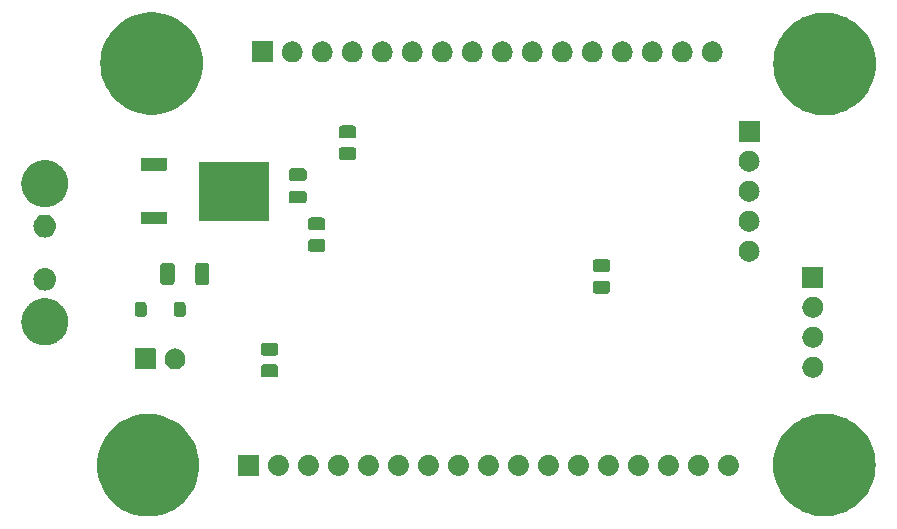
<source format=gbr>
%TF.GenerationSoftware,KiCad,Pcbnew,7.0.7-7.0.7~ubuntu22.04.1*%
%TF.CreationDate,2023-09-19T11:06:22+02:00*%
%TF.ProjectId,kicad103,6b696361-6431-4303-932e-6b696361645f,rev?*%
%TF.SameCoordinates,Original*%
%TF.FileFunction,Soldermask,Bot*%
%TF.FilePolarity,Negative*%
%FSLAX46Y46*%
G04 Gerber Fmt 4.6, Leading zero omitted, Abs format (unit mm)*
G04 Created by KiCad (PCBNEW 7.0.7-7.0.7~ubuntu22.04.1) date 2023-09-19 11:06:22*
%MOMM*%
%LPD*%
G01*
G04 APERTURE LIST*
G04 APERTURE END LIST*
G36*
X58336943Y-82706155D02*
G01*
X58742303Y-82784281D01*
X59138402Y-82900586D01*
X59521651Y-83054016D01*
X59888581Y-83243182D01*
X60235868Y-83466370D01*
X60560367Y-83721558D01*
X60859139Y-84006437D01*
X61129479Y-84318426D01*
X61368939Y-84654700D01*
X61575349Y-85012213D01*
X61746841Y-85387728D01*
X61881862Y-85777844D01*
X61979188Y-86179028D01*
X62037938Y-86587647D01*
X62057581Y-87000000D01*
X62037938Y-87412353D01*
X61979188Y-87820972D01*
X61881862Y-88222156D01*
X61746841Y-88612272D01*
X61575349Y-88987787D01*
X61368939Y-89345300D01*
X61129479Y-89681574D01*
X60859139Y-89993563D01*
X60560367Y-90278442D01*
X60235868Y-90533630D01*
X59888581Y-90756818D01*
X59521651Y-90945984D01*
X59138402Y-91099414D01*
X58742303Y-91215719D01*
X58336943Y-91293845D01*
X57925991Y-91333087D01*
X57513171Y-91333087D01*
X57102219Y-91293845D01*
X56696859Y-91215719D01*
X56300760Y-91099414D01*
X55917511Y-90945984D01*
X55550581Y-90756818D01*
X55203294Y-90533630D01*
X54878795Y-90278442D01*
X54580023Y-89993563D01*
X54309683Y-89681574D01*
X54070223Y-89345300D01*
X53863813Y-88987787D01*
X53692321Y-88612272D01*
X53557300Y-88222156D01*
X53459974Y-87820972D01*
X53401224Y-87412353D01*
X53381581Y-87000000D01*
X53401224Y-86587647D01*
X53459974Y-86179028D01*
X53557300Y-85777844D01*
X53692321Y-85387728D01*
X53863813Y-85012213D01*
X54070223Y-84654700D01*
X54309683Y-84318426D01*
X54580023Y-84006437D01*
X54878795Y-83721558D01*
X55203294Y-83466370D01*
X55550581Y-83243182D01*
X55917511Y-83054016D01*
X56300760Y-82900586D01*
X56696859Y-82784281D01*
X57102219Y-82706155D01*
X57513171Y-82666913D01*
X57925991Y-82666913D01*
X58336943Y-82706155D01*
G37*
G36*
X115597781Y-82686574D02*
G01*
X116003141Y-82764700D01*
X116399240Y-82881005D01*
X116782489Y-83034435D01*
X117149419Y-83223601D01*
X117496706Y-83446789D01*
X117821205Y-83701977D01*
X118119977Y-83986856D01*
X118390317Y-84298845D01*
X118629777Y-84635119D01*
X118836187Y-84992632D01*
X119007679Y-85368147D01*
X119142700Y-85758263D01*
X119240026Y-86159447D01*
X119298776Y-86568066D01*
X119318419Y-86980419D01*
X119298776Y-87392772D01*
X119240026Y-87801391D01*
X119142700Y-88202575D01*
X119007679Y-88592691D01*
X118836187Y-88968206D01*
X118629777Y-89325719D01*
X118390317Y-89661993D01*
X118119977Y-89973982D01*
X117821205Y-90258861D01*
X117496706Y-90514049D01*
X117149419Y-90737237D01*
X116782489Y-90926403D01*
X116399240Y-91079833D01*
X116003141Y-91196138D01*
X115597781Y-91274264D01*
X115186829Y-91313506D01*
X114774009Y-91313506D01*
X114363057Y-91274264D01*
X113957697Y-91196138D01*
X113561598Y-91079833D01*
X113178349Y-90926403D01*
X112811419Y-90737237D01*
X112464132Y-90514049D01*
X112139633Y-90258861D01*
X111840861Y-89973982D01*
X111570521Y-89661993D01*
X111331061Y-89325719D01*
X111124651Y-88968206D01*
X110953159Y-88592691D01*
X110818138Y-88202575D01*
X110720812Y-87801391D01*
X110662062Y-87392772D01*
X110642419Y-86980419D01*
X110662062Y-86568066D01*
X110720812Y-86159447D01*
X110818138Y-85758263D01*
X110953159Y-85368147D01*
X111124651Y-84992632D01*
X111331061Y-84635119D01*
X111570521Y-84298845D01*
X111840861Y-83986856D01*
X112139633Y-83701977D01*
X112464132Y-83446789D01*
X112811419Y-83223601D01*
X113178349Y-83034435D01*
X113561598Y-82881005D01*
X113957697Y-82764700D01*
X114363057Y-82686574D01*
X114774009Y-82647332D01*
X115186829Y-82647332D01*
X115597781Y-82686574D01*
G37*
G36*
X67084542Y-86114893D02*
G01*
X67096870Y-86123130D01*
X67105107Y-86135458D01*
X67108000Y-86150000D01*
X67108000Y-87850000D01*
X67105107Y-87864542D01*
X67096870Y-87876870D01*
X67084542Y-87885107D01*
X67070000Y-87888000D01*
X65370000Y-87888000D01*
X65355458Y-87885107D01*
X65343130Y-87876870D01*
X65334893Y-87864542D01*
X65332000Y-87850000D01*
X65332000Y-86150000D01*
X65334893Y-86135458D01*
X65343130Y-86123130D01*
X65355458Y-86114893D01*
X65370000Y-86112000D01*
X67070000Y-86112000D01*
X67084542Y-86114893D01*
G37*
G36*
X68806206Y-86116865D02*
G01*
X68852821Y-86116865D01*
X68893073Y-86125420D01*
X68933179Y-86129371D01*
X68983564Y-86144655D01*
X69034407Y-86155462D01*
X69066942Y-86169947D01*
X69099702Y-86179885D01*
X69151759Y-86207710D01*
X69204000Y-86230969D01*
X69228288Y-86248615D01*
X69253170Y-86261915D01*
X69303927Y-86303570D01*
X69354188Y-86340087D01*
X69370506Y-86358210D01*
X69387688Y-86372311D01*
X69433864Y-86428577D01*
X69478407Y-86478047D01*
X69487764Y-86494254D01*
X69498084Y-86506829D01*
X69536259Y-86578250D01*
X69571228Y-86638818D01*
X69575250Y-86651198D01*
X69580114Y-86660297D01*
X69606924Y-86748678D01*
X69628595Y-86815374D01*
X69629357Y-86822633D01*
X69630628Y-86826820D01*
X69642993Y-86952366D01*
X69648000Y-87000000D01*
X69642990Y-87047659D01*
X69630628Y-87173179D01*
X69629358Y-87177365D01*
X69628595Y-87184626D01*
X69606919Y-87251335D01*
X69580114Y-87339702D01*
X69575251Y-87348799D01*
X69571228Y-87361182D01*
X69536252Y-87421761D01*
X69498084Y-87493170D01*
X69487766Y-87505742D01*
X69478407Y-87521953D01*
X69433855Y-87571433D01*
X69387688Y-87627688D01*
X69370509Y-87641785D01*
X69354188Y-87659913D01*
X69303917Y-87696436D01*
X69253170Y-87738084D01*
X69228293Y-87751380D01*
X69204000Y-87769031D01*
X69151748Y-87792294D01*
X69099702Y-87820114D01*
X69066949Y-87830049D01*
X69034407Y-87844538D01*
X68983553Y-87855347D01*
X68933179Y-87870628D01*
X68893082Y-87874577D01*
X68852821Y-87883135D01*
X68806196Y-87883135D01*
X68760000Y-87887685D01*
X68713804Y-87883135D01*
X68667179Y-87883135D01*
X68626918Y-87874577D01*
X68586820Y-87870628D01*
X68536443Y-87855346D01*
X68485593Y-87844538D01*
X68453052Y-87830050D01*
X68420297Y-87820114D01*
X68368245Y-87792291D01*
X68316000Y-87769031D01*
X68291709Y-87751382D01*
X68266829Y-87738084D01*
X68216074Y-87696430D01*
X68165812Y-87659913D01*
X68149493Y-87641789D01*
X68132311Y-87627688D01*
X68086133Y-87571420D01*
X68041593Y-87521953D01*
X68032236Y-87505746D01*
X68021915Y-87493170D01*
X67983734Y-87421738D01*
X67948772Y-87361182D01*
X67944750Y-87348804D01*
X67939885Y-87339702D01*
X67913065Y-87251289D01*
X67891405Y-87184626D01*
X67890642Y-87177370D01*
X67889371Y-87173179D01*
X67876993Y-87047508D01*
X67872000Y-87000000D01*
X67876990Y-86952517D01*
X67889371Y-86826820D01*
X67890642Y-86822628D01*
X67891405Y-86815374D01*
X67913060Y-86748724D01*
X67939885Y-86660297D01*
X67944750Y-86651193D01*
X67948772Y-86638818D01*
X67983726Y-86578274D01*
X68021915Y-86506829D01*
X68032237Y-86494250D01*
X68041593Y-86478047D01*
X68086124Y-86428589D01*
X68132311Y-86372311D01*
X68149496Y-86358207D01*
X68165812Y-86340087D01*
X68216063Y-86303577D01*
X68266829Y-86261915D01*
X68291714Y-86248613D01*
X68316000Y-86230969D01*
X68368234Y-86207713D01*
X68420297Y-86179885D01*
X68453060Y-86169946D01*
X68485593Y-86155462D01*
X68536432Y-86144655D01*
X68586820Y-86129371D01*
X68626927Y-86125420D01*
X68667179Y-86116865D01*
X68713794Y-86116865D01*
X68760000Y-86112314D01*
X68806206Y-86116865D01*
G37*
G36*
X71346206Y-86116865D02*
G01*
X71392821Y-86116865D01*
X71433073Y-86125420D01*
X71473179Y-86129371D01*
X71523564Y-86144655D01*
X71574407Y-86155462D01*
X71606942Y-86169947D01*
X71639702Y-86179885D01*
X71691759Y-86207710D01*
X71744000Y-86230969D01*
X71768288Y-86248615D01*
X71793170Y-86261915D01*
X71843927Y-86303570D01*
X71894188Y-86340087D01*
X71910506Y-86358210D01*
X71927688Y-86372311D01*
X71973864Y-86428577D01*
X72018407Y-86478047D01*
X72027764Y-86494254D01*
X72038084Y-86506829D01*
X72076259Y-86578250D01*
X72111228Y-86638818D01*
X72115250Y-86651198D01*
X72120114Y-86660297D01*
X72146924Y-86748678D01*
X72168595Y-86815374D01*
X72169357Y-86822633D01*
X72170628Y-86826820D01*
X72182993Y-86952366D01*
X72188000Y-87000000D01*
X72182990Y-87047659D01*
X72170628Y-87173179D01*
X72169358Y-87177365D01*
X72168595Y-87184626D01*
X72146919Y-87251335D01*
X72120114Y-87339702D01*
X72115251Y-87348799D01*
X72111228Y-87361182D01*
X72076252Y-87421761D01*
X72038084Y-87493170D01*
X72027766Y-87505742D01*
X72018407Y-87521953D01*
X71973855Y-87571433D01*
X71927688Y-87627688D01*
X71910509Y-87641785D01*
X71894188Y-87659913D01*
X71843917Y-87696436D01*
X71793170Y-87738084D01*
X71768293Y-87751380D01*
X71744000Y-87769031D01*
X71691748Y-87792294D01*
X71639702Y-87820114D01*
X71606949Y-87830049D01*
X71574407Y-87844538D01*
X71523553Y-87855347D01*
X71473179Y-87870628D01*
X71433082Y-87874577D01*
X71392821Y-87883135D01*
X71346196Y-87883135D01*
X71300000Y-87887685D01*
X71253804Y-87883135D01*
X71207179Y-87883135D01*
X71166918Y-87874577D01*
X71126820Y-87870628D01*
X71076443Y-87855346D01*
X71025593Y-87844538D01*
X70993052Y-87830050D01*
X70960297Y-87820114D01*
X70908245Y-87792291D01*
X70856000Y-87769031D01*
X70831709Y-87751382D01*
X70806829Y-87738084D01*
X70756074Y-87696430D01*
X70705812Y-87659913D01*
X70689493Y-87641789D01*
X70672311Y-87627688D01*
X70626133Y-87571420D01*
X70581593Y-87521953D01*
X70572236Y-87505746D01*
X70561915Y-87493170D01*
X70523734Y-87421738D01*
X70488772Y-87361182D01*
X70484750Y-87348804D01*
X70479885Y-87339702D01*
X70453065Y-87251289D01*
X70431405Y-87184626D01*
X70430642Y-87177370D01*
X70429371Y-87173179D01*
X70416993Y-87047508D01*
X70412000Y-87000000D01*
X70416990Y-86952517D01*
X70429371Y-86826820D01*
X70430642Y-86822628D01*
X70431405Y-86815374D01*
X70453060Y-86748724D01*
X70479885Y-86660297D01*
X70484750Y-86651193D01*
X70488772Y-86638818D01*
X70523726Y-86578274D01*
X70561915Y-86506829D01*
X70572237Y-86494250D01*
X70581593Y-86478047D01*
X70626124Y-86428589D01*
X70672311Y-86372311D01*
X70689496Y-86358207D01*
X70705812Y-86340087D01*
X70756063Y-86303577D01*
X70806829Y-86261915D01*
X70831714Y-86248613D01*
X70856000Y-86230969D01*
X70908234Y-86207713D01*
X70960297Y-86179885D01*
X70993060Y-86169946D01*
X71025593Y-86155462D01*
X71076432Y-86144655D01*
X71126820Y-86129371D01*
X71166927Y-86125420D01*
X71207179Y-86116865D01*
X71253794Y-86116865D01*
X71300000Y-86112314D01*
X71346206Y-86116865D01*
G37*
G36*
X73886206Y-86116865D02*
G01*
X73932821Y-86116865D01*
X73973073Y-86125420D01*
X74013179Y-86129371D01*
X74063564Y-86144655D01*
X74114407Y-86155462D01*
X74146942Y-86169947D01*
X74179702Y-86179885D01*
X74231759Y-86207710D01*
X74284000Y-86230969D01*
X74308288Y-86248615D01*
X74333170Y-86261915D01*
X74383927Y-86303570D01*
X74434188Y-86340087D01*
X74450506Y-86358210D01*
X74467688Y-86372311D01*
X74513864Y-86428577D01*
X74558407Y-86478047D01*
X74567764Y-86494254D01*
X74578084Y-86506829D01*
X74616259Y-86578250D01*
X74651228Y-86638818D01*
X74655250Y-86651198D01*
X74660114Y-86660297D01*
X74686924Y-86748678D01*
X74708595Y-86815374D01*
X74709357Y-86822633D01*
X74710628Y-86826820D01*
X74722992Y-86952355D01*
X74728000Y-87000000D01*
X74722991Y-87047648D01*
X74710628Y-87173179D01*
X74709358Y-87177365D01*
X74708595Y-87184626D01*
X74686919Y-87251335D01*
X74660114Y-87339702D01*
X74655251Y-87348799D01*
X74651228Y-87361182D01*
X74616252Y-87421761D01*
X74578084Y-87493170D01*
X74567766Y-87505742D01*
X74558407Y-87521953D01*
X74513855Y-87571433D01*
X74467688Y-87627688D01*
X74450509Y-87641785D01*
X74434188Y-87659913D01*
X74383917Y-87696436D01*
X74333170Y-87738084D01*
X74308293Y-87751380D01*
X74284000Y-87769031D01*
X74231748Y-87792294D01*
X74179702Y-87820114D01*
X74146949Y-87830049D01*
X74114407Y-87844538D01*
X74063553Y-87855347D01*
X74013179Y-87870628D01*
X73973082Y-87874577D01*
X73932821Y-87883135D01*
X73886196Y-87883135D01*
X73840000Y-87887685D01*
X73793804Y-87883135D01*
X73747179Y-87883135D01*
X73706918Y-87874577D01*
X73666820Y-87870628D01*
X73616443Y-87855346D01*
X73565593Y-87844538D01*
X73533052Y-87830050D01*
X73500297Y-87820114D01*
X73448245Y-87792291D01*
X73396000Y-87769031D01*
X73371709Y-87751382D01*
X73346829Y-87738084D01*
X73296074Y-87696430D01*
X73245812Y-87659913D01*
X73229493Y-87641789D01*
X73212311Y-87627688D01*
X73166133Y-87571420D01*
X73121593Y-87521953D01*
X73112236Y-87505746D01*
X73101915Y-87493170D01*
X73063734Y-87421738D01*
X73028772Y-87361182D01*
X73024750Y-87348804D01*
X73019885Y-87339702D01*
X72993065Y-87251289D01*
X72971405Y-87184626D01*
X72970642Y-87177370D01*
X72969371Y-87173179D01*
X72956993Y-87047508D01*
X72952000Y-87000000D01*
X72956990Y-86952517D01*
X72969371Y-86826820D01*
X72970642Y-86822628D01*
X72971405Y-86815374D01*
X72993060Y-86748724D01*
X73019885Y-86660297D01*
X73024750Y-86651193D01*
X73028772Y-86638818D01*
X73063726Y-86578274D01*
X73101915Y-86506829D01*
X73112237Y-86494250D01*
X73121593Y-86478047D01*
X73166124Y-86428589D01*
X73212311Y-86372311D01*
X73229496Y-86358207D01*
X73245812Y-86340087D01*
X73296063Y-86303577D01*
X73346829Y-86261915D01*
X73371714Y-86248613D01*
X73396000Y-86230969D01*
X73448234Y-86207713D01*
X73500297Y-86179885D01*
X73533060Y-86169946D01*
X73565593Y-86155462D01*
X73616432Y-86144655D01*
X73666820Y-86129371D01*
X73706927Y-86125420D01*
X73747179Y-86116865D01*
X73793794Y-86116865D01*
X73840000Y-86112314D01*
X73886206Y-86116865D01*
G37*
G36*
X76426206Y-86116865D02*
G01*
X76472821Y-86116865D01*
X76513073Y-86125420D01*
X76553179Y-86129371D01*
X76603564Y-86144655D01*
X76654407Y-86155462D01*
X76686942Y-86169947D01*
X76719702Y-86179885D01*
X76771759Y-86207710D01*
X76824000Y-86230969D01*
X76848288Y-86248615D01*
X76873170Y-86261915D01*
X76923927Y-86303570D01*
X76974188Y-86340087D01*
X76990506Y-86358210D01*
X77007688Y-86372311D01*
X77053864Y-86428577D01*
X77098407Y-86478047D01*
X77107764Y-86494254D01*
X77118084Y-86506829D01*
X77156259Y-86578250D01*
X77191228Y-86638818D01*
X77195250Y-86651198D01*
X77200114Y-86660297D01*
X77226924Y-86748678D01*
X77248595Y-86815374D01*
X77249357Y-86822633D01*
X77250628Y-86826820D01*
X77262992Y-86952355D01*
X77268000Y-87000000D01*
X77262991Y-87047648D01*
X77250628Y-87173179D01*
X77249358Y-87177365D01*
X77248595Y-87184626D01*
X77226919Y-87251335D01*
X77200114Y-87339702D01*
X77195251Y-87348799D01*
X77191228Y-87361182D01*
X77156252Y-87421761D01*
X77118084Y-87493170D01*
X77107766Y-87505742D01*
X77098407Y-87521953D01*
X77053855Y-87571433D01*
X77007688Y-87627688D01*
X76990509Y-87641785D01*
X76974188Y-87659913D01*
X76923917Y-87696436D01*
X76873170Y-87738084D01*
X76848293Y-87751380D01*
X76824000Y-87769031D01*
X76771748Y-87792294D01*
X76719702Y-87820114D01*
X76686949Y-87830049D01*
X76654407Y-87844538D01*
X76603553Y-87855347D01*
X76553179Y-87870628D01*
X76513082Y-87874577D01*
X76472821Y-87883135D01*
X76426196Y-87883135D01*
X76380000Y-87887685D01*
X76333804Y-87883135D01*
X76287179Y-87883135D01*
X76246918Y-87874577D01*
X76206820Y-87870628D01*
X76156443Y-87855346D01*
X76105593Y-87844538D01*
X76073052Y-87830050D01*
X76040297Y-87820114D01*
X75988245Y-87792291D01*
X75936000Y-87769031D01*
X75911709Y-87751382D01*
X75886829Y-87738084D01*
X75836074Y-87696430D01*
X75785812Y-87659913D01*
X75769493Y-87641789D01*
X75752311Y-87627688D01*
X75706133Y-87571420D01*
X75661593Y-87521953D01*
X75652236Y-87505746D01*
X75641915Y-87493170D01*
X75603734Y-87421738D01*
X75568772Y-87361182D01*
X75564750Y-87348804D01*
X75559885Y-87339702D01*
X75533065Y-87251289D01*
X75511405Y-87184626D01*
X75510642Y-87177370D01*
X75509371Y-87173179D01*
X75496992Y-87047497D01*
X75492000Y-87000000D01*
X75496991Y-86952506D01*
X75509371Y-86826820D01*
X75510642Y-86822628D01*
X75511405Y-86815374D01*
X75533060Y-86748724D01*
X75559885Y-86660297D01*
X75564750Y-86651193D01*
X75568772Y-86638818D01*
X75603726Y-86578274D01*
X75641915Y-86506829D01*
X75652237Y-86494250D01*
X75661593Y-86478047D01*
X75706124Y-86428589D01*
X75752311Y-86372311D01*
X75769496Y-86358207D01*
X75785812Y-86340087D01*
X75836063Y-86303577D01*
X75886829Y-86261915D01*
X75911714Y-86248613D01*
X75936000Y-86230969D01*
X75988234Y-86207713D01*
X76040297Y-86179885D01*
X76073060Y-86169946D01*
X76105593Y-86155462D01*
X76156432Y-86144655D01*
X76206820Y-86129371D01*
X76246927Y-86125420D01*
X76287179Y-86116865D01*
X76333794Y-86116865D01*
X76380000Y-86112314D01*
X76426206Y-86116865D01*
G37*
G36*
X78966206Y-86116865D02*
G01*
X79012821Y-86116865D01*
X79053073Y-86125420D01*
X79093179Y-86129371D01*
X79143564Y-86144655D01*
X79194407Y-86155462D01*
X79226942Y-86169947D01*
X79259702Y-86179885D01*
X79311759Y-86207710D01*
X79364000Y-86230969D01*
X79388288Y-86248615D01*
X79413170Y-86261915D01*
X79463927Y-86303570D01*
X79514188Y-86340087D01*
X79530506Y-86358210D01*
X79547688Y-86372311D01*
X79593864Y-86428577D01*
X79638407Y-86478047D01*
X79647764Y-86494254D01*
X79658084Y-86506829D01*
X79696259Y-86578250D01*
X79731228Y-86638818D01*
X79735250Y-86651198D01*
X79740114Y-86660297D01*
X79766924Y-86748678D01*
X79788595Y-86815374D01*
X79789357Y-86822633D01*
X79790628Y-86826820D01*
X79802992Y-86952355D01*
X79808000Y-87000000D01*
X79802991Y-87047648D01*
X79790628Y-87173179D01*
X79789358Y-87177365D01*
X79788595Y-87184626D01*
X79766919Y-87251335D01*
X79740114Y-87339702D01*
X79735251Y-87348799D01*
X79731228Y-87361182D01*
X79696252Y-87421761D01*
X79658084Y-87493170D01*
X79647766Y-87505742D01*
X79638407Y-87521953D01*
X79593855Y-87571433D01*
X79547688Y-87627688D01*
X79530509Y-87641785D01*
X79514188Y-87659913D01*
X79463917Y-87696436D01*
X79413170Y-87738084D01*
X79388293Y-87751380D01*
X79364000Y-87769031D01*
X79311748Y-87792294D01*
X79259702Y-87820114D01*
X79226949Y-87830049D01*
X79194407Y-87844538D01*
X79143553Y-87855347D01*
X79093179Y-87870628D01*
X79053082Y-87874577D01*
X79012821Y-87883135D01*
X78966196Y-87883135D01*
X78920000Y-87887685D01*
X78873804Y-87883135D01*
X78827179Y-87883135D01*
X78786918Y-87874577D01*
X78746820Y-87870628D01*
X78696443Y-87855346D01*
X78645593Y-87844538D01*
X78613052Y-87830050D01*
X78580297Y-87820114D01*
X78528245Y-87792291D01*
X78476000Y-87769031D01*
X78451709Y-87751382D01*
X78426829Y-87738084D01*
X78376074Y-87696430D01*
X78325812Y-87659913D01*
X78309493Y-87641789D01*
X78292311Y-87627688D01*
X78246133Y-87571420D01*
X78201593Y-87521953D01*
X78192236Y-87505746D01*
X78181915Y-87493170D01*
X78143734Y-87421738D01*
X78108772Y-87361182D01*
X78104750Y-87348804D01*
X78099885Y-87339702D01*
X78073065Y-87251289D01*
X78051405Y-87184626D01*
X78050642Y-87177370D01*
X78049371Y-87173179D01*
X78036992Y-87047497D01*
X78032000Y-87000000D01*
X78036991Y-86952506D01*
X78049371Y-86826820D01*
X78050642Y-86822628D01*
X78051405Y-86815374D01*
X78073060Y-86748724D01*
X78099885Y-86660297D01*
X78104750Y-86651193D01*
X78108772Y-86638818D01*
X78143726Y-86578274D01*
X78181915Y-86506829D01*
X78192237Y-86494250D01*
X78201593Y-86478047D01*
X78246124Y-86428589D01*
X78292311Y-86372311D01*
X78309496Y-86358207D01*
X78325812Y-86340087D01*
X78376063Y-86303577D01*
X78426829Y-86261915D01*
X78451714Y-86248613D01*
X78476000Y-86230969D01*
X78528234Y-86207713D01*
X78580297Y-86179885D01*
X78613060Y-86169946D01*
X78645593Y-86155462D01*
X78696432Y-86144655D01*
X78746820Y-86129371D01*
X78786927Y-86125420D01*
X78827179Y-86116865D01*
X78873794Y-86116865D01*
X78920000Y-86112314D01*
X78966206Y-86116865D01*
G37*
G36*
X81506206Y-86116865D02*
G01*
X81552821Y-86116865D01*
X81593073Y-86125420D01*
X81633179Y-86129371D01*
X81683564Y-86144655D01*
X81734407Y-86155462D01*
X81766942Y-86169947D01*
X81799702Y-86179885D01*
X81851759Y-86207710D01*
X81904000Y-86230969D01*
X81928288Y-86248615D01*
X81953170Y-86261915D01*
X82003927Y-86303570D01*
X82054188Y-86340087D01*
X82070506Y-86358210D01*
X82087688Y-86372311D01*
X82133864Y-86428577D01*
X82178407Y-86478047D01*
X82187764Y-86494254D01*
X82198084Y-86506829D01*
X82236259Y-86578250D01*
X82271228Y-86638818D01*
X82275250Y-86651198D01*
X82280114Y-86660297D01*
X82306924Y-86748678D01*
X82328595Y-86815374D01*
X82329357Y-86822633D01*
X82330628Y-86826820D01*
X82342992Y-86952355D01*
X82348000Y-87000000D01*
X82342991Y-87047648D01*
X82330628Y-87173179D01*
X82329358Y-87177365D01*
X82328595Y-87184626D01*
X82306919Y-87251335D01*
X82280114Y-87339702D01*
X82275251Y-87348799D01*
X82271228Y-87361182D01*
X82236252Y-87421761D01*
X82198084Y-87493170D01*
X82187766Y-87505742D01*
X82178407Y-87521953D01*
X82133855Y-87571433D01*
X82087688Y-87627688D01*
X82070509Y-87641785D01*
X82054188Y-87659913D01*
X82003917Y-87696436D01*
X81953170Y-87738084D01*
X81928293Y-87751380D01*
X81904000Y-87769031D01*
X81851748Y-87792294D01*
X81799702Y-87820114D01*
X81766949Y-87830049D01*
X81734407Y-87844538D01*
X81683553Y-87855347D01*
X81633179Y-87870628D01*
X81593082Y-87874577D01*
X81552821Y-87883135D01*
X81506196Y-87883135D01*
X81460000Y-87887685D01*
X81413804Y-87883135D01*
X81367179Y-87883135D01*
X81326918Y-87874577D01*
X81286820Y-87870628D01*
X81236443Y-87855346D01*
X81185593Y-87844538D01*
X81153052Y-87830050D01*
X81120297Y-87820114D01*
X81068245Y-87792291D01*
X81016000Y-87769031D01*
X80991709Y-87751382D01*
X80966829Y-87738084D01*
X80916074Y-87696430D01*
X80865812Y-87659913D01*
X80849493Y-87641789D01*
X80832311Y-87627688D01*
X80786133Y-87571420D01*
X80741593Y-87521953D01*
X80732236Y-87505746D01*
X80721915Y-87493170D01*
X80683734Y-87421738D01*
X80648772Y-87361182D01*
X80644750Y-87348804D01*
X80639885Y-87339702D01*
X80613065Y-87251289D01*
X80591405Y-87184626D01*
X80590642Y-87177370D01*
X80589371Y-87173179D01*
X80576992Y-87047497D01*
X80572000Y-87000000D01*
X80576991Y-86952506D01*
X80589371Y-86826820D01*
X80590642Y-86822628D01*
X80591405Y-86815374D01*
X80613060Y-86748724D01*
X80639885Y-86660297D01*
X80644750Y-86651193D01*
X80648772Y-86638818D01*
X80683726Y-86578274D01*
X80721915Y-86506829D01*
X80732237Y-86494250D01*
X80741593Y-86478047D01*
X80786124Y-86428589D01*
X80832311Y-86372311D01*
X80849496Y-86358207D01*
X80865812Y-86340087D01*
X80916063Y-86303577D01*
X80966829Y-86261915D01*
X80991714Y-86248613D01*
X81016000Y-86230969D01*
X81068234Y-86207713D01*
X81120297Y-86179885D01*
X81153060Y-86169946D01*
X81185593Y-86155462D01*
X81236432Y-86144655D01*
X81286820Y-86129371D01*
X81326927Y-86125420D01*
X81367179Y-86116865D01*
X81413794Y-86116865D01*
X81460000Y-86112314D01*
X81506206Y-86116865D01*
G37*
G36*
X84046206Y-86116865D02*
G01*
X84092821Y-86116865D01*
X84133073Y-86125420D01*
X84173179Y-86129371D01*
X84223564Y-86144655D01*
X84274407Y-86155462D01*
X84306942Y-86169947D01*
X84339702Y-86179885D01*
X84391759Y-86207710D01*
X84444000Y-86230969D01*
X84468288Y-86248615D01*
X84493170Y-86261915D01*
X84543927Y-86303570D01*
X84594188Y-86340087D01*
X84610506Y-86358210D01*
X84627688Y-86372311D01*
X84673864Y-86428577D01*
X84718407Y-86478047D01*
X84727764Y-86494254D01*
X84738084Y-86506829D01*
X84776259Y-86578250D01*
X84811228Y-86638818D01*
X84815250Y-86651198D01*
X84820114Y-86660297D01*
X84846924Y-86748678D01*
X84868595Y-86815374D01*
X84869357Y-86822633D01*
X84870628Y-86826820D01*
X84882992Y-86952355D01*
X84888000Y-87000000D01*
X84882991Y-87047648D01*
X84870628Y-87173179D01*
X84869358Y-87177365D01*
X84868595Y-87184626D01*
X84846919Y-87251335D01*
X84820114Y-87339702D01*
X84815251Y-87348799D01*
X84811228Y-87361182D01*
X84776252Y-87421761D01*
X84738084Y-87493170D01*
X84727766Y-87505742D01*
X84718407Y-87521953D01*
X84673855Y-87571433D01*
X84627688Y-87627688D01*
X84610509Y-87641785D01*
X84594188Y-87659913D01*
X84543917Y-87696436D01*
X84493170Y-87738084D01*
X84468293Y-87751380D01*
X84444000Y-87769031D01*
X84391748Y-87792294D01*
X84339702Y-87820114D01*
X84306949Y-87830049D01*
X84274407Y-87844538D01*
X84223553Y-87855347D01*
X84173179Y-87870628D01*
X84133082Y-87874577D01*
X84092821Y-87883135D01*
X84046196Y-87883135D01*
X84000000Y-87887685D01*
X83953804Y-87883135D01*
X83907179Y-87883135D01*
X83866918Y-87874577D01*
X83826820Y-87870628D01*
X83776443Y-87855346D01*
X83725593Y-87844538D01*
X83693052Y-87830050D01*
X83660297Y-87820114D01*
X83608245Y-87792291D01*
X83556000Y-87769031D01*
X83531709Y-87751382D01*
X83506829Y-87738084D01*
X83456074Y-87696430D01*
X83405812Y-87659913D01*
X83389493Y-87641789D01*
X83372311Y-87627688D01*
X83326133Y-87571420D01*
X83281593Y-87521953D01*
X83272236Y-87505746D01*
X83261915Y-87493170D01*
X83223734Y-87421738D01*
X83188772Y-87361182D01*
X83184750Y-87348804D01*
X83179885Y-87339702D01*
X83153065Y-87251289D01*
X83131405Y-87184626D01*
X83130642Y-87177370D01*
X83129371Y-87173179D01*
X83116992Y-87047497D01*
X83112000Y-87000000D01*
X83116991Y-86952506D01*
X83129371Y-86826820D01*
X83130642Y-86822628D01*
X83131405Y-86815374D01*
X83153060Y-86748724D01*
X83179885Y-86660297D01*
X83184750Y-86651193D01*
X83188772Y-86638818D01*
X83223726Y-86578274D01*
X83261915Y-86506829D01*
X83272237Y-86494250D01*
X83281593Y-86478047D01*
X83326124Y-86428589D01*
X83372311Y-86372311D01*
X83389496Y-86358207D01*
X83405812Y-86340087D01*
X83456063Y-86303577D01*
X83506829Y-86261915D01*
X83531714Y-86248613D01*
X83556000Y-86230969D01*
X83608234Y-86207713D01*
X83660297Y-86179885D01*
X83693060Y-86169946D01*
X83725593Y-86155462D01*
X83776432Y-86144655D01*
X83826820Y-86129371D01*
X83866927Y-86125420D01*
X83907179Y-86116865D01*
X83953794Y-86116865D01*
X84000000Y-86112314D01*
X84046206Y-86116865D01*
G37*
G36*
X86586206Y-86116865D02*
G01*
X86632821Y-86116865D01*
X86673073Y-86125420D01*
X86713179Y-86129371D01*
X86763564Y-86144655D01*
X86814407Y-86155462D01*
X86846942Y-86169947D01*
X86879702Y-86179885D01*
X86931759Y-86207710D01*
X86984000Y-86230969D01*
X87008288Y-86248615D01*
X87033170Y-86261915D01*
X87083927Y-86303570D01*
X87134188Y-86340087D01*
X87150506Y-86358210D01*
X87167688Y-86372311D01*
X87213864Y-86428577D01*
X87258407Y-86478047D01*
X87267764Y-86494254D01*
X87278084Y-86506829D01*
X87316259Y-86578250D01*
X87351228Y-86638818D01*
X87355250Y-86651198D01*
X87360114Y-86660297D01*
X87386924Y-86748678D01*
X87408595Y-86815374D01*
X87409357Y-86822633D01*
X87410628Y-86826820D01*
X87422992Y-86952355D01*
X87428000Y-87000000D01*
X87422991Y-87047648D01*
X87410628Y-87173179D01*
X87409358Y-87177365D01*
X87408595Y-87184626D01*
X87386919Y-87251335D01*
X87360114Y-87339702D01*
X87355251Y-87348799D01*
X87351228Y-87361182D01*
X87316252Y-87421761D01*
X87278084Y-87493170D01*
X87267766Y-87505742D01*
X87258407Y-87521953D01*
X87213855Y-87571433D01*
X87167688Y-87627688D01*
X87150509Y-87641785D01*
X87134188Y-87659913D01*
X87083917Y-87696436D01*
X87033170Y-87738084D01*
X87008293Y-87751380D01*
X86984000Y-87769031D01*
X86931748Y-87792294D01*
X86879702Y-87820114D01*
X86846949Y-87830049D01*
X86814407Y-87844538D01*
X86763553Y-87855347D01*
X86713179Y-87870628D01*
X86673082Y-87874577D01*
X86632821Y-87883135D01*
X86586196Y-87883135D01*
X86540000Y-87887685D01*
X86493804Y-87883135D01*
X86447179Y-87883135D01*
X86406918Y-87874577D01*
X86366820Y-87870628D01*
X86316443Y-87855346D01*
X86265593Y-87844538D01*
X86233052Y-87830050D01*
X86200297Y-87820114D01*
X86148245Y-87792291D01*
X86096000Y-87769031D01*
X86071709Y-87751382D01*
X86046829Y-87738084D01*
X85996074Y-87696430D01*
X85945812Y-87659913D01*
X85929493Y-87641789D01*
X85912311Y-87627688D01*
X85866133Y-87571420D01*
X85821593Y-87521953D01*
X85812236Y-87505746D01*
X85801915Y-87493170D01*
X85763734Y-87421738D01*
X85728772Y-87361182D01*
X85724750Y-87348804D01*
X85719885Y-87339702D01*
X85693065Y-87251289D01*
X85671405Y-87184626D01*
X85670642Y-87177370D01*
X85669371Y-87173179D01*
X85656992Y-87047497D01*
X85652000Y-87000000D01*
X85656991Y-86952506D01*
X85669371Y-86826820D01*
X85670642Y-86822628D01*
X85671405Y-86815374D01*
X85693060Y-86748724D01*
X85719885Y-86660297D01*
X85724750Y-86651193D01*
X85728772Y-86638818D01*
X85763726Y-86578274D01*
X85801915Y-86506829D01*
X85812237Y-86494250D01*
X85821593Y-86478047D01*
X85866124Y-86428589D01*
X85912311Y-86372311D01*
X85929496Y-86358207D01*
X85945812Y-86340087D01*
X85996063Y-86303577D01*
X86046829Y-86261915D01*
X86071714Y-86248613D01*
X86096000Y-86230969D01*
X86148234Y-86207713D01*
X86200297Y-86179885D01*
X86233060Y-86169946D01*
X86265593Y-86155462D01*
X86316432Y-86144655D01*
X86366820Y-86129371D01*
X86406927Y-86125420D01*
X86447179Y-86116865D01*
X86493794Y-86116865D01*
X86540000Y-86112314D01*
X86586206Y-86116865D01*
G37*
G36*
X89126206Y-86116865D02*
G01*
X89172821Y-86116865D01*
X89213073Y-86125420D01*
X89253179Y-86129371D01*
X89303564Y-86144655D01*
X89354407Y-86155462D01*
X89386942Y-86169947D01*
X89419702Y-86179885D01*
X89471759Y-86207710D01*
X89524000Y-86230969D01*
X89548288Y-86248615D01*
X89573170Y-86261915D01*
X89623927Y-86303570D01*
X89674188Y-86340087D01*
X89690506Y-86358210D01*
X89707688Y-86372311D01*
X89753864Y-86428577D01*
X89798407Y-86478047D01*
X89807764Y-86494254D01*
X89818084Y-86506829D01*
X89856259Y-86578250D01*
X89891228Y-86638818D01*
X89895250Y-86651198D01*
X89900114Y-86660297D01*
X89926924Y-86748678D01*
X89948595Y-86815374D01*
X89949357Y-86822633D01*
X89950628Y-86826820D01*
X89962992Y-86952355D01*
X89968000Y-87000000D01*
X89962991Y-87047648D01*
X89950628Y-87173179D01*
X89949358Y-87177365D01*
X89948595Y-87184626D01*
X89926919Y-87251335D01*
X89900114Y-87339702D01*
X89895251Y-87348799D01*
X89891228Y-87361182D01*
X89856252Y-87421761D01*
X89818084Y-87493170D01*
X89807766Y-87505742D01*
X89798407Y-87521953D01*
X89753855Y-87571433D01*
X89707688Y-87627688D01*
X89690509Y-87641785D01*
X89674188Y-87659913D01*
X89623917Y-87696436D01*
X89573170Y-87738084D01*
X89548293Y-87751380D01*
X89524000Y-87769031D01*
X89471748Y-87792294D01*
X89419702Y-87820114D01*
X89386949Y-87830049D01*
X89354407Y-87844538D01*
X89303553Y-87855347D01*
X89253179Y-87870628D01*
X89213082Y-87874577D01*
X89172821Y-87883135D01*
X89126196Y-87883135D01*
X89080000Y-87887685D01*
X89033804Y-87883135D01*
X88987179Y-87883135D01*
X88946918Y-87874577D01*
X88906820Y-87870628D01*
X88856443Y-87855346D01*
X88805593Y-87844538D01*
X88773052Y-87830050D01*
X88740297Y-87820114D01*
X88688245Y-87792291D01*
X88636000Y-87769031D01*
X88611709Y-87751382D01*
X88586829Y-87738084D01*
X88536074Y-87696430D01*
X88485812Y-87659913D01*
X88469493Y-87641789D01*
X88452311Y-87627688D01*
X88406133Y-87571420D01*
X88361593Y-87521953D01*
X88352236Y-87505746D01*
X88341915Y-87493170D01*
X88303734Y-87421738D01*
X88268772Y-87361182D01*
X88264750Y-87348804D01*
X88259885Y-87339702D01*
X88233065Y-87251289D01*
X88211405Y-87184626D01*
X88210642Y-87177370D01*
X88209371Y-87173179D01*
X88196992Y-87047497D01*
X88192000Y-87000000D01*
X88196991Y-86952506D01*
X88209371Y-86826820D01*
X88210642Y-86822628D01*
X88211405Y-86815374D01*
X88233060Y-86748724D01*
X88259885Y-86660297D01*
X88264750Y-86651193D01*
X88268772Y-86638818D01*
X88303726Y-86578274D01*
X88341915Y-86506829D01*
X88352237Y-86494250D01*
X88361593Y-86478047D01*
X88406124Y-86428589D01*
X88452311Y-86372311D01*
X88469496Y-86358207D01*
X88485812Y-86340087D01*
X88536063Y-86303577D01*
X88586829Y-86261915D01*
X88611714Y-86248613D01*
X88636000Y-86230969D01*
X88688234Y-86207713D01*
X88740297Y-86179885D01*
X88773060Y-86169946D01*
X88805593Y-86155462D01*
X88856432Y-86144655D01*
X88906820Y-86129371D01*
X88946927Y-86125420D01*
X88987179Y-86116865D01*
X89033794Y-86116865D01*
X89080000Y-86112314D01*
X89126206Y-86116865D01*
G37*
G36*
X91666206Y-86116865D02*
G01*
X91712821Y-86116865D01*
X91753073Y-86125420D01*
X91793179Y-86129371D01*
X91843564Y-86144655D01*
X91894407Y-86155462D01*
X91926942Y-86169947D01*
X91959702Y-86179885D01*
X92011759Y-86207710D01*
X92064000Y-86230969D01*
X92088288Y-86248615D01*
X92113170Y-86261915D01*
X92163927Y-86303570D01*
X92214188Y-86340087D01*
X92230506Y-86358210D01*
X92247688Y-86372311D01*
X92293864Y-86428577D01*
X92338407Y-86478047D01*
X92347764Y-86494254D01*
X92358084Y-86506829D01*
X92396259Y-86578250D01*
X92431228Y-86638818D01*
X92435250Y-86651198D01*
X92440114Y-86660297D01*
X92466924Y-86748678D01*
X92488595Y-86815374D01*
X92489357Y-86822633D01*
X92490628Y-86826820D01*
X92502992Y-86952355D01*
X92508000Y-87000000D01*
X92502991Y-87047648D01*
X92490628Y-87173179D01*
X92489358Y-87177365D01*
X92488595Y-87184626D01*
X92466919Y-87251335D01*
X92440114Y-87339702D01*
X92435251Y-87348799D01*
X92431228Y-87361182D01*
X92396252Y-87421761D01*
X92358084Y-87493170D01*
X92347766Y-87505742D01*
X92338407Y-87521953D01*
X92293855Y-87571433D01*
X92247688Y-87627688D01*
X92230509Y-87641785D01*
X92214188Y-87659913D01*
X92163917Y-87696436D01*
X92113170Y-87738084D01*
X92088293Y-87751380D01*
X92064000Y-87769031D01*
X92011748Y-87792294D01*
X91959702Y-87820114D01*
X91926949Y-87830049D01*
X91894407Y-87844538D01*
X91843553Y-87855347D01*
X91793179Y-87870628D01*
X91753082Y-87874577D01*
X91712821Y-87883135D01*
X91666196Y-87883135D01*
X91620000Y-87887685D01*
X91573804Y-87883135D01*
X91527179Y-87883135D01*
X91486918Y-87874577D01*
X91446820Y-87870628D01*
X91396443Y-87855346D01*
X91345593Y-87844538D01*
X91313052Y-87830050D01*
X91280297Y-87820114D01*
X91228245Y-87792291D01*
X91176000Y-87769031D01*
X91151709Y-87751382D01*
X91126829Y-87738084D01*
X91076074Y-87696430D01*
X91025812Y-87659913D01*
X91009493Y-87641789D01*
X90992311Y-87627688D01*
X90946133Y-87571420D01*
X90901593Y-87521953D01*
X90892236Y-87505746D01*
X90881915Y-87493170D01*
X90843734Y-87421738D01*
X90808772Y-87361182D01*
X90804750Y-87348804D01*
X90799885Y-87339702D01*
X90773065Y-87251289D01*
X90751405Y-87184626D01*
X90750642Y-87177370D01*
X90749371Y-87173179D01*
X90736992Y-87047497D01*
X90732000Y-87000000D01*
X90736991Y-86952506D01*
X90749371Y-86826820D01*
X90750642Y-86822628D01*
X90751405Y-86815374D01*
X90773060Y-86748724D01*
X90799885Y-86660297D01*
X90804750Y-86651193D01*
X90808772Y-86638818D01*
X90843726Y-86578274D01*
X90881915Y-86506829D01*
X90892237Y-86494250D01*
X90901593Y-86478047D01*
X90946124Y-86428589D01*
X90992311Y-86372311D01*
X91009496Y-86358207D01*
X91025812Y-86340087D01*
X91076063Y-86303577D01*
X91126829Y-86261915D01*
X91151714Y-86248613D01*
X91176000Y-86230969D01*
X91228234Y-86207713D01*
X91280297Y-86179885D01*
X91313060Y-86169946D01*
X91345593Y-86155462D01*
X91396432Y-86144655D01*
X91446820Y-86129371D01*
X91486927Y-86125420D01*
X91527179Y-86116865D01*
X91573794Y-86116865D01*
X91620000Y-86112314D01*
X91666206Y-86116865D01*
G37*
G36*
X94206206Y-86116865D02*
G01*
X94252821Y-86116865D01*
X94293073Y-86125420D01*
X94333179Y-86129371D01*
X94383564Y-86144655D01*
X94434407Y-86155462D01*
X94466942Y-86169947D01*
X94499702Y-86179885D01*
X94551759Y-86207710D01*
X94604000Y-86230969D01*
X94628288Y-86248615D01*
X94653170Y-86261915D01*
X94703927Y-86303570D01*
X94754188Y-86340087D01*
X94770506Y-86358210D01*
X94787688Y-86372311D01*
X94833864Y-86428577D01*
X94878407Y-86478047D01*
X94887764Y-86494254D01*
X94898084Y-86506829D01*
X94936259Y-86578250D01*
X94971228Y-86638818D01*
X94975250Y-86651198D01*
X94980114Y-86660297D01*
X95006924Y-86748678D01*
X95028595Y-86815374D01*
X95029357Y-86822633D01*
X95030628Y-86826820D01*
X95042992Y-86952355D01*
X95048000Y-87000000D01*
X95042991Y-87047648D01*
X95030628Y-87173179D01*
X95029358Y-87177365D01*
X95028595Y-87184626D01*
X95006919Y-87251335D01*
X94980114Y-87339702D01*
X94975251Y-87348799D01*
X94971228Y-87361182D01*
X94936252Y-87421761D01*
X94898084Y-87493170D01*
X94887766Y-87505742D01*
X94878407Y-87521953D01*
X94833855Y-87571433D01*
X94787688Y-87627688D01*
X94770509Y-87641785D01*
X94754188Y-87659913D01*
X94703917Y-87696436D01*
X94653170Y-87738084D01*
X94628293Y-87751380D01*
X94604000Y-87769031D01*
X94551748Y-87792294D01*
X94499702Y-87820114D01*
X94466949Y-87830049D01*
X94434407Y-87844538D01*
X94383553Y-87855347D01*
X94333179Y-87870628D01*
X94293082Y-87874577D01*
X94252821Y-87883135D01*
X94206196Y-87883135D01*
X94160000Y-87887685D01*
X94113804Y-87883135D01*
X94067179Y-87883135D01*
X94026918Y-87874577D01*
X93986820Y-87870628D01*
X93936443Y-87855346D01*
X93885593Y-87844538D01*
X93853052Y-87830050D01*
X93820297Y-87820114D01*
X93768245Y-87792291D01*
X93716000Y-87769031D01*
X93691709Y-87751382D01*
X93666829Y-87738084D01*
X93616074Y-87696430D01*
X93565812Y-87659913D01*
X93549493Y-87641789D01*
X93532311Y-87627688D01*
X93486133Y-87571420D01*
X93441593Y-87521953D01*
X93432236Y-87505746D01*
X93421915Y-87493170D01*
X93383734Y-87421738D01*
X93348772Y-87361182D01*
X93344750Y-87348804D01*
X93339885Y-87339702D01*
X93313065Y-87251289D01*
X93291405Y-87184626D01*
X93290642Y-87177370D01*
X93289371Y-87173179D01*
X93276992Y-87047497D01*
X93272000Y-87000000D01*
X93276991Y-86952506D01*
X93289371Y-86826820D01*
X93290642Y-86822628D01*
X93291405Y-86815374D01*
X93313060Y-86748724D01*
X93339885Y-86660297D01*
X93344750Y-86651193D01*
X93348772Y-86638818D01*
X93383726Y-86578274D01*
X93421915Y-86506829D01*
X93432237Y-86494250D01*
X93441593Y-86478047D01*
X93486124Y-86428589D01*
X93532311Y-86372311D01*
X93549496Y-86358207D01*
X93565812Y-86340087D01*
X93616063Y-86303577D01*
X93666829Y-86261915D01*
X93691714Y-86248613D01*
X93716000Y-86230969D01*
X93768234Y-86207713D01*
X93820297Y-86179885D01*
X93853060Y-86169946D01*
X93885593Y-86155462D01*
X93936432Y-86144655D01*
X93986820Y-86129371D01*
X94026927Y-86125420D01*
X94067179Y-86116865D01*
X94113794Y-86116865D01*
X94160000Y-86112314D01*
X94206206Y-86116865D01*
G37*
G36*
X96746206Y-86116865D02*
G01*
X96792821Y-86116865D01*
X96833073Y-86125420D01*
X96873179Y-86129371D01*
X96923564Y-86144655D01*
X96974407Y-86155462D01*
X97006942Y-86169947D01*
X97039702Y-86179885D01*
X97091759Y-86207710D01*
X97144000Y-86230969D01*
X97168288Y-86248615D01*
X97193170Y-86261915D01*
X97243927Y-86303570D01*
X97294188Y-86340087D01*
X97310506Y-86358210D01*
X97327688Y-86372311D01*
X97373864Y-86428577D01*
X97418407Y-86478047D01*
X97427764Y-86494254D01*
X97438084Y-86506829D01*
X97476259Y-86578250D01*
X97511228Y-86638818D01*
X97515250Y-86651198D01*
X97520114Y-86660297D01*
X97546924Y-86748678D01*
X97568595Y-86815374D01*
X97569357Y-86822633D01*
X97570628Y-86826820D01*
X97582992Y-86952355D01*
X97588000Y-87000000D01*
X97582991Y-87047648D01*
X97570628Y-87173179D01*
X97569358Y-87177365D01*
X97568595Y-87184626D01*
X97546919Y-87251335D01*
X97520114Y-87339702D01*
X97515251Y-87348799D01*
X97511228Y-87361182D01*
X97476252Y-87421761D01*
X97438084Y-87493170D01*
X97427766Y-87505742D01*
X97418407Y-87521953D01*
X97373855Y-87571433D01*
X97327688Y-87627688D01*
X97310509Y-87641785D01*
X97294188Y-87659913D01*
X97243917Y-87696436D01*
X97193170Y-87738084D01*
X97168293Y-87751380D01*
X97144000Y-87769031D01*
X97091748Y-87792294D01*
X97039702Y-87820114D01*
X97006949Y-87830049D01*
X96974407Y-87844538D01*
X96923553Y-87855347D01*
X96873179Y-87870628D01*
X96833082Y-87874577D01*
X96792821Y-87883135D01*
X96746196Y-87883135D01*
X96700000Y-87887685D01*
X96653804Y-87883135D01*
X96607179Y-87883135D01*
X96566918Y-87874577D01*
X96526820Y-87870628D01*
X96476443Y-87855346D01*
X96425593Y-87844538D01*
X96393052Y-87830050D01*
X96360297Y-87820114D01*
X96308245Y-87792291D01*
X96256000Y-87769031D01*
X96231709Y-87751382D01*
X96206829Y-87738084D01*
X96156074Y-87696430D01*
X96105812Y-87659913D01*
X96089493Y-87641789D01*
X96072311Y-87627688D01*
X96026133Y-87571420D01*
X95981593Y-87521953D01*
X95972236Y-87505746D01*
X95961915Y-87493170D01*
X95923734Y-87421738D01*
X95888772Y-87361182D01*
X95884750Y-87348804D01*
X95879885Y-87339702D01*
X95853065Y-87251289D01*
X95831405Y-87184626D01*
X95830642Y-87177370D01*
X95829371Y-87173179D01*
X95816992Y-87047497D01*
X95812000Y-87000000D01*
X95816991Y-86952506D01*
X95829371Y-86826820D01*
X95830642Y-86822628D01*
X95831405Y-86815374D01*
X95853060Y-86748724D01*
X95879885Y-86660297D01*
X95884750Y-86651193D01*
X95888772Y-86638818D01*
X95923726Y-86578274D01*
X95961915Y-86506829D01*
X95972237Y-86494250D01*
X95981593Y-86478047D01*
X96026124Y-86428589D01*
X96072311Y-86372311D01*
X96089496Y-86358207D01*
X96105812Y-86340087D01*
X96156063Y-86303577D01*
X96206829Y-86261915D01*
X96231714Y-86248613D01*
X96256000Y-86230969D01*
X96308234Y-86207713D01*
X96360297Y-86179885D01*
X96393060Y-86169946D01*
X96425593Y-86155462D01*
X96476432Y-86144655D01*
X96526820Y-86129371D01*
X96566927Y-86125420D01*
X96607179Y-86116865D01*
X96653794Y-86116865D01*
X96700000Y-86112314D01*
X96746206Y-86116865D01*
G37*
G36*
X99286206Y-86116865D02*
G01*
X99332821Y-86116865D01*
X99373073Y-86125420D01*
X99413179Y-86129371D01*
X99463564Y-86144655D01*
X99514407Y-86155462D01*
X99546942Y-86169947D01*
X99579702Y-86179885D01*
X99631759Y-86207710D01*
X99684000Y-86230969D01*
X99708288Y-86248615D01*
X99733170Y-86261915D01*
X99783927Y-86303570D01*
X99834188Y-86340087D01*
X99850506Y-86358210D01*
X99867688Y-86372311D01*
X99913864Y-86428577D01*
X99958407Y-86478047D01*
X99967764Y-86494254D01*
X99978084Y-86506829D01*
X100016259Y-86578250D01*
X100051228Y-86638818D01*
X100055250Y-86651198D01*
X100060114Y-86660297D01*
X100086924Y-86748678D01*
X100108595Y-86815374D01*
X100109357Y-86822633D01*
X100110628Y-86826820D01*
X100122992Y-86952355D01*
X100128000Y-87000000D01*
X100122991Y-87047648D01*
X100110628Y-87173179D01*
X100109358Y-87177365D01*
X100108595Y-87184626D01*
X100086919Y-87251335D01*
X100060114Y-87339702D01*
X100055251Y-87348799D01*
X100051228Y-87361182D01*
X100016252Y-87421761D01*
X99978084Y-87493170D01*
X99967766Y-87505742D01*
X99958407Y-87521953D01*
X99913855Y-87571433D01*
X99867688Y-87627688D01*
X99850509Y-87641785D01*
X99834188Y-87659913D01*
X99783917Y-87696436D01*
X99733170Y-87738084D01*
X99708293Y-87751380D01*
X99684000Y-87769031D01*
X99631748Y-87792294D01*
X99579702Y-87820114D01*
X99546949Y-87830049D01*
X99514407Y-87844538D01*
X99463553Y-87855347D01*
X99413179Y-87870628D01*
X99373082Y-87874577D01*
X99332821Y-87883135D01*
X99286196Y-87883135D01*
X99240000Y-87887685D01*
X99193804Y-87883135D01*
X99147179Y-87883135D01*
X99106918Y-87874577D01*
X99066820Y-87870628D01*
X99016443Y-87855346D01*
X98965593Y-87844538D01*
X98933052Y-87830050D01*
X98900297Y-87820114D01*
X98848245Y-87792291D01*
X98796000Y-87769031D01*
X98771709Y-87751382D01*
X98746829Y-87738084D01*
X98696074Y-87696430D01*
X98645812Y-87659913D01*
X98629493Y-87641789D01*
X98612311Y-87627688D01*
X98566133Y-87571420D01*
X98521593Y-87521953D01*
X98512236Y-87505746D01*
X98501915Y-87493170D01*
X98463734Y-87421738D01*
X98428772Y-87361182D01*
X98424750Y-87348804D01*
X98419885Y-87339702D01*
X98393065Y-87251289D01*
X98371405Y-87184626D01*
X98370642Y-87177370D01*
X98369371Y-87173179D01*
X98356992Y-87047497D01*
X98352000Y-87000000D01*
X98356991Y-86952506D01*
X98369371Y-86826820D01*
X98370642Y-86822628D01*
X98371405Y-86815374D01*
X98393060Y-86748724D01*
X98419885Y-86660297D01*
X98424750Y-86651193D01*
X98428772Y-86638818D01*
X98463726Y-86578274D01*
X98501915Y-86506829D01*
X98512237Y-86494250D01*
X98521593Y-86478047D01*
X98566124Y-86428589D01*
X98612311Y-86372311D01*
X98629496Y-86358207D01*
X98645812Y-86340087D01*
X98696063Y-86303577D01*
X98746829Y-86261915D01*
X98771714Y-86248613D01*
X98796000Y-86230969D01*
X98848234Y-86207713D01*
X98900297Y-86179885D01*
X98933060Y-86169946D01*
X98965593Y-86155462D01*
X99016432Y-86144655D01*
X99066820Y-86129371D01*
X99106927Y-86125420D01*
X99147179Y-86116865D01*
X99193794Y-86116865D01*
X99240000Y-86112314D01*
X99286206Y-86116865D01*
G37*
G36*
X101826206Y-86116865D02*
G01*
X101872821Y-86116865D01*
X101913073Y-86125420D01*
X101953179Y-86129371D01*
X102003564Y-86144655D01*
X102054407Y-86155462D01*
X102086942Y-86169947D01*
X102119702Y-86179885D01*
X102171759Y-86207710D01*
X102224000Y-86230969D01*
X102248288Y-86248615D01*
X102273170Y-86261915D01*
X102323927Y-86303570D01*
X102374188Y-86340087D01*
X102390506Y-86358210D01*
X102407688Y-86372311D01*
X102453864Y-86428577D01*
X102498407Y-86478047D01*
X102507764Y-86494254D01*
X102518084Y-86506829D01*
X102556259Y-86578250D01*
X102591228Y-86638818D01*
X102595250Y-86651198D01*
X102600114Y-86660297D01*
X102626924Y-86748678D01*
X102648595Y-86815374D01*
X102649357Y-86822633D01*
X102650628Y-86826820D01*
X102662992Y-86952355D01*
X102668000Y-87000000D01*
X102662991Y-87047648D01*
X102650628Y-87173179D01*
X102649358Y-87177365D01*
X102648595Y-87184626D01*
X102626919Y-87251335D01*
X102600114Y-87339702D01*
X102595251Y-87348799D01*
X102591228Y-87361182D01*
X102556252Y-87421761D01*
X102518084Y-87493170D01*
X102507766Y-87505742D01*
X102498407Y-87521953D01*
X102453855Y-87571433D01*
X102407688Y-87627688D01*
X102390509Y-87641785D01*
X102374188Y-87659913D01*
X102323917Y-87696436D01*
X102273170Y-87738084D01*
X102248293Y-87751380D01*
X102224000Y-87769031D01*
X102171748Y-87792294D01*
X102119702Y-87820114D01*
X102086949Y-87830049D01*
X102054407Y-87844538D01*
X102003553Y-87855347D01*
X101953179Y-87870628D01*
X101913082Y-87874577D01*
X101872821Y-87883135D01*
X101826196Y-87883135D01*
X101780000Y-87887685D01*
X101733804Y-87883135D01*
X101687179Y-87883135D01*
X101646918Y-87874577D01*
X101606820Y-87870628D01*
X101556443Y-87855346D01*
X101505593Y-87844538D01*
X101473052Y-87830050D01*
X101440297Y-87820114D01*
X101388245Y-87792291D01*
X101336000Y-87769031D01*
X101311709Y-87751382D01*
X101286829Y-87738084D01*
X101236074Y-87696430D01*
X101185812Y-87659913D01*
X101169493Y-87641789D01*
X101152311Y-87627688D01*
X101106133Y-87571420D01*
X101061593Y-87521953D01*
X101052236Y-87505746D01*
X101041915Y-87493170D01*
X101003734Y-87421738D01*
X100968772Y-87361182D01*
X100964750Y-87348804D01*
X100959885Y-87339702D01*
X100933065Y-87251289D01*
X100911405Y-87184626D01*
X100910642Y-87177370D01*
X100909371Y-87173179D01*
X100896992Y-87047497D01*
X100892000Y-87000000D01*
X100896991Y-86952506D01*
X100909371Y-86826820D01*
X100910642Y-86822628D01*
X100911405Y-86815374D01*
X100933060Y-86748724D01*
X100959885Y-86660297D01*
X100964750Y-86651193D01*
X100968772Y-86638818D01*
X101003726Y-86578274D01*
X101041915Y-86506829D01*
X101052237Y-86494250D01*
X101061593Y-86478047D01*
X101106124Y-86428589D01*
X101152311Y-86372311D01*
X101169496Y-86358207D01*
X101185812Y-86340087D01*
X101236063Y-86303577D01*
X101286829Y-86261915D01*
X101311714Y-86248613D01*
X101336000Y-86230969D01*
X101388234Y-86207713D01*
X101440297Y-86179885D01*
X101473060Y-86169946D01*
X101505593Y-86155462D01*
X101556432Y-86144655D01*
X101606820Y-86129371D01*
X101646927Y-86125420D01*
X101687179Y-86116865D01*
X101733794Y-86116865D01*
X101780000Y-86112314D01*
X101826206Y-86116865D01*
G37*
G36*
X104366206Y-86116865D02*
G01*
X104412821Y-86116865D01*
X104453073Y-86125420D01*
X104493179Y-86129371D01*
X104543564Y-86144655D01*
X104594407Y-86155462D01*
X104626942Y-86169947D01*
X104659702Y-86179885D01*
X104711759Y-86207710D01*
X104764000Y-86230969D01*
X104788288Y-86248615D01*
X104813170Y-86261915D01*
X104863927Y-86303570D01*
X104914188Y-86340087D01*
X104930506Y-86358210D01*
X104947688Y-86372311D01*
X104993864Y-86428577D01*
X105038407Y-86478047D01*
X105047764Y-86494254D01*
X105058084Y-86506829D01*
X105096259Y-86578250D01*
X105131228Y-86638818D01*
X105135250Y-86651198D01*
X105140114Y-86660297D01*
X105166924Y-86748678D01*
X105188595Y-86815374D01*
X105189357Y-86822633D01*
X105190628Y-86826820D01*
X105202992Y-86952355D01*
X105208000Y-87000000D01*
X105202991Y-87047648D01*
X105190628Y-87173179D01*
X105189358Y-87177365D01*
X105188595Y-87184626D01*
X105166919Y-87251335D01*
X105140114Y-87339702D01*
X105135251Y-87348799D01*
X105131228Y-87361182D01*
X105096252Y-87421761D01*
X105058084Y-87493170D01*
X105047766Y-87505742D01*
X105038407Y-87521953D01*
X104993855Y-87571433D01*
X104947688Y-87627688D01*
X104930509Y-87641785D01*
X104914188Y-87659913D01*
X104863917Y-87696436D01*
X104813170Y-87738084D01*
X104788293Y-87751380D01*
X104764000Y-87769031D01*
X104711748Y-87792294D01*
X104659702Y-87820114D01*
X104626949Y-87830049D01*
X104594407Y-87844538D01*
X104543553Y-87855347D01*
X104493179Y-87870628D01*
X104453082Y-87874577D01*
X104412821Y-87883135D01*
X104366196Y-87883135D01*
X104320000Y-87887685D01*
X104273804Y-87883135D01*
X104227179Y-87883135D01*
X104186918Y-87874577D01*
X104146820Y-87870628D01*
X104096443Y-87855346D01*
X104045593Y-87844538D01*
X104013052Y-87830050D01*
X103980297Y-87820114D01*
X103928245Y-87792291D01*
X103876000Y-87769031D01*
X103851709Y-87751382D01*
X103826829Y-87738084D01*
X103776074Y-87696430D01*
X103725812Y-87659913D01*
X103709493Y-87641789D01*
X103692311Y-87627688D01*
X103646133Y-87571420D01*
X103601593Y-87521953D01*
X103592236Y-87505746D01*
X103581915Y-87493170D01*
X103543734Y-87421738D01*
X103508772Y-87361182D01*
X103504750Y-87348804D01*
X103499885Y-87339702D01*
X103473065Y-87251289D01*
X103451405Y-87184626D01*
X103450642Y-87177370D01*
X103449371Y-87173179D01*
X103436992Y-87047497D01*
X103432000Y-87000000D01*
X103436991Y-86952506D01*
X103449371Y-86826820D01*
X103450642Y-86822628D01*
X103451405Y-86815374D01*
X103473060Y-86748724D01*
X103499885Y-86660297D01*
X103504750Y-86651193D01*
X103508772Y-86638818D01*
X103543726Y-86578274D01*
X103581915Y-86506829D01*
X103592237Y-86494250D01*
X103601593Y-86478047D01*
X103646124Y-86428589D01*
X103692311Y-86372311D01*
X103709496Y-86358207D01*
X103725812Y-86340087D01*
X103776063Y-86303577D01*
X103826829Y-86261915D01*
X103851714Y-86248613D01*
X103876000Y-86230969D01*
X103928234Y-86207713D01*
X103980297Y-86179885D01*
X104013060Y-86169946D01*
X104045593Y-86155462D01*
X104096432Y-86144655D01*
X104146820Y-86129371D01*
X104186927Y-86125420D01*
X104227179Y-86116865D01*
X104273794Y-86116865D01*
X104320000Y-86112314D01*
X104366206Y-86116865D01*
G37*
G36*
X106906206Y-86116865D02*
G01*
X106952821Y-86116865D01*
X106993073Y-86125420D01*
X107033179Y-86129371D01*
X107083564Y-86144655D01*
X107134407Y-86155462D01*
X107166942Y-86169947D01*
X107199702Y-86179885D01*
X107251759Y-86207710D01*
X107304000Y-86230969D01*
X107328288Y-86248615D01*
X107353170Y-86261915D01*
X107403927Y-86303570D01*
X107454188Y-86340087D01*
X107470506Y-86358210D01*
X107487688Y-86372311D01*
X107533864Y-86428577D01*
X107578407Y-86478047D01*
X107587764Y-86494254D01*
X107598084Y-86506829D01*
X107636259Y-86578250D01*
X107671228Y-86638818D01*
X107675250Y-86651198D01*
X107680114Y-86660297D01*
X107706924Y-86748678D01*
X107728595Y-86815374D01*
X107729357Y-86822633D01*
X107730628Y-86826820D01*
X107742992Y-86952355D01*
X107748000Y-87000000D01*
X107742991Y-87047648D01*
X107730628Y-87173179D01*
X107729358Y-87177365D01*
X107728595Y-87184626D01*
X107706919Y-87251335D01*
X107680114Y-87339702D01*
X107675251Y-87348799D01*
X107671228Y-87361182D01*
X107636252Y-87421761D01*
X107598084Y-87493170D01*
X107587766Y-87505742D01*
X107578407Y-87521953D01*
X107533855Y-87571433D01*
X107487688Y-87627688D01*
X107470509Y-87641785D01*
X107454188Y-87659913D01*
X107403917Y-87696436D01*
X107353170Y-87738084D01*
X107328293Y-87751380D01*
X107304000Y-87769031D01*
X107251748Y-87792294D01*
X107199702Y-87820114D01*
X107166949Y-87830049D01*
X107134407Y-87844538D01*
X107083553Y-87855347D01*
X107033179Y-87870628D01*
X106993082Y-87874577D01*
X106952821Y-87883135D01*
X106906196Y-87883135D01*
X106860000Y-87887685D01*
X106813804Y-87883135D01*
X106767179Y-87883135D01*
X106726918Y-87874577D01*
X106686820Y-87870628D01*
X106636443Y-87855346D01*
X106585593Y-87844538D01*
X106553052Y-87830050D01*
X106520297Y-87820114D01*
X106468245Y-87792291D01*
X106416000Y-87769031D01*
X106391709Y-87751382D01*
X106366829Y-87738084D01*
X106316074Y-87696430D01*
X106265812Y-87659913D01*
X106249493Y-87641789D01*
X106232311Y-87627688D01*
X106186133Y-87571420D01*
X106141593Y-87521953D01*
X106132236Y-87505746D01*
X106121915Y-87493170D01*
X106083734Y-87421738D01*
X106048772Y-87361182D01*
X106044750Y-87348804D01*
X106039885Y-87339702D01*
X106013065Y-87251289D01*
X105991405Y-87184626D01*
X105990642Y-87177370D01*
X105989371Y-87173179D01*
X105976992Y-87047497D01*
X105972000Y-87000000D01*
X105976991Y-86952506D01*
X105989371Y-86826820D01*
X105990642Y-86822628D01*
X105991405Y-86815374D01*
X106013060Y-86748724D01*
X106039885Y-86660297D01*
X106044750Y-86651193D01*
X106048772Y-86638818D01*
X106083726Y-86578274D01*
X106121915Y-86506829D01*
X106132237Y-86494250D01*
X106141593Y-86478047D01*
X106186124Y-86428589D01*
X106232311Y-86372311D01*
X106249496Y-86358207D01*
X106265812Y-86340087D01*
X106316063Y-86303577D01*
X106366829Y-86261915D01*
X106391714Y-86248613D01*
X106416000Y-86230969D01*
X106468234Y-86207713D01*
X106520297Y-86179885D01*
X106553060Y-86169946D01*
X106585593Y-86155462D01*
X106636432Y-86144655D01*
X106686820Y-86129371D01*
X106726927Y-86125420D01*
X106767179Y-86116865D01*
X106813794Y-86116865D01*
X106860000Y-86112314D01*
X106906206Y-86116865D01*
G37*
G36*
X114046205Y-77816865D02*
G01*
X114092821Y-77816865D01*
X114133073Y-77825420D01*
X114173179Y-77829371D01*
X114223564Y-77844655D01*
X114274407Y-77855462D01*
X114306942Y-77869947D01*
X114339702Y-77879885D01*
X114391759Y-77907710D01*
X114444000Y-77930969D01*
X114468288Y-77948615D01*
X114493170Y-77961915D01*
X114543927Y-78003570D01*
X114594188Y-78040087D01*
X114610506Y-78058210D01*
X114627688Y-78072311D01*
X114673864Y-78128577D01*
X114718407Y-78178047D01*
X114727764Y-78194254D01*
X114738084Y-78206829D01*
X114776259Y-78278250D01*
X114811228Y-78338818D01*
X114815250Y-78351198D01*
X114820114Y-78360297D01*
X114846924Y-78448678D01*
X114868595Y-78515374D01*
X114869357Y-78522633D01*
X114870628Y-78526820D01*
X114882992Y-78652355D01*
X114888000Y-78700000D01*
X114882991Y-78747648D01*
X114870628Y-78873179D01*
X114869358Y-78877365D01*
X114868595Y-78884626D01*
X114846919Y-78951335D01*
X114820114Y-79039702D01*
X114815251Y-79048799D01*
X114811228Y-79061182D01*
X114776252Y-79121761D01*
X114738084Y-79193170D01*
X114727766Y-79205742D01*
X114718407Y-79221953D01*
X114673855Y-79271433D01*
X114627688Y-79327688D01*
X114610509Y-79341785D01*
X114594188Y-79359913D01*
X114543917Y-79396436D01*
X114493170Y-79438084D01*
X114468293Y-79451380D01*
X114444000Y-79469031D01*
X114391748Y-79492294D01*
X114339702Y-79520114D01*
X114306949Y-79530049D01*
X114274407Y-79544538D01*
X114223553Y-79555347D01*
X114173179Y-79570628D01*
X114133082Y-79574577D01*
X114092821Y-79583135D01*
X114046196Y-79583135D01*
X114000000Y-79587685D01*
X113953804Y-79583135D01*
X113907179Y-79583135D01*
X113866918Y-79574577D01*
X113826820Y-79570628D01*
X113776443Y-79555346D01*
X113725593Y-79544538D01*
X113693052Y-79530050D01*
X113660297Y-79520114D01*
X113608245Y-79492291D01*
X113556000Y-79469031D01*
X113531709Y-79451382D01*
X113506829Y-79438084D01*
X113456074Y-79396430D01*
X113405812Y-79359913D01*
X113389493Y-79341789D01*
X113372311Y-79327688D01*
X113326133Y-79271420D01*
X113281593Y-79221953D01*
X113272236Y-79205746D01*
X113261915Y-79193170D01*
X113223734Y-79121738D01*
X113188772Y-79061182D01*
X113184750Y-79048804D01*
X113179885Y-79039702D01*
X113153065Y-78951289D01*
X113131405Y-78884626D01*
X113130642Y-78877370D01*
X113129371Y-78873179D01*
X113116992Y-78747497D01*
X113112000Y-78700000D01*
X113116991Y-78652506D01*
X113129371Y-78526820D01*
X113130642Y-78522628D01*
X113131405Y-78515374D01*
X113153060Y-78448724D01*
X113179885Y-78360297D01*
X113184750Y-78351193D01*
X113188772Y-78338818D01*
X113223726Y-78278274D01*
X113261915Y-78206829D01*
X113272237Y-78194250D01*
X113281593Y-78178047D01*
X113326124Y-78128589D01*
X113372311Y-78072311D01*
X113389496Y-78058207D01*
X113405812Y-78040087D01*
X113456063Y-78003577D01*
X113506829Y-77961915D01*
X113531714Y-77948613D01*
X113556000Y-77930969D01*
X113608234Y-77907713D01*
X113660297Y-77879885D01*
X113693060Y-77869946D01*
X113725593Y-77855462D01*
X113776432Y-77844655D01*
X113826820Y-77829371D01*
X113866927Y-77825420D01*
X113907179Y-77816865D01*
X113953793Y-77816865D01*
X113999999Y-77812314D01*
X114046205Y-77816865D01*
G37*
G36*
X68515938Y-78457150D02*
G01*
X68524871Y-78461094D01*
X68531300Y-78462031D01*
X68571498Y-78481682D01*
X68612759Y-78499901D01*
X68616578Y-78503720D01*
X68616829Y-78503843D01*
X68683656Y-78570670D01*
X68683778Y-78570920D01*
X68687599Y-78574741D01*
X68705822Y-78616012D01*
X68725468Y-78656199D01*
X68726404Y-78662626D01*
X68730350Y-78671562D01*
X68738000Y-78737500D01*
X68738000Y-79262500D01*
X68730350Y-79328438D01*
X68726404Y-79337374D01*
X68725468Y-79343800D01*
X68705826Y-79383977D01*
X68687599Y-79425259D01*
X68683777Y-79429080D01*
X68683656Y-79429329D01*
X68616829Y-79496156D01*
X68616580Y-79496277D01*
X68612759Y-79500099D01*
X68571477Y-79518326D01*
X68531300Y-79537968D01*
X68524874Y-79538904D01*
X68515938Y-79542850D01*
X68450000Y-79550500D01*
X67550000Y-79550500D01*
X67484062Y-79542850D01*
X67475126Y-79538904D01*
X67468699Y-79537968D01*
X67428512Y-79518322D01*
X67387241Y-79500099D01*
X67383420Y-79496278D01*
X67383170Y-79496156D01*
X67316343Y-79429329D01*
X67316220Y-79429078D01*
X67312401Y-79425259D01*
X67294182Y-79383998D01*
X67274531Y-79343800D01*
X67273594Y-79337371D01*
X67269650Y-79328438D01*
X67262000Y-79262500D01*
X67262000Y-78737500D01*
X67269650Y-78671562D01*
X67273594Y-78662629D01*
X67274531Y-78656199D01*
X67294186Y-78615991D01*
X67312401Y-78574741D01*
X67316219Y-78570922D01*
X67316343Y-78570670D01*
X67383170Y-78503843D01*
X67383422Y-78503719D01*
X67387241Y-78499901D01*
X67428491Y-78481686D01*
X67468699Y-78462031D01*
X67475129Y-78461094D01*
X67484062Y-78457150D01*
X67550000Y-78449500D01*
X68450000Y-78449500D01*
X68515938Y-78457150D01*
G37*
G36*
X58324542Y-77114893D02*
G01*
X58336870Y-77123130D01*
X58345107Y-77135458D01*
X58348000Y-77150000D01*
X58348000Y-78850000D01*
X58345107Y-78864542D01*
X58336870Y-78876870D01*
X58324542Y-78885107D01*
X58310000Y-78888000D01*
X56610000Y-78888000D01*
X56595458Y-78885107D01*
X56583130Y-78876870D01*
X56574893Y-78864542D01*
X56572000Y-78850000D01*
X56572000Y-77150000D01*
X56574893Y-77135458D01*
X56583130Y-77123130D01*
X56595458Y-77114893D01*
X56610000Y-77112000D01*
X58310000Y-77112000D01*
X58324542Y-77114893D01*
G37*
G36*
X60046206Y-77116865D02*
G01*
X60092821Y-77116865D01*
X60133073Y-77125420D01*
X60173179Y-77129371D01*
X60223564Y-77144655D01*
X60274407Y-77155462D01*
X60306942Y-77169947D01*
X60339702Y-77179885D01*
X60391759Y-77207710D01*
X60444000Y-77230969D01*
X60468288Y-77248615D01*
X60493170Y-77261915D01*
X60543927Y-77303570D01*
X60594188Y-77340087D01*
X60610506Y-77358210D01*
X60627688Y-77372311D01*
X60673864Y-77428577D01*
X60718407Y-77478047D01*
X60727764Y-77494254D01*
X60738084Y-77506829D01*
X60776259Y-77578250D01*
X60811228Y-77638818D01*
X60815250Y-77651198D01*
X60820114Y-77660297D01*
X60846924Y-77748678D01*
X60868595Y-77815374D01*
X60869357Y-77822633D01*
X60870628Y-77826820D01*
X60882992Y-77952355D01*
X60888000Y-78000000D01*
X60882991Y-78047648D01*
X60870628Y-78173179D01*
X60869358Y-78177365D01*
X60868595Y-78184626D01*
X60846919Y-78251335D01*
X60820114Y-78339702D01*
X60815251Y-78348799D01*
X60811228Y-78361182D01*
X60776252Y-78421761D01*
X60738084Y-78493170D01*
X60727766Y-78505742D01*
X60718407Y-78521953D01*
X60673855Y-78571433D01*
X60627688Y-78627688D01*
X60610509Y-78641785D01*
X60594188Y-78659913D01*
X60543917Y-78696436D01*
X60493170Y-78738084D01*
X60468293Y-78751380D01*
X60444000Y-78769031D01*
X60391748Y-78792294D01*
X60339702Y-78820114D01*
X60306949Y-78830049D01*
X60274407Y-78844538D01*
X60223553Y-78855347D01*
X60173179Y-78870628D01*
X60133082Y-78874577D01*
X60092821Y-78883135D01*
X60046196Y-78883135D01*
X60000000Y-78887685D01*
X59953804Y-78883135D01*
X59907179Y-78883135D01*
X59866918Y-78874577D01*
X59826820Y-78870628D01*
X59776443Y-78855346D01*
X59725593Y-78844538D01*
X59693052Y-78830050D01*
X59660297Y-78820114D01*
X59608245Y-78792291D01*
X59556000Y-78769031D01*
X59531709Y-78751382D01*
X59506829Y-78738084D01*
X59456074Y-78696430D01*
X59405812Y-78659913D01*
X59389493Y-78641789D01*
X59372311Y-78627688D01*
X59326133Y-78571420D01*
X59281593Y-78521953D01*
X59272236Y-78505746D01*
X59261915Y-78493170D01*
X59223734Y-78421738D01*
X59188772Y-78361182D01*
X59184750Y-78348804D01*
X59179885Y-78339702D01*
X59153065Y-78251289D01*
X59131405Y-78184626D01*
X59130642Y-78177370D01*
X59129371Y-78173179D01*
X59116992Y-78047497D01*
X59112000Y-78000000D01*
X59116991Y-77952506D01*
X59129371Y-77826820D01*
X59130642Y-77822628D01*
X59131405Y-77815374D01*
X59153060Y-77748724D01*
X59179885Y-77660297D01*
X59184750Y-77651193D01*
X59188772Y-77638818D01*
X59223726Y-77578274D01*
X59261915Y-77506829D01*
X59272237Y-77494250D01*
X59281593Y-77478047D01*
X59326124Y-77428589D01*
X59372311Y-77372311D01*
X59389496Y-77358207D01*
X59405812Y-77340087D01*
X59456063Y-77303577D01*
X59506829Y-77261915D01*
X59531714Y-77248613D01*
X59556000Y-77230969D01*
X59608234Y-77207713D01*
X59660297Y-77179885D01*
X59693060Y-77169946D01*
X59725593Y-77155462D01*
X59776432Y-77144655D01*
X59826820Y-77129371D01*
X59866927Y-77125420D01*
X59907179Y-77116865D01*
X59953794Y-77116865D01*
X60000000Y-77112314D01*
X60046206Y-77116865D01*
G37*
G36*
X68515938Y-76632150D02*
G01*
X68524871Y-76636094D01*
X68531300Y-76637031D01*
X68571498Y-76656682D01*
X68612759Y-76674901D01*
X68616578Y-76678720D01*
X68616829Y-76678843D01*
X68683656Y-76745670D01*
X68683778Y-76745920D01*
X68687599Y-76749741D01*
X68705822Y-76791012D01*
X68725468Y-76831199D01*
X68726404Y-76837626D01*
X68730350Y-76846562D01*
X68738000Y-76912500D01*
X68738000Y-77437500D01*
X68730350Y-77503438D01*
X68726404Y-77512374D01*
X68725468Y-77518800D01*
X68705826Y-77558977D01*
X68687599Y-77600259D01*
X68683777Y-77604080D01*
X68683656Y-77604329D01*
X68616829Y-77671156D01*
X68616580Y-77671277D01*
X68612759Y-77675099D01*
X68571477Y-77693326D01*
X68531300Y-77712968D01*
X68524874Y-77713904D01*
X68515938Y-77717850D01*
X68450000Y-77725500D01*
X67550000Y-77725500D01*
X67484062Y-77717850D01*
X67475126Y-77713904D01*
X67468699Y-77712968D01*
X67428512Y-77693322D01*
X67387241Y-77675099D01*
X67383420Y-77671278D01*
X67383170Y-77671156D01*
X67316343Y-77604329D01*
X67316220Y-77604078D01*
X67312401Y-77600259D01*
X67294182Y-77558998D01*
X67274531Y-77518800D01*
X67273594Y-77512371D01*
X67269650Y-77503438D01*
X67262000Y-77437500D01*
X67262000Y-76912500D01*
X67269650Y-76846562D01*
X67273594Y-76837629D01*
X67274531Y-76831199D01*
X67294186Y-76790991D01*
X67312401Y-76749741D01*
X67316219Y-76745922D01*
X67316343Y-76745670D01*
X67383170Y-76678843D01*
X67383422Y-76678719D01*
X67387241Y-76674901D01*
X67428491Y-76656686D01*
X67468699Y-76637031D01*
X67475129Y-76636094D01*
X67484062Y-76632150D01*
X67550000Y-76624500D01*
X68450000Y-76624500D01*
X68515938Y-76632150D01*
G37*
G36*
X114046206Y-75276865D02*
G01*
X114092821Y-75276865D01*
X114133073Y-75285420D01*
X114173179Y-75289371D01*
X114223564Y-75304655D01*
X114274407Y-75315462D01*
X114306942Y-75329947D01*
X114339702Y-75339885D01*
X114391759Y-75367710D01*
X114444000Y-75390969D01*
X114468288Y-75408615D01*
X114493170Y-75421915D01*
X114543927Y-75463570D01*
X114594188Y-75500087D01*
X114610506Y-75518210D01*
X114627688Y-75532311D01*
X114673864Y-75588577D01*
X114718407Y-75638047D01*
X114727764Y-75654254D01*
X114738084Y-75666829D01*
X114776259Y-75738250D01*
X114811228Y-75798818D01*
X114815250Y-75811198D01*
X114820114Y-75820297D01*
X114846924Y-75908678D01*
X114868595Y-75975374D01*
X114869357Y-75982633D01*
X114870628Y-75986820D01*
X114882992Y-76112355D01*
X114888000Y-76160000D01*
X114882991Y-76207648D01*
X114870628Y-76333179D01*
X114869358Y-76337365D01*
X114868595Y-76344626D01*
X114846919Y-76411335D01*
X114820114Y-76499702D01*
X114815251Y-76508799D01*
X114811228Y-76521182D01*
X114776252Y-76581761D01*
X114738084Y-76653170D01*
X114727766Y-76665742D01*
X114718407Y-76681953D01*
X114673855Y-76731433D01*
X114627688Y-76787688D01*
X114610509Y-76801785D01*
X114594188Y-76819913D01*
X114543917Y-76856436D01*
X114493170Y-76898084D01*
X114468293Y-76911380D01*
X114444000Y-76929031D01*
X114391748Y-76952294D01*
X114339702Y-76980114D01*
X114306949Y-76990049D01*
X114274407Y-77004538D01*
X114223553Y-77015347D01*
X114173179Y-77030628D01*
X114133082Y-77034577D01*
X114092821Y-77043135D01*
X114046195Y-77043135D01*
X113999999Y-77047685D01*
X113953803Y-77043135D01*
X113907179Y-77043135D01*
X113866918Y-77034577D01*
X113826820Y-77030628D01*
X113776443Y-77015346D01*
X113725593Y-77004538D01*
X113693052Y-76990050D01*
X113660297Y-76980114D01*
X113608245Y-76952291D01*
X113556000Y-76929031D01*
X113531709Y-76911382D01*
X113506829Y-76898084D01*
X113456074Y-76856430D01*
X113405812Y-76819913D01*
X113389493Y-76801789D01*
X113372311Y-76787688D01*
X113326133Y-76731420D01*
X113281593Y-76681953D01*
X113272236Y-76665746D01*
X113261915Y-76653170D01*
X113223734Y-76581738D01*
X113188772Y-76521182D01*
X113184750Y-76508804D01*
X113179885Y-76499702D01*
X113153065Y-76411289D01*
X113131405Y-76344626D01*
X113130642Y-76337370D01*
X113129371Y-76333179D01*
X113116992Y-76207497D01*
X113112000Y-76160000D01*
X113116991Y-76112506D01*
X113129371Y-75986820D01*
X113130642Y-75982628D01*
X113131405Y-75975374D01*
X113153060Y-75908724D01*
X113179885Y-75820297D01*
X113184750Y-75811193D01*
X113188772Y-75798818D01*
X113223726Y-75738274D01*
X113261915Y-75666829D01*
X113272237Y-75654250D01*
X113281593Y-75638047D01*
X113326124Y-75588589D01*
X113372311Y-75532311D01*
X113389496Y-75518207D01*
X113405812Y-75500087D01*
X113456063Y-75463577D01*
X113506829Y-75421915D01*
X113531714Y-75408613D01*
X113556000Y-75390969D01*
X113608234Y-75367713D01*
X113660297Y-75339885D01*
X113693060Y-75329946D01*
X113725593Y-75315462D01*
X113776432Y-75304655D01*
X113826820Y-75289371D01*
X113866927Y-75285420D01*
X113907179Y-75276865D01*
X113953794Y-75276865D01*
X114000000Y-75272314D01*
X114046206Y-75276865D01*
G37*
G36*
X49041821Y-72869779D02*
G01*
X49110448Y-72869779D01*
X49184898Y-72880011D01*
X49257495Y-72885204D01*
X49317250Y-72898203D01*
X49378831Y-72906667D01*
X49457552Y-72928723D01*
X49534239Y-72945406D01*
X49586016Y-72964718D01*
X49639684Y-72979755D01*
X49720818Y-73014996D01*
X49799599Y-73044380D01*
X49842893Y-73068020D01*
X49888161Y-73087683D01*
X49969609Y-73137213D01*
X50048172Y-73180112D01*
X50082889Y-73206100D01*
X50119624Y-73228440D01*
X50199049Y-73293057D01*
X50274899Y-73349837D01*
X50301329Y-73376267D01*
X50329761Y-73399398D01*
X50404699Y-73479637D01*
X50475163Y-73550101D01*
X50493964Y-73575216D01*
X50514669Y-73597386D01*
X50582585Y-73693601D01*
X50644888Y-73776828D01*
X50657030Y-73799065D01*
X50670891Y-73818701D01*
X50729195Y-73931224D01*
X50780620Y-74025401D01*
X50787368Y-74043494D01*
X50795525Y-74059236D01*
X50841721Y-74189221D01*
X50879594Y-74290761D01*
X50882410Y-74303709D01*
X50886245Y-74314498D01*
X50918000Y-74467310D01*
X50939796Y-74567505D01*
X50940307Y-74574660D01*
X50941361Y-74579729D01*
X50956513Y-74801252D01*
X50960000Y-74850000D01*
X50956513Y-74898751D01*
X50941361Y-75120270D01*
X50940307Y-75125337D01*
X50939796Y-75132495D01*
X50917995Y-75232710D01*
X50886245Y-75385501D01*
X50882411Y-75396287D01*
X50879594Y-75409239D01*
X50841714Y-75510798D01*
X50795525Y-75640763D01*
X50787369Y-75656501D01*
X50780620Y-75674599D01*
X50729185Y-75768793D01*
X50670891Y-75881298D01*
X50657033Y-75900930D01*
X50644888Y-75923172D01*
X50582573Y-76006415D01*
X50514669Y-76102613D01*
X50493968Y-76124778D01*
X50475163Y-76149899D01*
X50404685Y-76220376D01*
X50329761Y-76300601D01*
X50301334Y-76323727D01*
X50274899Y-76350163D01*
X50199034Y-76406954D01*
X50119624Y-76471559D01*
X50082896Y-76493893D01*
X50048172Y-76519888D01*
X49969593Y-76562795D01*
X49888161Y-76612316D01*
X49842902Y-76631974D01*
X49799599Y-76655620D01*
X49720802Y-76685009D01*
X49639684Y-76720244D01*
X49586027Y-76735277D01*
X49534239Y-76754594D01*
X49457536Y-76771279D01*
X49378831Y-76793332D01*
X49317260Y-76801794D01*
X49257495Y-76814796D01*
X49184894Y-76819988D01*
X49110448Y-76830221D01*
X49041821Y-76830221D01*
X48975000Y-76835000D01*
X48908179Y-76830221D01*
X48839552Y-76830221D01*
X48765104Y-76819988D01*
X48692505Y-76814796D01*
X48632740Y-76801795D01*
X48571168Y-76793332D01*
X48492458Y-76771278D01*
X48415761Y-76754594D01*
X48363975Y-76735279D01*
X48310315Y-76720244D01*
X48229190Y-76685006D01*
X48150401Y-76655620D01*
X48107101Y-76631976D01*
X48061838Y-76612316D01*
X47980396Y-76562790D01*
X47901828Y-76519888D01*
X47867107Y-76493896D01*
X47830375Y-76471559D01*
X47750953Y-76406945D01*
X47675101Y-76350163D01*
X47648669Y-76323731D01*
X47620238Y-76300601D01*
X47545299Y-76220361D01*
X47474837Y-76149899D01*
X47456035Y-76124783D01*
X47435330Y-76102613D01*
X47367409Y-76006391D01*
X47305112Y-75923172D01*
X47292970Y-75900936D01*
X47279108Y-75881298D01*
X47220794Y-75768757D01*
X47169380Y-75674599D01*
X47162632Y-75656508D01*
X47154474Y-75640763D01*
X47108264Y-75510741D01*
X47070406Y-75409239D01*
X47067590Y-75396295D01*
X47063754Y-75385501D01*
X47031982Y-75232607D01*
X47010204Y-75132495D01*
X47009692Y-75125345D01*
X47008638Y-75120270D01*
X46993465Y-74898448D01*
X46990000Y-74850000D01*
X46993462Y-74801591D01*
X47008638Y-74579729D01*
X47009692Y-74574653D01*
X47010204Y-74567505D01*
X47031977Y-74467413D01*
X47063754Y-74314498D01*
X47067590Y-74303702D01*
X47070406Y-74290761D01*
X47108256Y-74189278D01*
X47154474Y-74059236D01*
X47162633Y-74043487D01*
X47169380Y-74025401D01*
X47220784Y-73931260D01*
X47279108Y-73818701D01*
X47292972Y-73799059D01*
X47305112Y-73776828D01*
X47367396Y-73693624D01*
X47435330Y-73597386D01*
X47456039Y-73575211D01*
X47474837Y-73550101D01*
X47545285Y-73479652D01*
X47620238Y-73399398D01*
X47648675Y-73376262D01*
X47675101Y-73349837D01*
X47750937Y-73293066D01*
X47830375Y-73228440D01*
X47867115Y-73206097D01*
X47901828Y-73180112D01*
X47980380Y-73137218D01*
X48061838Y-73087683D01*
X48107110Y-73068018D01*
X48150401Y-73044380D01*
X48229174Y-73014999D01*
X48310315Y-72979755D01*
X48363986Y-72964716D01*
X48415761Y-72945406D01*
X48492442Y-72928724D01*
X48571168Y-72906667D01*
X48632750Y-72898202D01*
X48692505Y-72885204D01*
X48765100Y-72880011D01*
X48839552Y-72869779D01*
X48908179Y-72869779D01*
X48975000Y-72865000D01*
X49041821Y-72869779D01*
G37*
G36*
X114046206Y-72736865D02*
G01*
X114092821Y-72736865D01*
X114133073Y-72745420D01*
X114173179Y-72749371D01*
X114223564Y-72764655D01*
X114274407Y-72775462D01*
X114306942Y-72789947D01*
X114339702Y-72799885D01*
X114391759Y-72827710D01*
X114444000Y-72850969D01*
X114468288Y-72868615D01*
X114493170Y-72881915D01*
X114543927Y-72923570D01*
X114594188Y-72960087D01*
X114610506Y-72978210D01*
X114627688Y-72992311D01*
X114673864Y-73048577D01*
X114718407Y-73098047D01*
X114727764Y-73114254D01*
X114738084Y-73126829D01*
X114776259Y-73198250D01*
X114811228Y-73258818D01*
X114815250Y-73271198D01*
X114820114Y-73280297D01*
X114846924Y-73368678D01*
X114868595Y-73435374D01*
X114869357Y-73442633D01*
X114870628Y-73446820D01*
X114882992Y-73572355D01*
X114888000Y-73620000D01*
X114882991Y-73667648D01*
X114870628Y-73793179D01*
X114869358Y-73797365D01*
X114868595Y-73804626D01*
X114846919Y-73871335D01*
X114820114Y-73959702D01*
X114815251Y-73968799D01*
X114811228Y-73981182D01*
X114776252Y-74041761D01*
X114738084Y-74113170D01*
X114727766Y-74125742D01*
X114718407Y-74141953D01*
X114673855Y-74191433D01*
X114627688Y-74247688D01*
X114610509Y-74261785D01*
X114594188Y-74279913D01*
X114543917Y-74316436D01*
X114493170Y-74358084D01*
X114468293Y-74371380D01*
X114444000Y-74389031D01*
X114391748Y-74412294D01*
X114339702Y-74440114D01*
X114306949Y-74450049D01*
X114274407Y-74464538D01*
X114223553Y-74475347D01*
X114173179Y-74490628D01*
X114133082Y-74494577D01*
X114092821Y-74503135D01*
X114046196Y-74503135D01*
X114000000Y-74507685D01*
X113953804Y-74503135D01*
X113907179Y-74503135D01*
X113866918Y-74494577D01*
X113826820Y-74490628D01*
X113776443Y-74475346D01*
X113725593Y-74464538D01*
X113693052Y-74450050D01*
X113660297Y-74440114D01*
X113608245Y-74412291D01*
X113556000Y-74389031D01*
X113531709Y-74371382D01*
X113506829Y-74358084D01*
X113456074Y-74316430D01*
X113405812Y-74279913D01*
X113389493Y-74261789D01*
X113372311Y-74247688D01*
X113326133Y-74191420D01*
X113281593Y-74141953D01*
X113272236Y-74125746D01*
X113261915Y-74113170D01*
X113223734Y-74041738D01*
X113188772Y-73981182D01*
X113184750Y-73968804D01*
X113179885Y-73959702D01*
X113153065Y-73871289D01*
X113131405Y-73804626D01*
X113130642Y-73797370D01*
X113129371Y-73793179D01*
X113116992Y-73667497D01*
X113112000Y-73620000D01*
X113116991Y-73572506D01*
X113129371Y-73446820D01*
X113130642Y-73442628D01*
X113131405Y-73435374D01*
X113153060Y-73368724D01*
X113179885Y-73280297D01*
X113184750Y-73271193D01*
X113188772Y-73258818D01*
X113223726Y-73198274D01*
X113261915Y-73126829D01*
X113272237Y-73114250D01*
X113281593Y-73098047D01*
X113326124Y-73048589D01*
X113372311Y-72992311D01*
X113389496Y-72978207D01*
X113405812Y-72960087D01*
X113456063Y-72923577D01*
X113506829Y-72881915D01*
X113531714Y-72868613D01*
X113556000Y-72850969D01*
X113608234Y-72827713D01*
X113660297Y-72799885D01*
X113693060Y-72789946D01*
X113725593Y-72775462D01*
X113776432Y-72764655D01*
X113826820Y-72749371D01*
X113866927Y-72745420D01*
X113907179Y-72736865D01*
X113953794Y-72736865D01*
X114000000Y-72732314D01*
X114046206Y-72736865D01*
G37*
G36*
X57333338Y-73163658D02*
G01*
X57391489Y-73171314D01*
X57406117Y-73178135D01*
X57425646Y-73182020D01*
X57451512Y-73199303D01*
X57475275Y-73210384D01*
X57489731Y-73224840D01*
X57510969Y-73239031D01*
X57525159Y-73260268D01*
X57539615Y-73274724D01*
X57550694Y-73298485D01*
X57567980Y-73324354D01*
X57571864Y-73343884D01*
X57578685Y-73358510D01*
X57586338Y-73416648D01*
X57588000Y-73425000D01*
X57588000Y-74175000D01*
X57586338Y-74183353D01*
X57578685Y-74241489D01*
X57571865Y-74256114D01*
X57567980Y-74275646D01*
X57550693Y-74301517D01*
X57539615Y-74325275D01*
X57525161Y-74339728D01*
X57510969Y-74360969D01*
X57489728Y-74375161D01*
X57475275Y-74389615D01*
X57451517Y-74400693D01*
X57425646Y-74417980D01*
X57406114Y-74421865D01*
X57391489Y-74428685D01*
X57333353Y-74436338D01*
X57325000Y-74438000D01*
X56875000Y-74438000D01*
X56866648Y-74436338D01*
X56808510Y-74428685D01*
X56793884Y-74421864D01*
X56774354Y-74417980D01*
X56748485Y-74400694D01*
X56724724Y-74389615D01*
X56710268Y-74375159D01*
X56689031Y-74360969D01*
X56674840Y-74339731D01*
X56660384Y-74325275D01*
X56649303Y-74301512D01*
X56632020Y-74275646D01*
X56628135Y-74256117D01*
X56621314Y-74241489D01*
X56613658Y-74183338D01*
X56612000Y-74175000D01*
X56612000Y-73425000D01*
X56613658Y-73416663D01*
X56621314Y-73358510D01*
X56628135Y-73343880D01*
X56632020Y-73324354D01*
X56649301Y-73298490D01*
X56660384Y-73274724D01*
X56674842Y-73260265D01*
X56689031Y-73239031D01*
X56710265Y-73224842D01*
X56724724Y-73210384D01*
X56748490Y-73199301D01*
X56774354Y-73182020D01*
X56793880Y-73178135D01*
X56808510Y-73171314D01*
X56866663Y-73163658D01*
X56875000Y-73162000D01*
X57325000Y-73162000D01*
X57333338Y-73163658D01*
G37*
G36*
X60633338Y-73163658D02*
G01*
X60691489Y-73171314D01*
X60706117Y-73178135D01*
X60725646Y-73182020D01*
X60751512Y-73199303D01*
X60775275Y-73210384D01*
X60789731Y-73224840D01*
X60810969Y-73239031D01*
X60825159Y-73260268D01*
X60839615Y-73274724D01*
X60850694Y-73298485D01*
X60867980Y-73324354D01*
X60871864Y-73343884D01*
X60878685Y-73358510D01*
X60886338Y-73416648D01*
X60888000Y-73425000D01*
X60888000Y-74175000D01*
X60886338Y-74183353D01*
X60878685Y-74241489D01*
X60871865Y-74256114D01*
X60867980Y-74275646D01*
X60850693Y-74301517D01*
X60839615Y-74325275D01*
X60825161Y-74339728D01*
X60810969Y-74360969D01*
X60789728Y-74375161D01*
X60775275Y-74389615D01*
X60751517Y-74400693D01*
X60725646Y-74417980D01*
X60706114Y-74421865D01*
X60691489Y-74428685D01*
X60633353Y-74436338D01*
X60625000Y-74438000D01*
X60175000Y-74438000D01*
X60166648Y-74436338D01*
X60108510Y-74428685D01*
X60093884Y-74421864D01*
X60074354Y-74417980D01*
X60048485Y-74400694D01*
X60024724Y-74389615D01*
X60010268Y-74375159D01*
X59989031Y-74360969D01*
X59974840Y-74339731D01*
X59960384Y-74325275D01*
X59949303Y-74301512D01*
X59932020Y-74275646D01*
X59928135Y-74256117D01*
X59921314Y-74241489D01*
X59913658Y-74183338D01*
X59912000Y-74175000D01*
X59912000Y-73425000D01*
X59913658Y-73416663D01*
X59921314Y-73358510D01*
X59928135Y-73343880D01*
X59932020Y-73324354D01*
X59949301Y-73298490D01*
X59960384Y-73274724D01*
X59974842Y-73260265D01*
X59989031Y-73239031D01*
X60010265Y-73224842D01*
X60024724Y-73210384D01*
X60048490Y-73199301D01*
X60074354Y-73182020D01*
X60093880Y-73178135D01*
X60108510Y-73171314D01*
X60166663Y-73163658D01*
X60175000Y-73162000D01*
X60625000Y-73162000D01*
X60633338Y-73163658D01*
G37*
G36*
X96615938Y-71369650D02*
G01*
X96624871Y-71373594D01*
X96631300Y-71374531D01*
X96671498Y-71394182D01*
X96712759Y-71412401D01*
X96716578Y-71416220D01*
X96716829Y-71416343D01*
X96783656Y-71483170D01*
X96783778Y-71483420D01*
X96787599Y-71487241D01*
X96805822Y-71528512D01*
X96825468Y-71568699D01*
X96826404Y-71575126D01*
X96830350Y-71584062D01*
X96838000Y-71650000D01*
X96838000Y-72175000D01*
X96830350Y-72240938D01*
X96826404Y-72249874D01*
X96825468Y-72256300D01*
X96805826Y-72296477D01*
X96787599Y-72337759D01*
X96783777Y-72341580D01*
X96783656Y-72341829D01*
X96716829Y-72408656D01*
X96716580Y-72408777D01*
X96712759Y-72412599D01*
X96671477Y-72430826D01*
X96631300Y-72450468D01*
X96624874Y-72451404D01*
X96615938Y-72455350D01*
X96550000Y-72463000D01*
X95650000Y-72463000D01*
X95584062Y-72455350D01*
X95575126Y-72451404D01*
X95568699Y-72450468D01*
X95528512Y-72430822D01*
X95487241Y-72412599D01*
X95483420Y-72408778D01*
X95483170Y-72408656D01*
X95416343Y-72341829D01*
X95416220Y-72341578D01*
X95412401Y-72337759D01*
X95394182Y-72296498D01*
X95374531Y-72256300D01*
X95373594Y-72249871D01*
X95369650Y-72240938D01*
X95362000Y-72175000D01*
X95362000Y-71650000D01*
X95369650Y-71584062D01*
X95373594Y-71575129D01*
X95374531Y-71568699D01*
X95394186Y-71528491D01*
X95412401Y-71487241D01*
X95416219Y-71483422D01*
X95416343Y-71483170D01*
X95483170Y-71416343D01*
X95483422Y-71416219D01*
X95487241Y-71412401D01*
X95528491Y-71394186D01*
X95568699Y-71374531D01*
X95575129Y-71373594D01*
X95584062Y-71369650D01*
X95650000Y-71362000D01*
X96550000Y-71362000D01*
X96615938Y-71369650D01*
G37*
G36*
X49165311Y-70293244D02*
G01*
X49348308Y-70348756D01*
X49516959Y-70438901D01*
X49664783Y-70560217D01*
X49786099Y-70708041D01*
X49876244Y-70876692D01*
X49931756Y-71059689D01*
X49950500Y-71250000D01*
X49931756Y-71440311D01*
X49876244Y-71623308D01*
X49786099Y-71791959D01*
X49664783Y-71939783D01*
X49516959Y-72061099D01*
X49348308Y-72151244D01*
X49165311Y-72206756D01*
X48975000Y-72225500D01*
X48784689Y-72206756D01*
X48601692Y-72151244D01*
X48433041Y-72061099D01*
X48285217Y-71939783D01*
X48163901Y-71791959D01*
X48073756Y-71623308D01*
X48018244Y-71440311D01*
X47999500Y-71250000D01*
X48018244Y-71059689D01*
X48073756Y-70876692D01*
X48163901Y-70708041D01*
X48285217Y-70560217D01*
X48433041Y-70438901D01*
X48601692Y-70348756D01*
X48784689Y-70293244D01*
X48975000Y-70274500D01*
X49165311Y-70293244D01*
G37*
G36*
X114864542Y-70194893D02*
G01*
X114876870Y-70203130D01*
X114885107Y-70215458D01*
X114888000Y-70230000D01*
X114888000Y-71930000D01*
X114885107Y-71944542D01*
X114876870Y-71956870D01*
X114864542Y-71965107D01*
X114850000Y-71968000D01*
X113150000Y-71968000D01*
X113135458Y-71965107D01*
X113123130Y-71956870D01*
X113114893Y-71944542D01*
X113112000Y-71930000D01*
X113112000Y-70230000D01*
X113114893Y-70215458D01*
X113123130Y-70203130D01*
X113135458Y-70194893D01*
X113150000Y-70192000D01*
X114850000Y-70192000D01*
X114864542Y-70194893D01*
G37*
G36*
X59740938Y-69869650D02*
G01*
X59749871Y-69873594D01*
X59756300Y-69874531D01*
X59796498Y-69894182D01*
X59837759Y-69912401D01*
X59841578Y-69916220D01*
X59841829Y-69916343D01*
X59908656Y-69983170D01*
X59908778Y-69983420D01*
X59912599Y-69987241D01*
X59930822Y-70028512D01*
X59950468Y-70068699D01*
X59951404Y-70075126D01*
X59955350Y-70084062D01*
X59963000Y-70150000D01*
X59963000Y-71450000D01*
X59955350Y-71515938D01*
X59951404Y-71524874D01*
X59950468Y-71531300D01*
X59930826Y-71571477D01*
X59912599Y-71612759D01*
X59908777Y-71616580D01*
X59908656Y-71616829D01*
X59841829Y-71683656D01*
X59841580Y-71683777D01*
X59837759Y-71687599D01*
X59796477Y-71705826D01*
X59756300Y-71725468D01*
X59749874Y-71726404D01*
X59740938Y-71730350D01*
X59675000Y-71738000D01*
X59025000Y-71738000D01*
X58959062Y-71730350D01*
X58950126Y-71726404D01*
X58943699Y-71725468D01*
X58903512Y-71705822D01*
X58862241Y-71687599D01*
X58858420Y-71683778D01*
X58858170Y-71683656D01*
X58791343Y-71616829D01*
X58791220Y-71616578D01*
X58787401Y-71612759D01*
X58769182Y-71571498D01*
X58749531Y-71531300D01*
X58748594Y-71524871D01*
X58744650Y-71515938D01*
X58737000Y-71450000D01*
X58737000Y-70150000D01*
X58744650Y-70084062D01*
X58748594Y-70075129D01*
X58749531Y-70068699D01*
X58769186Y-70028491D01*
X58787401Y-69987241D01*
X58791219Y-69983422D01*
X58791343Y-69983170D01*
X58858170Y-69916343D01*
X58858422Y-69916219D01*
X58862241Y-69912401D01*
X58903491Y-69894186D01*
X58943699Y-69874531D01*
X58950129Y-69873594D01*
X58959062Y-69869650D01*
X59025000Y-69862000D01*
X59675000Y-69862000D01*
X59740938Y-69869650D01*
G37*
G36*
X62690938Y-69869650D02*
G01*
X62699871Y-69873594D01*
X62706300Y-69874531D01*
X62746498Y-69894182D01*
X62787759Y-69912401D01*
X62791578Y-69916220D01*
X62791829Y-69916343D01*
X62858656Y-69983170D01*
X62858778Y-69983420D01*
X62862599Y-69987241D01*
X62880822Y-70028512D01*
X62900468Y-70068699D01*
X62901404Y-70075126D01*
X62905350Y-70084062D01*
X62913000Y-70150000D01*
X62913000Y-71450000D01*
X62905350Y-71515938D01*
X62901404Y-71524874D01*
X62900468Y-71531300D01*
X62880826Y-71571477D01*
X62862599Y-71612759D01*
X62858777Y-71616580D01*
X62858656Y-71616829D01*
X62791829Y-71683656D01*
X62791580Y-71683777D01*
X62787759Y-71687599D01*
X62746477Y-71705826D01*
X62706300Y-71725468D01*
X62699874Y-71726404D01*
X62690938Y-71730350D01*
X62625000Y-71738000D01*
X61975000Y-71738000D01*
X61909062Y-71730350D01*
X61900126Y-71726404D01*
X61893699Y-71725468D01*
X61853512Y-71705822D01*
X61812241Y-71687599D01*
X61808420Y-71683778D01*
X61808170Y-71683656D01*
X61741343Y-71616829D01*
X61741220Y-71616578D01*
X61737401Y-71612759D01*
X61719182Y-71571498D01*
X61699531Y-71531300D01*
X61698594Y-71524871D01*
X61694650Y-71515938D01*
X61687000Y-71450000D01*
X61687000Y-70150000D01*
X61694650Y-70084062D01*
X61698594Y-70075129D01*
X61699531Y-70068699D01*
X61719186Y-70028491D01*
X61737401Y-69987241D01*
X61741219Y-69983422D01*
X61741343Y-69983170D01*
X61808170Y-69916343D01*
X61808422Y-69916219D01*
X61812241Y-69912401D01*
X61853491Y-69894186D01*
X61893699Y-69874531D01*
X61900129Y-69873594D01*
X61909062Y-69869650D01*
X61975000Y-69862000D01*
X62625000Y-69862000D01*
X62690938Y-69869650D01*
G37*
G36*
X96615938Y-69544650D02*
G01*
X96624871Y-69548594D01*
X96631300Y-69549531D01*
X96671498Y-69569182D01*
X96712759Y-69587401D01*
X96716578Y-69591220D01*
X96716829Y-69591343D01*
X96783656Y-69658170D01*
X96783778Y-69658420D01*
X96787599Y-69662241D01*
X96805822Y-69703512D01*
X96825468Y-69743699D01*
X96826404Y-69750126D01*
X96830350Y-69759062D01*
X96838000Y-69825000D01*
X96838000Y-70350000D01*
X96830350Y-70415938D01*
X96826404Y-70424874D01*
X96825468Y-70431300D01*
X96805826Y-70471477D01*
X96787599Y-70512759D01*
X96783777Y-70516580D01*
X96783656Y-70516829D01*
X96716829Y-70583656D01*
X96716580Y-70583777D01*
X96712759Y-70587599D01*
X96671477Y-70605826D01*
X96631300Y-70625468D01*
X96624874Y-70626404D01*
X96615938Y-70630350D01*
X96550000Y-70638000D01*
X95650000Y-70638000D01*
X95584062Y-70630350D01*
X95575126Y-70626404D01*
X95568699Y-70625468D01*
X95528512Y-70605822D01*
X95487241Y-70587599D01*
X95483420Y-70583778D01*
X95483170Y-70583656D01*
X95416343Y-70516829D01*
X95416220Y-70516578D01*
X95412401Y-70512759D01*
X95394182Y-70471498D01*
X95374531Y-70431300D01*
X95373594Y-70424871D01*
X95369650Y-70415938D01*
X95362000Y-70350000D01*
X95362000Y-69825000D01*
X95369650Y-69759062D01*
X95373594Y-69750129D01*
X95374531Y-69743699D01*
X95394186Y-69703491D01*
X95412401Y-69662241D01*
X95416219Y-69658422D01*
X95416343Y-69658170D01*
X95483170Y-69591343D01*
X95483422Y-69591219D01*
X95487241Y-69587401D01*
X95528491Y-69569186D01*
X95568699Y-69549531D01*
X95575129Y-69548594D01*
X95584062Y-69544650D01*
X95650000Y-69537000D01*
X96550000Y-69537000D01*
X96615938Y-69544650D01*
G37*
G36*
X108646206Y-67996865D02*
G01*
X108692821Y-67996865D01*
X108733073Y-68005420D01*
X108773179Y-68009371D01*
X108823564Y-68024655D01*
X108874407Y-68035462D01*
X108906942Y-68049947D01*
X108939702Y-68059885D01*
X108991759Y-68087710D01*
X109044000Y-68110969D01*
X109068288Y-68128615D01*
X109093170Y-68141915D01*
X109143927Y-68183570D01*
X109194188Y-68220087D01*
X109210506Y-68238210D01*
X109227688Y-68252311D01*
X109273864Y-68308577D01*
X109318407Y-68358047D01*
X109327764Y-68374254D01*
X109338084Y-68386829D01*
X109376259Y-68458250D01*
X109411228Y-68518818D01*
X109415250Y-68531198D01*
X109420114Y-68540297D01*
X109446924Y-68628678D01*
X109468595Y-68695374D01*
X109469357Y-68702633D01*
X109470628Y-68706820D01*
X109482992Y-68832355D01*
X109488000Y-68880000D01*
X109482991Y-68927648D01*
X109470628Y-69053179D01*
X109469358Y-69057365D01*
X109468595Y-69064626D01*
X109446919Y-69131335D01*
X109420114Y-69219702D01*
X109415251Y-69228799D01*
X109411228Y-69241182D01*
X109376252Y-69301761D01*
X109338084Y-69373170D01*
X109327766Y-69385742D01*
X109318407Y-69401953D01*
X109273855Y-69451433D01*
X109227688Y-69507688D01*
X109210509Y-69521785D01*
X109194188Y-69539913D01*
X109143917Y-69576436D01*
X109093170Y-69618084D01*
X109068293Y-69631380D01*
X109044000Y-69649031D01*
X108991748Y-69672294D01*
X108939702Y-69700114D01*
X108906949Y-69710049D01*
X108874407Y-69724538D01*
X108823553Y-69735347D01*
X108773179Y-69750628D01*
X108733082Y-69754577D01*
X108692821Y-69763135D01*
X108646196Y-69763135D01*
X108600000Y-69767685D01*
X108553804Y-69763135D01*
X108507179Y-69763135D01*
X108466918Y-69754577D01*
X108426820Y-69750628D01*
X108376443Y-69735346D01*
X108325593Y-69724538D01*
X108293052Y-69710050D01*
X108260297Y-69700114D01*
X108208245Y-69672291D01*
X108156000Y-69649031D01*
X108131709Y-69631382D01*
X108106829Y-69618084D01*
X108056074Y-69576430D01*
X108005812Y-69539913D01*
X107989493Y-69521789D01*
X107972311Y-69507688D01*
X107926133Y-69451420D01*
X107881593Y-69401953D01*
X107872236Y-69385746D01*
X107861915Y-69373170D01*
X107823734Y-69301738D01*
X107788772Y-69241182D01*
X107784750Y-69228804D01*
X107779885Y-69219702D01*
X107753065Y-69131289D01*
X107731405Y-69064626D01*
X107730642Y-69057370D01*
X107729371Y-69053179D01*
X107716992Y-68927497D01*
X107712000Y-68880000D01*
X107716991Y-68832506D01*
X107729371Y-68706820D01*
X107730642Y-68702628D01*
X107731405Y-68695374D01*
X107753060Y-68628724D01*
X107779885Y-68540297D01*
X107784750Y-68531193D01*
X107788772Y-68518818D01*
X107823726Y-68458274D01*
X107861915Y-68386829D01*
X107872237Y-68374250D01*
X107881593Y-68358047D01*
X107926124Y-68308589D01*
X107972311Y-68252311D01*
X107989496Y-68238207D01*
X108005812Y-68220087D01*
X108056063Y-68183577D01*
X108106829Y-68141915D01*
X108131714Y-68128613D01*
X108156000Y-68110969D01*
X108208234Y-68087713D01*
X108260297Y-68059885D01*
X108293060Y-68049946D01*
X108325593Y-68035462D01*
X108376432Y-68024655D01*
X108426820Y-68009371D01*
X108466927Y-68005420D01*
X108507179Y-67996865D01*
X108553794Y-67996865D01*
X108600000Y-67992314D01*
X108646206Y-67996865D01*
G37*
G36*
X72515938Y-67857150D02*
G01*
X72524871Y-67861094D01*
X72531300Y-67862031D01*
X72571498Y-67881682D01*
X72612759Y-67899901D01*
X72616578Y-67903720D01*
X72616829Y-67903843D01*
X72683656Y-67970670D01*
X72683778Y-67970920D01*
X72687599Y-67974741D01*
X72705822Y-68016012D01*
X72725468Y-68056199D01*
X72726404Y-68062626D01*
X72730350Y-68071562D01*
X72738000Y-68137500D01*
X72738000Y-68662500D01*
X72730350Y-68728438D01*
X72726404Y-68737374D01*
X72725468Y-68743800D01*
X72705826Y-68783977D01*
X72687599Y-68825259D01*
X72683777Y-68829080D01*
X72683656Y-68829329D01*
X72616829Y-68896156D01*
X72616580Y-68896277D01*
X72612759Y-68900099D01*
X72571477Y-68918326D01*
X72531300Y-68937968D01*
X72524874Y-68938904D01*
X72515938Y-68942850D01*
X72450000Y-68950500D01*
X71550000Y-68950500D01*
X71484062Y-68942850D01*
X71475126Y-68938904D01*
X71468699Y-68937968D01*
X71428512Y-68918322D01*
X71387241Y-68900099D01*
X71383420Y-68896278D01*
X71383170Y-68896156D01*
X71316343Y-68829329D01*
X71316220Y-68829078D01*
X71312401Y-68825259D01*
X71294182Y-68783998D01*
X71274531Y-68743800D01*
X71273594Y-68737371D01*
X71269650Y-68728438D01*
X71262000Y-68662500D01*
X71262000Y-68137500D01*
X71269650Y-68071562D01*
X71273594Y-68062629D01*
X71274531Y-68056199D01*
X71294186Y-68015991D01*
X71312401Y-67974741D01*
X71316219Y-67970922D01*
X71316343Y-67970670D01*
X71383170Y-67903843D01*
X71383422Y-67903719D01*
X71387241Y-67899901D01*
X71428491Y-67881686D01*
X71468699Y-67862031D01*
X71475129Y-67861094D01*
X71484062Y-67857150D01*
X71550000Y-67849500D01*
X72450000Y-67849500D01*
X72515938Y-67857150D01*
G37*
G36*
X49165311Y-65793244D02*
G01*
X49348308Y-65848756D01*
X49516959Y-65938901D01*
X49664783Y-66060217D01*
X49786099Y-66208041D01*
X49876244Y-66376692D01*
X49931756Y-66559689D01*
X49950500Y-66750000D01*
X49931756Y-66940311D01*
X49876244Y-67123308D01*
X49786099Y-67291959D01*
X49664783Y-67439783D01*
X49516959Y-67561099D01*
X49348308Y-67651244D01*
X49165311Y-67706756D01*
X48975000Y-67725500D01*
X48784689Y-67706756D01*
X48601692Y-67651244D01*
X48433041Y-67561099D01*
X48285217Y-67439783D01*
X48163901Y-67291959D01*
X48073756Y-67123308D01*
X48018244Y-66940311D01*
X47999500Y-66750000D01*
X48018244Y-66559689D01*
X48073756Y-66376692D01*
X48163901Y-66208041D01*
X48285217Y-66060217D01*
X48433041Y-65938901D01*
X48601692Y-65848756D01*
X48784689Y-65793244D01*
X48975000Y-65774500D01*
X49165311Y-65793244D01*
G37*
G36*
X108646206Y-65456865D02*
G01*
X108692821Y-65456865D01*
X108733073Y-65465420D01*
X108773179Y-65469371D01*
X108823564Y-65484655D01*
X108874407Y-65495462D01*
X108906942Y-65509947D01*
X108939702Y-65519885D01*
X108991759Y-65547710D01*
X109044000Y-65570969D01*
X109068288Y-65588615D01*
X109093170Y-65601915D01*
X109143927Y-65643570D01*
X109194188Y-65680087D01*
X109210506Y-65698210D01*
X109227688Y-65712311D01*
X109273864Y-65768577D01*
X109318407Y-65818047D01*
X109327764Y-65834254D01*
X109338084Y-65846829D01*
X109376259Y-65918250D01*
X109411228Y-65978818D01*
X109415250Y-65991198D01*
X109420114Y-66000297D01*
X109446924Y-66088678D01*
X109468595Y-66155374D01*
X109469357Y-66162633D01*
X109470628Y-66166820D01*
X109482992Y-66292355D01*
X109488000Y-66340000D01*
X109482991Y-66387648D01*
X109470628Y-66513179D01*
X109469358Y-66517365D01*
X109468595Y-66524626D01*
X109446919Y-66591335D01*
X109420114Y-66679702D01*
X109415251Y-66688799D01*
X109411228Y-66701182D01*
X109376252Y-66761761D01*
X109338084Y-66833170D01*
X109327766Y-66845742D01*
X109318407Y-66861953D01*
X109273855Y-66911433D01*
X109227688Y-66967688D01*
X109210509Y-66981785D01*
X109194188Y-66999913D01*
X109143917Y-67036436D01*
X109093170Y-67078084D01*
X109068293Y-67091380D01*
X109044000Y-67109031D01*
X108991748Y-67132294D01*
X108939702Y-67160114D01*
X108906949Y-67170049D01*
X108874407Y-67184538D01*
X108823553Y-67195347D01*
X108773179Y-67210628D01*
X108733082Y-67214577D01*
X108692821Y-67223135D01*
X108646196Y-67223135D01*
X108600000Y-67227685D01*
X108553804Y-67223135D01*
X108507179Y-67223135D01*
X108466918Y-67214577D01*
X108426820Y-67210628D01*
X108376443Y-67195346D01*
X108325593Y-67184538D01*
X108293052Y-67170050D01*
X108260297Y-67160114D01*
X108208245Y-67132291D01*
X108156000Y-67109031D01*
X108131709Y-67091382D01*
X108106829Y-67078084D01*
X108056074Y-67036430D01*
X108005812Y-66999913D01*
X107989493Y-66981789D01*
X107972311Y-66967688D01*
X107926133Y-66911420D01*
X107881593Y-66861953D01*
X107872236Y-66845746D01*
X107861915Y-66833170D01*
X107823734Y-66761738D01*
X107788772Y-66701182D01*
X107784750Y-66688804D01*
X107779885Y-66679702D01*
X107753065Y-66591289D01*
X107731405Y-66524626D01*
X107730642Y-66517370D01*
X107729371Y-66513179D01*
X107716992Y-66387497D01*
X107712000Y-66340000D01*
X107716991Y-66292506D01*
X107729371Y-66166820D01*
X107730642Y-66162628D01*
X107731405Y-66155374D01*
X107753060Y-66088724D01*
X107779885Y-66000297D01*
X107784750Y-65991193D01*
X107788772Y-65978818D01*
X107823726Y-65918274D01*
X107861915Y-65846829D01*
X107872237Y-65834250D01*
X107881593Y-65818047D01*
X107926124Y-65768589D01*
X107972311Y-65712311D01*
X107989496Y-65698207D01*
X108005812Y-65680087D01*
X108056063Y-65643577D01*
X108106829Y-65601915D01*
X108131714Y-65588613D01*
X108156000Y-65570969D01*
X108208234Y-65547713D01*
X108260297Y-65519885D01*
X108293060Y-65509946D01*
X108325593Y-65495462D01*
X108376432Y-65484655D01*
X108426820Y-65469371D01*
X108466927Y-65465420D01*
X108507179Y-65456865D01*
X108553794Y-65456865D01*
X108600000Y-65452314D01*
X108646206Y-65456865D01*
G37*
G36*
X72515938Y-66032150D02*
G01*
X72524871Y-66036094D01*
X72531300Y-66037031D01*
X72571498Y-66056682D01*
X72612759Y-66074901D01*
X72616578Y-66078720D01*
X72616829Y-66078843D01*
X72683656Y-66145670D01*
X72683778Y-66145920D01*
X72687599Y-66149741D01*
X72705822Y-66191012D01*
X72725468Y-66231199D01*
X72726404Y-66237626D01*
X72730350Y-66246562D01*
X72738000Y-66312500D01*
X72738000Y-66837500D01*
X72730350Y-66903438D01*
X72726404Y-66912374D01*
X72725468Y-66918800D01*
X72705826Y-66958977D01*
X72687599Y-67000259D01*
X72683777Y-67004080D01*
X72683656Y-67004329D01*
X72616829Y-67071156D01*
X72616580Y-67071277D01*
X72612759Y-67075099D01*
X72571477Y-67093326D01*
X72531300Y-67112968D01*
X72524874Y-67113904D01*
X72515938Y-67117850D01*
X72450000Y-67125500D01*
X71550000Y-67125500D01*
X71484062Y-67117850D01*
X71475126Y-67113904D01*
X71468699Y-67112968D01*
X71428512Y-67093322D01*
X71387241Y-67075099D01*
X71383420Y-67071278D01*
X71383170Y-67071156D01*
X71316343Y-67004329D01*
X71316220Y-67004078D01*
X71312401Y-67000259D01*
X71294182Y-66958998D01*
X71274531Y-66918800D01*
X71273594Y-66912371D01*
X71269650Y-66903438D01*
X71262000Y-66837500D01*
X71262000Y-66312500D01*
X71269650Y-66246562D01*
X71273594Y-66237629D01*
X71274531Y-66231199D01*
X71294186Y-66190991D01*
X71312401Y-66149741D01*
X71316219Y-66145922D01*
X71316343Y-66145670D01*
X71383170Y-66078843D01*
X71383422Y-66078719D01*
X71387241Y-66074901D01*
X71428491Y-66056686D01*
X71468699Y-66037031D01*
X71475129Y-66036094D01*
X71484062Y-66032150D01*
X71550000Y-66024500D01*
X72450000Y-66024500D01*
X72515938Y-66032150D01*
G37*
G36*
X59264542Y-65544893D02*
G01*
X59276870Y-65553130D01*
X59285107Y-65565458D01*
X59288000Y-65580000D01*
X59288000Y-66580000D01*
X59285107Y-66594542D01*
X59276870Y-66606870D01*
X59264542Y-66615107D01*
X59250000Y-66618000D01*
X57150000Y-66618000D01*
X57135458Y-66615107D01*
X57123130Y-66606870D01*
X57114893Y-66594542D01*
X57112000Y-66580000D01*
X57112000Y-65580000D01*
X57114893Y-65565458D01*
X57123130Y-65553130D01*
X57135458Y-65544893D01*
X57150000Y-65542000D01*
X59250000Y-65542000D01*
X59264542Y-65544893D01*
G37*
G36*
X67939542Y-61314893D02*
G01*
X67951870Y-61323130D01*
X67960107Y-61335458D01*
X67963000Y-61350000D01*
X67963000Y-66250000D01*
X67960107Y-66264542D01*
X67951870Y-66276870D01*
X67939542Y-66285107D01*
X67925000Y-66288000D01*
X62075000Y-66288000D01*
X62060458Y-66285107D01*
X62048130Y-66276870D01*
X62039893Y-66264542D01*
X62037000Y-66250000D01*
X62037000Y-61350000D01*
X62039893Y-61335458D01*
X62048130Y-61323130D01*
X62060458Y-61314893D01*
X62075000Y-61312000D01*
X67925000Y-61312000D01*
X67939542Y-61314893D01*
G37*
G36*
X49041821Y-61169779D02*
G01*
X49110448Y-61169779D01*
X49184898Y-61180011D01*
X49257495Y-61185204D01*
X49317250Y-61198203D01*
X49378831Y-61206667D01*
X49457552Y-61228723D01*
X49534239Y-61245406D01*
X49586016Y-61264718D01*
X49639684Y-61279755D01*
X49720818Y-61314996D01*
X49799599Y-61344380D01*
X49842893Y-61368020D01*
X49888161Y-61387683D01*
X49969609Y-61437213D01*
X50048172Y-61480112D01*
X50082889Y-61506100D01*
X50119624Y-61528440D01*
X50199049Y-61593057D01*
X50274899Y-61649837D01*
X50301329Y-61676267D01*
X50329761Y-61699398D01*
X50404699Y-61779637D01*
X50475163Y-61850101D01*
X50493964Y-61875216D01*
X50514669Y-61897386D01*
X50582585Y-61993601D01*
X50644888Y-62076828D01*
X50657030Y-62099065D01*
X50670891Y-62118701D01*
X50729195Y-62231224D01*
X50780620Y-62325401D01*
X50787368Y-62343494D01*
X50795525Y-62359236D01*
X50841721Y-62489221D01*
X50879594Y-62590761D01*
X50882410Y-62603709D01*
X50886245Y-62614498D01*
X50918000Y-62767310D01*
X50939796Y-62867505D01*
X50940307Y-62874660D01*
X50941361Y-62879729D01*
X50956513Y-63101252D01*
X50960000Y-63150000D01*
X50956513Y-63198751D01*
X50941361Y-63420270D01*
X50940307Y-63425337D01*
X50939796Y-63432495D01*
X50917995Y-63532710D01*
X50886245Y-63685501D01*
X50882411Y-63696287D01*
X50879594Y-63709239D01*
X50841714Y-63810798D01*
X50795525Y-63940763D01*
X50787369Y-63956501D01*
X50780620Y-63974599D01*
X50729185Y-64068793D01*
X50670891Y-64181298D01*
X50657033Y-64200930D01*
X50644888Y-64223172D01*
X50582573Y-64306415D01*
X50514669Y-64402613D01*
X50493968Y-64424778D01*
X50475163Y-64449899D01*
X50404685Y-64520376D01*
X50329761Y-64600601D01*
X50301334Y-64623727D01*
X50274899Y-64650163D01*
X50199034Y-64706954D01*
X50119624Y-64771559D01*
X50082896Y-64793893D01*
X50048172Y-64819888D01*
X49969593Y-64862795D01*
X49888161Y-64912316D01*
X49842902Y-64931974D01*
X49799599Y-64955620D01*
X49720802Y-64985009D01*
X49639684Y-65020244D01*
X49586027Y-65035277D01*
X49534239Y-65054594D01*
X49457536Y-65071279D01*
X49378831Y-65093332D01*
X49317260Y-65101794D01*
X49257495Y-65114796D01*
X49184894Y-65119988D01*
X49110448Y-65130221D01*
X49041821Y-65130221D01*
X48975000Y-65135000D01*
X48908179Y-65130221D01*
X48839552Y-65130221D01*
X48765104Y-65119988D01*
X48692505Y-65114796D01*
X48632740Y-65101795D01*
X48571168Y-65093332D01*
X48492458Y-65071278D01*
X48415761Y-65054594D01*
X48363975Y-65035279D01*
X48310315Y-65020244D01*
X48229190Y-64985006D01*
X48150401Y-64955620D01*
X48107101Y-64931976D01*
X48061838Y-64912316D01*
X47980396Y-64862790D01*
X47901828Y-64819888D01*
X47867107Y-64793896D01*
X47830375Y-64771559D01*
X47750953Y-64706945D01*
X47675101Y-64650163D01*
X47648669Y-64623731D01*
X47620238Y-64600601D01*
X47545299Y-64520361D01*
X47474837Y-64449899D01*
X47456035Y-64424783D01*
X47435330Y-64402613D01*
X47367409Y-64306391D01*
X47305112Y-64223172D01*
X47292970Y-64200936D01*
X47279108Y-64181298D01*
X47220794Y-64068757D01*
X47169380Y-63974599D01*
X47162632Y-63956508D01*
X47154474Y-63940763D01*
X47108264Y-63810741D01*
X47070406Y-63709239D01*
X47067590Y-63696295D01*
X47063754Y-63685501D01*
X47031982Y-63532607D01*
X47010204Y-63432495D01*
X47009692Y-63425345D01*
X47008638Y-63420270D01*
X46993463Y-63198430D01*
X46990000Y-63150000D01*
X46993463Y-63101573D01*
X47008638Y-62879729D01*
X47009692Y-62874653D01*
X47010204Y-62867505D01*
X47031977Y-62767413D01*
X47063754Y-62614498D01*
X47067590Y-62603702D01*
X47070406Y-62590761D01*
X47108256Y-62489278D01*
X47154474Y-62359236D01*
X47162633Y-62343487D01*
X47169380Y-62325401D01*
X47220784Y-62231260D01*
X47279108Y-62118701D01*
X47292972Y-62099059D01*
X47305112Y-62076828D01*
X47367396Y-61993624D01*
X47435330Y-61897386D01*
X47456039Y-61875211D01*
X47474837Y-61850101D01*
X47545285Y-61779652D01*
X47620238Y-61699398D01*
X47648675Y-61676262D01*
X47675101Y-61649837D01*
X47750937Y-61593066D01*
X47830375Y-61528440D01*
X47867115Y-61506097D01*
X47901828Y-61480112D01*
X47980380Y-61437218D01*
X48061838Y-61387683D01*
X48107110Y-61368018D01*
X48150401Y-61344380D01*
X48229174Y-61314999D01*
X48310315Y-61279755D01*
X48363986Y-61264716D01*
X48415761Y-61245406D01*
X48492442Y-61228724D01*
X48571168Y-61206667D01*
X48632750Y-61198202D01*
X48692505Y-61185204D01*
X48765100Y-61180011D01*
X48839552Y-61169779D01*
X48908179Y-61169779D01*
X48975000Y-61165000D01*
X49041821Y-61169779D01*
G37*
G36*
X70940938Y-63769650D02*
G01*
X70949871Y-63773594D01*
X70956300Y-63774531D01*
X70996498Y-63794182D01*
X71037759Y-63812401D01*
X71041578Y-63816220D01*
X71041829Y-63816343D01*
X71108656Y-63883170D01*
X71108778Y-63883420D01*
X71112599Y-63887241D01*
X71130822Y-63928512D01*
X71150468Y-63968699D01*
X71151404Y-63975126D01*
X71155350Y-63984062D01*
X71163000Y-64050000D01*
X71163000Y-64550000D01*
X71155350Y-64615938D01*
X71151404Y-64624874D01*
X71150468Y-64631300D01*
X71130826Y-64671477D01*
X71112599Y-64712759D01*
X71108777Y-64716580D01*
X71108656Y-64716829D01*
X71041829Y-64783656D01*
X71041580Y-64783777D01*
X71037759Y-64787599D01*
X70996477Y-64805826D01*
X70956300Y-64825468D01*
X70949874Y-64826404D01*
X70940938Y-64830350D01*
X70875000Y-64838000D01*
X69925000Y-64838000D01*
X69859062Y-64830350D01*
X69850126Y-64826404D01*
X69843699Y-64825468D01*
X69803512Y-64805822D01*
X69762241Y-64787599D01*
X69758420Y-64783778D01*
X69758170Y-64783656D01*
X69691343Y-64716829D01*
X69691220Y-64716578D01*
X69687401Y-64712759D01*
X69669182Y-64671498D01*
X69649531Y-64631300D01*
X69648594Y-64624871D01*
X69644650Y-64615938D01*
X69637000Y-64550000D01*
X69637000Y-64050000D01*
X69644650Y-63984062D01*
X69648594Y-63975129D01*
X69649531Y-63968699D01*
X69669186Y-63928491D01*
X69687401Y-63887241D01*
X69691219Y-63883422D01*
X69691343Y-63883170D01*
X69758170Y-63816343D01*
X69758422Y-63816219D01*
X69762241Y-63812401D01*
X69803491Y-63794186D01*
X69843699Y-63774531D01*
X69850129Y-63773594D01*
X69859062Y-63769650D01*
X69925000Y-63762000D01*
X70875000Y-63762000D01*
X70940938Y-63769650D01*
G37*
G36*
X108646206Y-62916865D02*
G01*
X108692821Y-62916865D01*
X108733073Y-62925420D01*
X108773179Y-62929371D01*
X108823564Y-62944655D01*
X108874407Y-62955462D01*
X108906942Y-62969947D01*
X108939702Y-62979885D01*
X108991759Y-63007710D01*
X109044000Y-63030969D01*
X109068288Y-63048615D01*
X109093170Y-63061915D01*
X109143927Y-63103570D01*
X109194188Y-63140087D01*
X109210506Y-63158210D01*
X109227688Y-63172311D01*
X109273864Y-63228577D01*
X109318407Y-63278047D01*
X109327764Y-63294254D01*
X109338084Y-63306829D01*
X109376259Y-63378250D01*
X109411228Y-63438818D01*
X109415250Y-63451198D01*
X109420114Y-63460297D01*
X109446924Y-63548678D01*
X109468595Y-63615374D01*
X109469357Y-63622633D01*
X109470628Y-63626820D01*
X109482992Y-63752355D01*
X109488000Y-63800000D01*
X109482991Y-63847648D01*
X109470628Y-63973179D01*
X109469358Y-63977365D01*
X109468595Y-63984626D01*
X109446919Y-64051335D01*
X109420114Y-64139702D01*
X109415251Y-64148799D01*
X109411228Y-64161182D01*
X109376252Y-64221761D01*
X109338084Y-64293170D01*
X109327766Y-64305742D01*
X109318407Y-64321953D01*
X109273855Y-64371433D01*
X109227688Y-64427688D01*
X109210509Y-64441785D01*
X109194188Y-64459913D01*
X109143917Y-64496436D01*
X109093170Y-64538084D01*
X109068293Y-64551380D01*
X109044000Y-64569031D01*
X108991748Y-64592294D01*
X108939702Y-64620114D01*
X108906949Y-64630049D01*
X108874407Y-64644538D01*
X108823553Y-64655347D01*
X108773179Y-64670628D01*
X108733082Y-64674577D01*
X108692821Y-64683135D01*
X108646196Y-64683135D01*
X108600000Y-64687685D01*
X108553804Y-64683135D01*
X108507179Y-64683135D01*
X108466918Y-64674577D01*
X108426820Y-64670628D01*
X108376443Y-64655346D01*
X108325593Y-64644538D01*
X108293052Y-64630050D01*
X108260297Y-64620114D01*
X108208245Y-64592291D01*
X108156000Y-64569031D01*
X108131709Y-64551382D01*
X108106829Y-64538084D01*
X108056074Y-64496430D01*
X108005812Y-64459913D01*
X107989493Y-64441789D01*
X107972311Y-64427688D01*
X107926133Y-64371420D01*
X107881593Y-64321953D01*
X107872236Y-64305746D01*
X107861915Y-64293170D01*
X107823734Y-64221738D01*
X107788772Y-64161182D01*
X107784750Y-64148804D01*
X107779885Y-64139702D01*
X107753065Y-64051289D01*
X107731405Y-63984626D01*
X107730642Y-63977370D01*
X107729371Y-63973179D01*
X107716992Y-63847497D01*
X107712000Y-63800000D01*
X107716991Y-63752506D01*
X107729371Y-63626820D01*
X107730642Y-63622628D01*
X107731405Y-63615374D01*
X107753060Y-63548724D01*
X107779885Y-63460297D01*
X107784750Y-63451193D01*
X107788772Y-63438818D01*
X107823726Y-63378274D01*
X107861915Y-63306829D01*
X107872237Y-63294250D01*
X107881593Y-63278047D01*
X107926124Y-63228589D01*
X107972311Y-63172311D01*
X107989496Y-63158207D01*
X108005812Y-63140087D01*
X108056063Y-63103577D01*
X108106829Y-63061915D01*
X108131714Y-63048613D01*
X108156000Y-63030969D01*
X108208234Y-63007713D01*
X108260297Y-62979885D01*
X108293060Y-62969946D01*
X108325593Y-62955462D01*
X108376432Y-62944655D01*
X108426820Y-62929371D01*
X108466927Y-62925420D01*
X108507179Y-62916865D01*
X108553794Y-62916865D01*
X108600000Y-62912314D01*
X108646206Y-62916865D01*
G37*
G36*
X70940938Y-61869650D02*
G01*
X70949871Y-61873594D01*
X70956300Y-61874531D01*
X70996498Y-61894182D01*
X71037759Y-61912401D01*
X71041578Y-61916220D01*
X71041829Y-61916343D01*
X71108656Y-61983170D01*
X71108778Y-61983420D01*
X71112599Y-61987241D01*
X71130822Y-62028512D01*
X71150468Y-62068699D01*
X71151404Y-62075126D01*
X71155350Y-62084062D01*
X71163000Y-62150000D01*
X71163000Y-62650000D01*
X71155350Y-62715938D01*
X71151404Y-62724874D01*
X71150468Y-62731300D01*
X71130826Y-62771477D01*
X71112599Y-62812759D01*
X71108777Y-62816580D01*
X71108656Y-62816829D01*
X71041829Y-62883656D01*
X71041580Y-62883777D01*
X71037759Y-62887599D01*
X70996477Y-62905826D01*
X70956300Y-62925468D01*
X70949874Y-62926404D01*
X70940938Y-62930350D01*
X70875000Y-62938000D01*
X69925000Y-62938000D01*
X69859062Y-62930350D01*
X69850126Y-62926404D01*
X69843699Y-62925468D01*
X69803512Y-62905822D01*
X69762241Y-62887599D01*
X69758420Y-62883778D01*
X69758170Y-62883656D01*
X69691343Y-62816829D01*
X69691220Y-62816578D01*
X69687401Y-62812759D01*
X69669182Y-62771498D01*
X69649531Y-62731300D01*
X69648594Y-62724871D01*
X69644650Y-62715938D01*
X69637000Y-62650000D01*
X69637000Y-62150000D01*
X69644650Y-62084062D01*
X69648594Y-62075129D01*
X69649531Y-62068699D01*
X69669186Y-62028491D01*
X69687401Y-61987241D01*
X69691219Y-61983422D01*
X69691343Y-61983170D01*
X69758170Y-61916343D01*
X69758422Y-61916219D01*
X69762241Y-61912401D01*
X69803491Y-61894186D01*
X69843699Y-61874531D01*
X69850129Y-61873594D01*
X69859062Y-61869650D01*
X69925000Y-61862000D01*
X70875000Y-61862000D01*
X70940938Y-61869650D01*
G37*
G36*
X108646206Y-60376865D02*
G01*
X108692821Y-60376865D01*
X108733073Y-60385420D01*
X108773179Y-60389371D01*
X108823564Y-60404655D01*
X108874407Y-60415462D01*
X108906942Y-60429947D01*
X108939702Y-60439885D01*
X108991759Y-60467710D01*
X109044000Y-60490969D01*
X109068288Y-60508615D01*
X109093170Y-60521915D01*
X109143927Y-60563570D01*
X109194188Y-60600087D01*
X109210506Y-60618210D01*
X109227688Y-60632311D01*
X109273864Y-60688577D01*
X109318407Y-60738047D01*
X109327764Y-60754254D01*
X109338084Y-60766829D01*
X109376259Y-60838250D01*
X109411228Y-60898818D01*
X109415250Y-60911198D01*
X109420114Y-60920297D01*
X109446924Y-61008678D01*
X109468595Y-61075374D01*
X109469357Y-61082633D01*
X109470628Y-61086820D01*
X109482992Y-61212355D01*
X109488000Y-61260000D01*
X109482991Y-61307648D01*
X109470628Y-61433179D01*
X109469358Y-61437365D01*
X109468595Y-61444626D01*
X109446919Y-61511335D01*
X109420114Y-61599702D01*
X109415251Y-61608799D01*
X109411228Y-61621182D01*
X109376252Y-61681761D01*
X109338084Y-61753170D01*
X109327766Y-61765742D01*
X109318407Y-61781953D01*
X109273855Y-61831433D01*
X109227688Y-61887688D01*
X109210509Y-61901785D01*
X109194188Y-61919913D01*
X109143917Y-61956436D01*
X109093170Y-61998084D01*
X109068293Y-62011380D01*
X109044000Y-62029031D01*
X108991748Y-62052294D01*
X108939702Y-62080114D01*
X108906949Y-62090049D01*
X108874407Y-62104538D01*
X108823553Y-62115347D01*
X108773179Y-62130628D01*
X108733082Y-62134577D01*
X108692821Y-62143135D01*
X108646196Y-62143135D01*
X108600000Y-62147685D01*
X108553804Y-62143135D01*
X108507179Y-62143135D01*
X108466918Y-62134577D01*
X108426820Y-62130628D01*
X108376443Y-62115346D01*
X108325593Y-62104538D01*
X108293052Y-62090050D01*
X108260297Y-62080114D01*
X108208245Y-62052291D01*
X108156000Y-62029031D01*
X108131709Y-62011382D01*
X108106829Y-61998084D01*
X108056074Y-61956430D01*
X108005812Y-61919913D01*
X107989493Y-61901789D01*
X107972311Y-61887688D01*
X107926133Y-61831420D01*
X107881593Y-61781953D01*
X107872236Y-61765746D01*
X107861915Y-61753170D01*
X107823734Y-61681738D01*
X107788772Y-61621182D01*
X107784750Y-61608804D01*
X107779885Y-61599702D01*
X107753065Y-61511289D01*
X107731405Y-61444626D01*
X107730642Y-61437370D01*
X107729371Y-61433179D01*
X107716992Y-61307497D01*
X107712000Y-61260000D01*
X107716991Y-61212506D01*
X107729371Y-61086820D01*
X107730642Y-61082628D01*
X107731405Y-61075374D01*
X107753060Y-61008724D01*
X107779885Y-60920297D01*
X107784750Y-60911193D01*
X107788772Y-60898818D01*
X107823726Y-60838274D01*
X107861915Y-60766829D01*
X107872237Y-60754250D01*
X107881593Y-60738047D01*
X107926124Y-60688589D01*
X107972311Y-60632311D01*
X107989496Y-60618207D01*
X108005812Y-60600087D01*
X108056063Y-60563577D01*
X108106829Y-60521915D01*
X108131714Y-60508613D01*
X108156000Y-60490969D01*
X108208234Y-60467713D01*
X108260297Y-60439885D01*
X108293060Y-60429946D01*
X108325593Y-60415462D01*
X108376432Y-60404655D01*
X108426820Y-60389371D01*
X108466927Y-60385420D01*
X108507179Y-60376865D01*
X108553794Y-60376865D01*
X108600000Y-60372314D01*
X108646206Y-60376865D01*
G37*
G36*
X59264542Y-60984893D02*
G01*
X59276870Y-60993130D01*
X59285107Y-61005458D01*
X59288000Y-61020000D01*
X59288000Y-62020000D01*
X59285107Y-62034542D01*
X59276870Y-62046870D01*
X59264542Y-62055107D01*
X59250000Y-62058000D01*
X57150000Y-62058000D01*
X57135458Y-62055107D01*
X57123130Y-62046870D01*
X57114893Y-62034542D01*
X57112000Y-62020000D01*
X57112000Y-61020000D01*
X57114893Y-61005458D01*
X57123130Y-60993130D01*
X57135458Y-60984893D01*
X57150000Y-60982000D01*
X59250000Y-60982000D01*
X59264542Y-60984893D01*
G37*
G36*
X75115938Y-60069650D02*
G01*
X75124871Y-60073594D01*
X75131300Y-60074531D01*
X75171498Y-60094182D01*
X75212759Y-60112401D01*
X75216578Y-60116220D01*
X75216829Y-60116343D01*
X75283656Y-60183170D01*
X75283778Y-60183420D01*
X75287599Y-60187241D01*
X75305822Y-60228512D01*
X75325468Y-60268699D01*
X75326404Y-60275126D01*
X75330350Y-60284062D01*
X75338000Y-60350000D01*
X75338000Y-60875000D01*
X75330350Y-60940938D01*
X75326404Y-60949874D01*
X75325468Y-60956300D01*
X75305826Y-60996477D01*
X75287599Y-61037759D01*
X75283777Y-61041580D01*
X75283656Y-61041829D01*
X75216829Y-61108656D01*
X75216580Y-61108777D01*
X75212759Y-61112599D01*
X75171477Y-61130826D01*
X75131300Y-61150468D01*
X75124874Y-61151404D01*
X75115938Y-61155350D01*
X75050000Y-61163000D01*
X74150000Y-61163000D01*
X74084062Y-61155350D01*
X74075126Y-61151404D01*
X74068699Y-61150468D01*
X74028512Y-61130822D01*
X73987241Y-61112599D01*
X73983420Y-61108778D01*
X73983170Y-61108656D01*
X73916343Y-61041829D01*
X73916220Y-61041578D01*
X73912401Y-61037759D01*
X73894182Y-60996498D01*
X73874531Y-60956300D01*
X73873594Y-60949871D01*
X73869650Y-60940938D01*
X73862000Y-60875000D01*
X73862000Y-60350000D01*
X73869650Y-60284062D01*
X73873594Y-60275129D01*
X73874531Y-60268699D01*
X73894186Y-60228491D01*
X73912401Y-60187241D01*
X73916219Y-60183422D01*
X73916343Y-60183170D01*
X73983170Y-60116343D01*
X73983422Y-60116219D01*
X73987241Y-60112401D01*
X74028491Y-60094186D01*
X74068699Y-60074531D01*
X74075129Y-60073594D01*
X74084062Y-60069650D01*
X74150000Y-60062000D01*
X75050000Y-60062000D01*
X75115938Y-60069650D01*
G37*
G36*
X109464542Y-57834893D02*
G01*
X109476870Y-57843130D01*
X109485107Y-57855458D01*
X109488000Y-57870000D01*
X109488000Y-59570000D01*
X109485107Y-59584542D01*
X109476870Y-59596870D01*
X109464542Y-59605107D01*
X109450000Y-59608000D01*
X107750000Y-59608000D01*
X107735458Y-59605107D01*
X107723130Y-59596870D01*
X107714893Y-59584542D01*
X107712000Y-59570000D01*
X107712000Y-57870000D01*
X107714893Y-57855458D01*
X107723130Y-57843130D01*
X107735458Y-57834893D01*
X107750000Y-57832000D01*
X109450000Y-57832000D01*
X109464542Y-57834893D01*
G37*
G36*
X75115938Y-58244650D02*
G01*
X75124871Y-58248594D01*
X75131300Y-58249531D01*
X75171498Y-58269182D01*
X75212759Y-58287401D01*
X75216578Y-58291220D01*
X75216829Y-58291343D01*
X75283656Y-58358170D01*
X75283778Y-58358420D01*
X75287599Y-58362241D01*
X75305822Y-58403512D01*
X75325468Y-58443699D01*
X75326404Y-58450126D01*
X75330350Y-58459062D01*
X75338000Y-58525000D01*
X75338000Y-59050000D01*
X75330350Y-59115938D01*
X75326404Y-59124874D01*
X75325468Y-59131300D01*
X75305826Y-59171477D01*
X75287599Y-59212759D01*
X75283777Y-59216580D01*
X75283656Y-59216829D01*
X75216829Y-59283656D01*
X75216580Y-59283777D01*
X75212759Y-59287599D01*
X75171477Y-59305826D01*
X75131300Y-59325468D01*
X75124874Y-59326404D01*
X75115938Y-59330350D01*
X75050000Y-59338000D01*
X74150000Y-59338000D01*
X74084062Y-59330350D01*
X74075126Y-59326404D01*
X74068699Y-59325468D01*
X74028512Y-59305822D01*
X73987241Y-59287599D01*
X73983420Y-59283778D01*
X73983170Y-59283656D01*
X73916343Y-59216829D01*
X73916220Y-59216578D01*
X73912401Y-59212759D01*
X73894182Y-59171498D01*
X73874531Y-59131300D01*
X73873594Y-59124871D01*
X73869650Y-59115938D01*
X73862000Y-59050000D01*
X73862000Y-58525000D01*
X73869650Y-58459062D01*
X73873594Y-58450129D01*
X73874531Y-58443699D01*
X73894186Y-58403491D01*
X73912401Y-58362241D01*
X73916219Y-58358422D01*
X73916343Y-58358170D01*
X73983170Y-58291343D01*
X73983422Y-58291219D01*
X73987241Y-58287401D01*
X74028491Y-58269186D01*
X74068699Y-58249531D01*
X74075129Y-58248594D01*
X74084062Y-58244650D01*
X74150000Y-58237000D01*
X75050000Y-58237000D01*
X75115938Y-58244650D01*
G37*
G36*
X115617362Y-48731155D02*
G01*
X116022722Y-48809281D01*
X116418821Y-48925586D01*
X116802070Y-49079016D01*
X117169000Y-49268182D01*
X117516287Y-49491370D01*
X117840786Y-49746558D01*
X118139558Y-50031437D01*
X118409898Y-50343426D01*
X118649358Y-50679700D01*
X118855768Y-51037213D01*
X119027260Y-51412728D01*
X119162281Y-51802844D01*
X119259607Y-52204028D01*
X119318357Y-52612647D01*
X119338000Y-53025000D01*
X119318357Y-53437353D01*
X119259607Y-53845972D01*
X119162281Y-54247156D01*
X119027260Y-54637272D01*
X118855768Y-55012787D01*
X118649358Y-55370300D01*
X118409898Y-55706574D01*
X118139558Y-56018563D01*
X117840786Y-56303442D01*
X117516287Y-56558630D01*
X117169000Y-56781818D01*
X116802070Y-56970984D01*
X116418821Y-57124414D01*
X116022722Y-57240719D01*
X115617362Y-57318845D01*
X115206410Y-57358087D01*
X114793590Y-57358087D01*
X114382638Y-57318845D01*
X113977278Y-57240719D01*
X113581179Y-57124414D01*
X113197930Y-56970984D01*
X112831000Y-56781818D01*
X112483713Y-56558630D01*
X112159214Y-56303442D01*
X111860442Y-56018563D01*
X111590102Y-55706574D01*
X111350642Y-55370300D01*
X111144232Y-55012787D01*
X110972740Y-54637272D01*
X110837719Y-54247156D01*
X110740393Y-53845972D01*
X110681643Y-53437353D01*
X110662000Y-53025000D01*
X110681643Y-52612647D01*
X110740393Y-52204028D01*
X110837719Y-51802844D01*
X110972740Y-51412728D01*
X111144232Y-51037213D01*
X111350642Y-50679700D01*
X111590102Y-50343426D01*
X111860442Y-50031437D01*
X112159214Y-49746558D01*
X112483713Y-49491370D01*
X112831000Y-49268182D01*
X113197930Y-49079016D01*
X113581179Y-48925586D01*
X113977278Y-48809281D01*
X114382638Y-48731155D01*
X114793590Y-48691913D01*
X115206410Y-48691913D01*
X115617362Y-48731155D01*
G37*
G36*
X58636943Y-48681155D02*
G01*
X59042303Y-48759281D01*
X59438402Y-48875586D01*
X59821651Y-49029016D01*
X60188581Y-49218182D01*
X60535868Y-49441370D01*
X60860367Y-49696558D01*
X61159139Y-49981437D01*
X61429479Y-50293426D01*
X61668939Y-50629700D01*
X61875349Y-50987213D01*
X62046841Y-51362728D01*
X62181862Y-51752844D01*
X62279188Y-52154028D01*
X62337938Y-52562647D01*
X62357581Y-52975000D01*
X62337938Y-53387353D01*
X62279188Y-53795972D01*
X62181862Y-54197156D01*
X62046841Y-54587272D01*
X61875349Y-54962787D01*
X61668939Y-55320300D01*
X61429479Y-55656574D01*
X61159139Y-55968563D01*
X60860367Y-56253442D01*
X60535868Y-56508630D01*
X60188581Y-56731818D01*
X59821651Y-56920984D01*
X59438402Y-57074414D01*
X59042303Y-57190719D01*
X58636943Y-57268845D01*
X58225991Y-57308087D01*
X57813171Y-57308087D01*
X57402219Y-57268845D01*
X56996859Y-57190719D01*
X56600760Y-57074414D01*
X56217511Y-56920984D01*
X55850581Y-56731818D01*
X55503294Y-56508630D01*
X55178795Y-56253442D01*
X54880023Y-55968563D01*
X54609683Y-55656574D01*
X54370223Y-55320300D01*
X54163813Y-54962787D01*
X53992321Y-54587272D01*
X53857300Y-54197156D01*
X53759974Y-53795972D01*
X53701224Y-53387353D01*
X53681581Y-52975000D01*
X53701224Y-52562647D01*
X53759974Y-52154028D01*
X53857300Y-51752844D01*
X53992321Y-51362728D01*
X54163813Y-50987213D01*
X54370223Y-50629700D01*
X54609683Y-50293426D01*
X54880023Y-49981437D01*
X55178795Y-49696558D01*
X55503294Y-49441370D01*
X55850581Y-49218182D01*
X56217511Y-49029016D01*
X56600760Y-48875586D01*
X56996859Y-48759281D01*
X57402219Y-48681155D01*
X57813171Y-48641913D01*
X58225991Y-48641913D01*
X58636943Y-48681155D01*
G37*
G36*
X68244542Y-51114893D02*
G01*
X68256870Y-51123130D01*
X68265107Y-51135458D01*
X68268000Y-51150000D01*
X68268000Y-52850000D01*
X68265107Y-52864542D01*
X68256870Y-52876870D01*
X68244542Y-52885107D01*
X68230000Y-52888000D01*
X66530000Y-52888000D01*
X66515458Y-52885107D01*
X66503130Y-52876870D01*
X66494893Y-52864542D01*
X66492000Y-52850000D01*
X66492000Y-51150000D01*
X66494893Y-51135458D01*
X66503130Y-51123130D01*
X66515458Y-51114893D01*
X66530000Y-51112000D01*
X68230000Y-51112000D01*
X68244542Y-51114893D01*
G37*
G36*
X69966206Y-51116865D02*
G01*
X70012821Y-51116865D01*
X70053073Y-51125420D01*
X70093179Y-51129371D01*
X70143564Y-51144655D01*
X70194407Y-51155462D01*
X70226942Y-51169947D01*
X70259702Y-51179885D01*
X70311759Y-51207710D01*
X70364000Y-51230969D01*
X70388288Y-51248615D01*
X70413170Y-51261915D01*
X70463927Y-51303570D01*
X70514188Y-51340087D01*
X70530506Y-51358210D01*
X70547688Y-51372311D01*
X70593864Y-51428577D01*
X70638407Y-51478047D01*
X70647764Y-51494254D01*
X70658084Y-51506829D01*
X70696259Y-51578250D01*
X70731228Y-51638818D01*
X70735250Y-51651198D01*
X70740114Y-51660297D01*
X70766924Y-51748678D01*
X70788595Y-51815374D01*
X70789357Y-51822633D01*
X70790628Y-51826820D01*
X70802992Y-51952355D01*
X70808000Y-52000000D01*
X70802991Y-52047648D01*
X70790628Y-52173179D01*
X70789358Y-52177365D01*
X70788595Y-52184626D01*
X70766919Y-52251335D01*
X70740114Y-52339702D01*
X70735251Y-52348799D01*
X70731228Y-52361182D01*
X70696252Y-52421761D01*
X70658084Y-52493170D01*
X70647766Y-52505742D01*
X70638407Y-52521953D01*
X70593855Y-52571433D01*
X70547688Y-52627688D01*
X70530509Y-52641785D01*
X70514188Y-52659913D01*
X70463917Y-52696436D01*
X70413170Y-52738084D01*
X70388293Y-52751380D01*
X70364000Y-52769031D01*
X70311748Y-52792294D01*
X70259702Y-52820114D01*
X70226949Y-52830049D01*
X70194407Y-52844538D01*
X70143553Y-52855347D01*
X70093179Y-52870628D01*
X70053082Y-52874577D01*
X70012821Y-52883135D01*
X69966196Y-52883135D01*
X69920000Y-52887685D01*
X69873804Y-52883135D01*
X69827179Y-52883135D01*
X69786918Y-52874577D01*
X69746820Y-52870628D01*
X69696443Y-52855346D01*
X69645593Y-52844538D01*
X69613052Y-52830050D01*
X69580297Y-52820114D01*
X69528245Y-52792291D01*
X69476000Y-52769031D01*
X69451709Y-52751382D01*
X69426829Y-52738084D01*
X69376074Y-52696430D01*
X69325812Y-52659913D01*
X69309493Y-52641789D01*
X69292311Y-52627688D01*
X69246133Y-52571420D01*
X69201593Y-52521953D01*
X69192236Y-52505746D01*
X69181915Y-52493170D01*
X69143734Y-52421738D01*
X69108772Y-52361182D01*
X69104750Y-52348804D01*
X69099885Y-52339702D01*
X69073065Y-52251289D01*
X69051405Y-52184626D01*
X69050642Y-52177370D01*
X69049371Y-52173179D01*
X69036992Y-52047497D01*
X69032000Y-52000000D01*
X69036991Y-51952506D01*
X69049371Y-51826820D01*
X69050642Y-51822628D01*
X69051405Y-51815374D01*
X69073060Y-51748724D01*
X69099885Y-51660297D01*
X69104750Y-51651193D01*
X69108772Y-51638818D01*
X69143726Y-51578274D01*
X69181915Y-51506829D01*
X69192237Y-51494250D01*
X69201593Y-51478047D01*
X69246124Y-51428589D01*
X69292311Y-51372311D01*
X69309496Y-51358207D01*
X69325812Y-51340087D01*
X69376063Y-51303577D01*
X69426829Y-51261915D01*
X69451714Y-51248613D01*
X69476000Y-51230969D01*
X69528234Y-51207713D01*
X69580297Y-51179885D01*
X69613060Y-51169946D01*
X69645593Y-51155462D01*
X69696432Y-51144655D01*
X69746820Y-51129371D01*
X69786927Y-51125420D01*
X69827179Y-51116865D01*
X69873794Y-51116865D01*
X69920000Y-51112314D01*
X69966206Y-51116865D01*
G37*
G36*
X72506206Y-51116865D02*
G01*
X72552821Y-51116865D01*
X72593073Y-51125420D01*
X72633179Y-51129371D01*
X72683564Y-51144655D01*
X72734407Y-51155462D01*
X72766942Y-51169947D01*
X72799702Y-51179885D01*
X72851759Y-51207710D01*
X72904000Y-51230969D01*
X72928288Y-51248615D01*
X72953170Y-51261915D01*
X73003927Y-51303570D01*
X73054188Y-51340087D01*
X73070506Y-51358210D01*
X73087688Y-51372311D01*
X73133864Y-51428577D01*
X73178407Y-51478047D01*
X73187764Y-51494254D01*
X73198084Y-51506829D01*
X73236259Y-51578250D01*
X73271228Y-51638818D01*
X73275250Y-51651198D01*
X73280114Y-51660297D01*
X73306924Y-51748678D01*
X73328595Y-51815374D01*
X73329357Y-51822633D01*
X73330628Y-51826820D01*
X73342992Y-51952355D01*
X73348000Y-52000000D01*
X73342991Y-52047648D01*
X73330628Y-52173179D01*
X73329358Y-52177365D01*
X73328595Y-52184626D01*
X73306919Y-52251335D01*
X73280114Y-52339702D01*
X73275251Y-52348799D01*
X73271228Y-52361182D01*
X73236252Y-52421761D01*
X73198084Y-52493170D01*
X73187766Y-52505742D01*
X73178407Y-52521953D01*
X73133855Y-52571433D01*
X73087688Y-52627688D01*
X73070509Y-52641785D01*
X73054188Y-52659913D01*
X73003917Y-52696436D01*
X72953170Y-52738084D01*
X72928293Y-52751380D01*
X72904000Y-52769031D01*
X72851748Y-52792294D01*
X72799702Y-52820114D01*
X72766949Y-52830049D01*
X72734407Y-52844538D01*
X72683553Y-52855347D01*
X72633179Y-52870628D01*
X72593082Y-52874577D01*
X72552821Y-52883135D01*
X72506196Y-52883135D01*
X72460000Y-52887685D01*
X72413804Y-52883135D01*
X72367179Y-52883135D01*
X72326918Y-52874577D01*
X72286820Y-52870628D01*
X72236443Y-52855346D01*
X72185593Y-52844538D01*
X72153052Y-52830050D01*
X72120297Y-52820114D01*
X72068245Y-52792291D01*
X72016000Y-52769031D01*
X71991709Y-52751382D01*
X71966829Y-52738084D01*
X71916074Y-52696430D01*
X71865812Y-52659913D01*
X71849493Y-52641789D01*
X71832311Y-52627688D01*
X71786133Y-52571420D01*
X71741593Y-52521953D01*
X71732236Y-52505746D01*
X71721915Y-52493170D01*
X71683734Y-52421738D01*
X71648772Y-52361182D01*
X71644750Y-52348804D01*
X71639885Y-52339702D01*
X71613065Y-52251289D01*
X71591405Y-52184626D01*
X71590642Y-52177370D01*
X71589371Y-52173179D01*
X71576992Y-52047497D01*
X71572000Y-52000000D01*
X71576991Y-51952506D01*
X71589371Y-51826820D01*
X71590642Y-51822628D01*
X71591405Y-51815374D01*
X71613060Y-51748724D01*
X71639885Y-51660297D01*
X71644750Y-51651193D01*
X71648772Y-51638818D01*
X71683726Y-51578274D01*
X71721915Y-51506829D01*
X71732237Y-51494250D01*
X71741593Y-51478047D01*
X71786124Y-51428589D01*
X71832311Y-51372311D01*
X71849496Y-51358207D01*
X71865812Y-51340087D01*
X71916063Y-51303577D01*
X71966829Y-51261915D01*
X71991714Y-51248613D01*
X72016000Y-51230969D01*
X72068234Y-51207713D01*
X72120297Y-51179885D01*
X72153060Y-51169946D01*
X72185593Y-51155462D01*
X72236432Y-51144655D01*
X72286820Y-51129371D01*
X72326927Y-51125420D01*
X72367179Y-51116865D01*
X72413794Y-51116865D01*
X72460000Y-51112314D01*
X72506206Y-51116865D01*
G37*
G36*
X75046206Y-51116865D02*
G01*
X75092821Y-51116865D01*
X75133073Y-51125420D01*
X75173179Y-51129371D01*
X75223564Y-51144655D01*
X75274407Y-51155462D01*
X75306942Y-51169947D01*
X75339702Y-51179885D01*
X75391759Y-51207710D01*
X75444000Y-51230969D01*
X75468288Y-51248615D01*
X75493170Y-51261915D01*
X75543927Y-51303570D01*
X75594188Y-51340087D01*
X75610506Y-51358210D01*
X75627688Y-51372311D01*
X75673864Y-51428577D01*
X75718407Y-51478047D01*
X75727764Y-51494254D01*
X75738084Y-51506829D01*
X75776259Y-51578250D01*
X75811228Y-51638818D01*
X75815250Y-51651198D01*
X75820114Y-51660297D01*
X75846924Y-51748678D01*
X75868595Y-51815374D01*
X75869357Y-51822633D01*
X75870628Y-51826820D01*
X75882992Y-51952355D01*
X75888000Y-52000000D01*
X75882991Y-52047648D01*
X75870628Y-52173179D01*
X75869358Y-52177365D01*
X75868595Y-52184626D01*
X75846919Y-52251335D01*
X75820114Y-52339702D01*
X75815251Y-52348799D01*
X75811228Y-52361182D01*
X75776252Y-52421761D01*
X75738084Y-52493170D01*
X75727766Y-52505742D01*
X75718407Y-52521953D01*
X75673855Y-52571433D01*
X75627688Y-52627688D01*
X75610509Y-52641785D01*
X75594188Y-52659913D01*
X75543917Y-52696436D01*
X75493170Y-52738084D01*
X75468293Y-52751380D01*
X75444000Y-52769031D01*
X75391748Y-52792294D01*
X75339702Y-52820114D01*
X75306949Y-52830049D01*
X75274407Y-52844538D01*
X75223553Y-52855347D01*
X75173179Y-52870628D01*
X75133082Y-52874577D01*
X75092821Y-52883135D01*
X75046196Y-52883135D01*
X75000000Y-52887685D01*
X74953804Y-52883135D01*
X74907179Y-52883135D01*
X74866918Y-52874577D01*
X74826820Y-52870628D01*
X74776443Y-52855346D01*
X74725593Y-52844538D01*
X74693052Y-52830050D01*
X74660297Y-52820114D01*
X74608245Y-52792291D01*
X74556000Y-52769031D01*
X74531709Y-52751382D01*
X74506829Y-52738084D01*
X74456074Y-52696430D01*
X74405812Y-52659913D01*
X74389493Y-52641789D01*
X74372311Y-52627688D01*
X74326133Y-52571420D01*
X74281593Y-52521953D01*
X74272236Y-52505746D01*
X74261915Y-52493170D01*
X74223734Y-52421738D01*
X74188772Y-52361182D01*
X74184750Y-52348804D01*
X74179885Y-52339702D01*
X74153065Y-52251289D01*
X74131405Y-52184626D01*
X74130642Y-52177370D01*
X74129371Y-52173179D01*
X74116992Y-52047497D01*
X74112000Y-52000000D01*
X74116991Y-51952506D01*
X74129371Y-51826820D01*
X74130642Y-51822628D01*
X74131405Y-51815374D01*
X74153060Y-51748724D01*
X74179885Y-51660297D01*
X74184750Y-51651193D01*
X74188772Y-51638818D01*
X74223726Y-51578274D01*
X74261915Y-51506829D01*
X74272237Y-51494250D01*
X74281593Y-51478047D01*
X74326124Y-51428589D01*
X74372311Y-51372311D01*
X74389496Y-51358207D01*
X74405812Y-51340087D01*
X74456063Y-51303577D01*
X74506829Y-51261915D01*
X74531714Y-51248613D01*
X74556000Y-51230969D01*
X74608234Y-51207713D01*
X74660297Y-51179885D01*
X74693060Y-51169946D01*
X74725593Y-51155462D01*
X74776432Y-51144655D01*
X74826820Y-51129371D01*
X74866927Y-51125420D01*
X74907179Y-51116865D01*
X74953794Y-51116865D01*
X75000000Y-51112314D01*
X75046206Y-51116865D01*
G37*
G36*
X77586206Y-51116865D02*
G01*
X77632821Y-51116865D01*
X77673073Y-51125420D01*
X77713179Y-51129371D01*
X77763564Y-51144655D01*
X77814407Y-51155462D01*
X77846942Y-51169947D01*
X77879702Y-51179885D01*
X77931759Y-51207710D01*
X77984000Y-51230969D01*
X78008288Y-51248615D01*
X78033170Y-51261915D01*
X78083927Y-51303570D01*
X78134188Y-51340087D01*
X78150506Y-51358210D01*
X78167688Y-51372311D01*
X78213864Y-51428577D01*
X78258407Y-51478047D01*
X78267764Y-51494254D01*
X78278084Y-51506829D01*
X78316259Y-51578250D01*
X78351228Y-51638818D01*
X78355250Y-51651198D01*
X78360114Y-51660297D01*
X78386924Y-51748678D01*
X78408595Y-51815374D01*
X78409357Y-51822633D01*
X78410628Y-51826820D01*
X78422992Y-51952355D01*
X78428000Y-52000000D01*
X78422991Y-52047648D01*
X78410628Y-52173179D01*
X78409358Y-52177365D01*
X78408595Y-52184626D01*
X78386919Y-52251335D01*
X78360114Y-52339702D01*
X78355251Y-52348799D01*
X78351228Y-52361182D01*
X78316252Y-52421761D01*
X78278084Y-52493170D01*
X78267766Y-52505742D01*
X78258407Y-52521953D01*
X78213855Y-52571433D01*
X78167688Y-52627688D01*
X78150509Y-52641785D01*
X78134188Y-52659913D01*
X78083917Y-52696436D01*
X78033170Y-52738084D01*
X78008293Y-52751380D01*
X77984000Y-52769031D01*
X77931748Y-52792294D01*
X77879702Y-52820114D01*
X77846949Y-52830049D01*
X77814407Y-52844538D01*
X77763553Y-52855347D01*
X77713179Y-52870628D01*
X77673082Y-52874577D01*
X77632821Y-52883135D01*
X77586196Y-52883135D01*
X77540000Y-52887685D01*
X77493804Y-52883135D01*
X77447179Y-52883135D01*
X77406918Y-52874577D01*
X77366820Y-52870628D01*
X77316443Y-52855346D01*
X77265593Y-52844538D01*
X77233052Y-52830050D01*
X77200297Y-52820114D01*
X77148245Y-52792291D01*
X77096000Y-52769031D01*
X77071709Y-52751382D01*
X77046829Y-52738084D01*
X76996074Y-52696430D01*
X76945812Y-52659913D01*
X76929493Y-52641789D01*
X76912311Y-52627688D01*
X76866133Y-52571420D01*
X76821593Y-52521953D01*
X76812236Y-52505746D01*
X76801915Y-52493170D01*
X76763734Y-52421738D01*
X76728772Y-52361182D01*
X76724750Y-52348804D01*
X76719885Y-52339702D01*
X76693065Y-52251289D01*
X76671405Y-52184626D01*
X76670642Y-52177370D01*
X76669371Y-52173179D01*
X76656992Y-52047497D01*
X76652000Y-52000000D01*
X76656991Y-51952506D01*
X76669371Y-51826820D01*
X76670642Y-51822628D01*
X76671405Y-51815374D01*
X76693060Y-51748724D01*
X76719885Y-51660297D01*
X76724750Y-51651193D01*
X76728772Y-51638818D01*
X76763726Y-51578274D01*
X76801915Y-51506829D01*
X76812237Y-51494250D01*
X76821593Y-51478047D01*
X76866124Y-51428589D01*
X76912311Y-51372311D01*
X76929496Y-51358207D01*
X76945812Y-51340087D01*
X76996063Y-51303577D01*
X77046829Y-51261915D01*
X77071714Y-51248613D01*
X77096000Y-51230969D01*
X77148234Y-51207713D01*
X77200297Y-51179885D01*
X77233060Y-51169946D01*
X77265593Y-51155462D01*
X77316432Y-51144655D01*
X77366820Y-51129371D01*
X77406927Y-51125420D01*
X77447179Y-51116865D01*
X77493794Y-51116865D01*
X77540000Y-51112314D01*
X77586206Y-51116865D01*
G37*
G36*
X80126206Y-51116865D02*
G01*
X80172821Y-51116865D01*
X80213073Y-51125420D01*
X80253179Y-51129371D01*
X80303564Y-51144655D01*
X80354407Y-51155462D01*
X80386942Y-51169947D01*
X80419702Y-51179885D01*
X80471759Y-51207710D01*
X80524000Y-51230969D01*
X80548288Y-51248615D01*
X80573170Y-51261915D01*
X80623927Y-51303570D01*
X80674188Y-51340087D01*
X80690506Y-51358210D01*
X80707688Y-51372311D01*
X80753864Y-51428577D01*
X80798407Y-51478047D01*
X80807764Y-51494254D01*
X80818084Y-51506829D01*
X80856259Y-51578250D01*
X80891228Y-51638818D01*
X80895250Y-51651198D01*
X80900114Y-51660297D01*
X80926924Y-51748678D01*
X80948595Y-51815374D01*
X80949357Y-51822633D01*
X80950628Y-51826820D01*
X80962992Y-51952355D01*
X80968000Y-52000000D01*
X80962991Y-52047648D01*
X80950628Y-52173179D01*
X80949358Y-52177365D01*
X80948595Y-52184626D01*
X80926919Y-52251335D01*
X80900114Y-52339702D01*
X80895251Y-52348799D01*
X80891228Y-52361182D01*
X80856252Y-52421761D01*
X80818084Y-52493170D01*
X80807766Y-52505742D01*
X80798407Y-52521953D01*
X80753855Y-52571433D01*
X80707688Y-52627688D01*
X80690509Y-52641785D01*
X80674188Y-52659913D01*
X80623917Y-52696436D01*
X80573170Y-52738084D01*
X80548293Y-52751380D01*
X80524000Y-52769031D01*
X80471748Y-52792294D01*
X80419702Y-52820114D01*
X80386949Y-52830049D01*
X80354407Y-52844538D01*
X80303553Y-52855347D01*
X80253179Y-52870628D01*
X80213082Y-52874577D01*
X80172821Y-52883135D01*
X80126196Y-52883135D01*
X80080000Y-52887685D01*
X80033804Y-52883135D01*
X79987179Y-52883135D01*
X79946918Y-52874577D01*
X79906820Y-52870628D01*
X79856443Y-52855346D01*
X79805593Y-52844538D01*
X79773052Y-52830050D01*
X79740297Y-52820114D01*
X79688245Y-52792291D01*
X79636000Y-52769031D01*
X79611709Y-52751382D01*
X79586829Y-52738084D01*
X79536074Y-52696430D01*
X79485812Y-52659913D01*
X79469493Y-52641789D01*
X79452311Y-52627688D01*
X79406133Y-52571420D01*
X79361593Y-52521953D01*
X79352236Y-52505746D01*
X79341915Y-52493170D01*
X79303734Y-52421738D01*
X79268772Y-52361182D01*
X79264750Y-52348804D01*
X79259885Y-52339702D01*
X79233065Y-52251289D01*
X79211405Y-52184626D01*
X79210642Y-52177370D01*
X79209371Y-52173179D01*
X79196992Y-52047497D01*
X79192000Y-52000000D01*
X79196991Y-51952506D01*
X79209371Y-51826820D01*
X79210642Y-51822628D01*
X79211405Y-51815374D01*
X79233060Y-51748724D01*
X79259885Y-51660297D01*
X79264750Y-51651193D01*
X79268772Y-51638818D01*
X79303726Y-51578274D01*
X79341915Y-51506829D01*
X79352237Y-51494250D01*
X79361593Y-51478047D01*
X79406124Y-51428589D01*
X79452311Y-51372311D01*
X79469496Y-51358207D01*
X79485812Y-51340087D01*
X79536063Y-51303577D01*
X79586829Y-51261915D01*
X79611714Y-51248613D01*
X79636000Y-51230969D01*
X79688234Y-51207713D01*
X79740297Y-51179885D01*
X79773060Y-51169946D01*
X79805593Y-51155462D01*
X79856432Y-51144655D01*
X79906820Y-51129371D01*
X79946927Y-51125420D01*
X79987179Y-51116865D01*
X80033794Y-51116865D01*
X80080000Y-51112314D01*
X80126206Y-51116865D01*
G37*
G36*
X82666206Y-51116865D02*
G01*
X82712821Y-51116865D01*
X82753073Y-51125420D01*
X82793179Y-51129371D01*
X82843564Y-51144655D01*
X82894407Y-51155462D01*
X82926942Y-51169947D01*
X82959702Y-51179885D01*
X83011759Y-51207710D01*
X83064000Y-51230969D01*
X83088288Y-51248615D01*
X83113170Y-51261915D01*
X83163927Y-51303570D01*
X83214188Y-51340087D01*
X83230506Y-51358210D01*
X83247688Y-51372311D01*
X83293864Y-51428577D01*
X83338407Y-51478047D01*
X83347764Y-51494254D01*
X83358084Y-51506829D01*
X83396259Y-51578250D01*
X83431228Y-51638818D01*
X83435250Y-51651198D01*
X83440114Y-51660297D01*
X83466924Y-51748678D01*
X83488595Y-51815374D01*
X83489357Y-51822633D01*
X83490628Y-51826820D01*
X83502992Y-51952355D01*
X83508000Y-52000000D01*
X83502991Y-52047648D01*
X83490628Y-52173179D01*
X83489358Y-52177365D01*
X83488595Y-52184626D01*
X83466919Y-52251335D01*
X83440114Y-52339702D01*
X83435251Y-52348799D01*
X83431228Y-52361182D01*
X83396252Y-52421761D01*
X83358084Y-52493170D01*
X83347766Y-52505742D01*
X83338407Y-52521953D01*
X83293855Y-52571433D01*
X83247688Y-52627688D01*
X83230509Y-52641785D01*
X83214188Y-52659913D01*
X83163917Y-52696436D01*
X83113170Y-52738084D01*
X83088293Y-52751380D01*
X83064000Y-52769031D01*
X83011748Y-52792294D01*
X82959702Y-52820114D01*
X82926949Y-52830049D01*
X82894407Y-52844538D01*
X82843553Y-52855347D01*
X82793179Y-52870628D01*
X82753082Y-52874577D01*
X82712821Y-52883135D01*
X82666196Y-52883135D01*
X82620000Y-52887685D01*
X82573804Y-52883135D01*
X82527179Y-52883135D01*
X82486918Y-52874577D01*
X82446820Y-52870628D01*
X82396443Y-52855346D01*
X82345593Y-52844538D01*
X82313052Y-52830050D01*
X82280297Y-52820114D01*
X82228245Y-52792291D01*
X82176000Y-52769031D01*
X82151709Y-52751382D01*
X82126829Y-52738084D01*
X82076074Y-52696430D01*
X82025812Y-52659913D01*
X82009493Y-52641789D01*
X81992311Y-52627688D01*
X81946133Y-52571420D01*
X81901593Y-52521953D01*
X81892236Y-52505746D01*
X81881915Y-52493170D01*
X81843734Y-52421738D01*
X81808772Y-52361182D01*
X81804750Y-52348804D01*
X81799885Y-52339702D01*
X81773065Y-52251289D01*
X81751405Y-52184626D01*
X81750642Y-52177370D01*
X81749371Y-52173179D01*
X81736992Y-52047497D01*
X81732000Y-52000000D01*
X81736991Y-51952506D01*
X81749371Y-51826820D01*
X81750642Y-51822628D01*
X81751405Y-51815374D01*
X81773060Y-51748724D01*
X81799885Y-51660297D01*
X81804750Y-51651193D01*
X81808772Y-51638818D01*
X81843726Y-51578274D01*
X81881915Y-51506829D01*
X81892237Y-51494250D01*
X81901593Y-51478047D01*
X81946124Y-51428589D01*
X81992311Y-51372311D01*
X82009496Y-51358207D01*
X82025812Y-51340087D01*
X82076063Y-51303577D01*
X82126829Y-51261915D01*
X82151714Y-51248613D01*
X82176000Y-51230969D01*
X82228234Y-51207713D01*
X82280297Y-51179885D01*
X82313060Y-51169946D01*
X82345593Y-51155462D01*
X82396432Y-51144655D01*
X82446820Y-51129371D01*
X82486927Y-51125420D01*
X82527179Y-51116865D01*
X82573794Y-51116865D01*
X82620000Y-51112314D01*
X82666206Y-51116865D01*
G37*
G36*
X85206206Y-51116865D02*
G01*
X85252821Y-51116865D01*
X85293073Y-51125420D01*
X85333179Y-51129371D01*
X85383564Y-51144655D01*
X85434407Y-51155462D01*
X85466942Y-51169947D01*
X85499702Y-51179885D01*
X85551759Y-51207710D01*
X85604000Y-51230969D01*
X85628288Y-51248615D01*
X85653170Y-51261915D01*
X85703927Y-51303570D01*
X85754188Y-51340087D01*
X85770506Y-51358210D01*
X85787688Y-51372311D01*
X85833864Y-51428577D01*
X85878407Y-51478047D01*
X85887764Y-51494254D01*
X85898084Y-51506829D01*
X85936259Y-51578250D01*
X85971228Y-51638818D01*
X85975250Y-51651198D01*
X85980114Y-51660297D01*
X86006924Y-51748678D01*
X86028595Y-51815374D01*
X86029357Y-51822633D01*
X86030628Y-51826820D01*
X86042992Y-51952355D01*
X86048000Y-52000000D01*
X86042991Y-52047648D01*
X86030628Y-52173179D01*
X86029358Y-52177365D01*
X86028595Y-52184626D01*
X86006919Y-52251335D01*
X85980114Y-52339702D01*
X85975251Y-52348799D01*
X85971228Y-52361182D01*
X85936252Y-52421761D01*
X85898084Y-52493170D01*
X85887766Y-52505742D01*
X85878407Y-52521953D01*
X85833855Y-52571433D01*
X85787688Y-52627688D01*
X85770509Y-52641785D01*
X85754188Y-52659913D01*
X85703917Y-52696436D01*
X85653170Y-52738084D01*
X85628293Y-52751380D01*
X85604000Y-52769031D01*
X85551748Y-52792294D01*
X85499702Y-52820114D01*
X85466949Y-52830049D01*
X85434407Y-52844538D01*
X85383553Y-52855347D01*
X85333179Y-52870628D01*
X85293082Y-52874577D01*
X85252821Y-52883135D01*
X85206196Y-52883135D01*
X85160000Y-52887685D01*
X85113804Y-52883135D01*
X85067179Y-52883135D01*
X85026918Y-52874577D01*
X84986820Y-52870628D01*
X84936443Y-52855346D01*
X84885593Y-52844538D01*
X84853052Y-52830050D01*
X84820297Y-52820114D01*
X84768245Y-52792291D01*
X84716000Y-52769031D01*
X84691709Y-52751382D01*
X84666829Y-52738084D01*
X84616074Y-52696430D01*
X84565812Y-52659913D01*
X84549493Y-52641789D01*
X84532311Y-52627688D01*
X84486133Y-52571420D01*
X84441593Y-52521953D01*
X84432236Y-52505746D01*
X84421915Y-52493170D01*
X84383734Y-52421738D01*
X84348772Y-52361182D01*
X84344750Y-52348804D01*
X84339885Y-52339702D01*
X84313065Y-52251289D01*
X84291405Y-52184626D01*
X84290642Y-52177370D01*
X84289371Y-52173179D01*
X84276992Y-52047497D01*
X84272000Y-52000000D01*
X84276991Y-51952506D01*
X84289371Y-51826820D01*
X84290642Y-51822628D01*
X84291405Y-51815374D01*
X84313060Y-51748724D01*
X84339885Y-51660297D01*
X84344750Y-51651193D01*
X84348772Y-51638818D01*
X84383726Y-51578274D01*
X84421915Y-51506829D01*
X84432237Y-51494250D01*
X84441593Y-51478047D01*
X84486124Y-51428589D01*
X84532311Y-51372311D01*
X84549496Y-51358207D01*
X84565812Y-51340087D01*
X84616063Y-51303577D01*
X84666829Y-51261915D01*
X84691714Y-51248613D01*
X84716000Y-51230969D01*
X84768234Y-51207713D01*
X84820297Y-51179885D01*
X84853060Y-51169946D01*
X84885593Y-51155462D01*
X84936432Y-51144655D01*
X84986820Y-51129371D01*
X85026927Y-51125420D01*
X85067179Y-51116865D01*
X85113794Y-51116865D01*
X85160000Y-51112314D01*
X85206206Y-51116865D01*
G37*
G36*
X87746206Y-51116865D02*
G01*
X87792821Y-51116865D01*
X87833073Y-51125420D01*
X87873179Y-51129371D01*
X87923564Y-51144655D01*
X87974407Y-51155462D01*
X88006942Y-51169947D01*
X88039702Y-51179885D01*
X88091759Y-51207710D01*
X88144000Y-51230969D01*
X88168288Y-51248615D01*
X88193170Y-51261915D01*
X88243927Y-51303570D01*
X88294188Y-51340087D01*
X88310506Y-51358210D01*
X88327688Y-51372311D01*
X88373864Y-51428577D01*
X88418407Y-51478047D01*
X88427764Y-51494254D01*
X88438084Y-51506829D01*
X88476259Y-51578250D01*
X88511228Y-51638818D01*
X88515250Y-51651198D01*
X88520114Y-51660297D01*
X88546924Y-51748678D01*
X88568595Y-51815374D01*
X88569357Y-51822633D01*
X88570628Y-51826820D01*
X88582992Y-51952355D01*
X88588000Y-52000000D01*
X88582991Y-52047648D01*
X88570628Y-52173179D01*
X88569358Y-52177365D01*
X88568595Y-52184626D01*
X88546919Y-52251335D01*
X88520114Y-52339702D01*
X88515251Y-52348799D01*
X88511228Y-52361182D01*
X88476252Y-52421761D01*
X88438084Y-52493170D01*
X88427766Y-52505742D01*
X88418407Y-52521953D01*
X88373855Y-52571433D01*
X88327688Y-52627688D01*
X88310509Y-52641785D01*
X88294188Y-52659913D01*
X88243917Y-52696436D01*
X88193170Y-52738084D01*
X88168293Y-52751380D01*
X88144000Y-52769031D01*
X88091748Y-52792294D01*
X88039702Y-52820114D01*
X88006949Y-52830049D01*
X87974407Y-52844538D01*
X87923553Y-52855347D01*
X87873179Y-52870628D01*
X87833082Y-52874577D01*
X87792821Y-52883135D01*
X87746196Y-52883135D01*
X87700000Y-52887685D01*
X87653804Y-52883135D01*
X87607179Y-52883135D01*
X87566918Y-52874577D01*
X87526820Y-52870628D01*
X87476443Y-52855346D01*
X87425593Y-52844538D01*
X87393052Y-52830050D01*
X87360297Y-52820114D01*
X87308245Y-52792291D01*
X87256000Y-52769031D01*
X87231709Y-52751382D01*
X87206829Y-52738084D01*
X87156074Y-52696430D01*
X87105812Y-52659913D01*
X87089493Y-52641789D01*
X87072311Y-52627688D01*
X87026133Y-52571420D01*
X86981593Y-52521953D01*
X86972236Y-52505746D01*
X86961915Y-52493170D01*
X86923734Y-52421738D01*
X86888772Y-52361182D01*
X86884750Y-52348804D01*
X86879885Y-52339702D01*
X86853065Y-52251289D01*
X86831405Y-52184626D01*
X86830642Y-52177370D01*
X86829371Y-52173179D01*
X86816992Y-52047497D01*
X86812000Y-52000000D01*
X86816991Y-51952506D01*
X86829371Y-51826820D01*
X86830642Y-51822628D01*
X86831405Y-51815374D01*
X86853060Y-51748724D01*
X86879885Y-51660297D01*
X86884750Y-51651193D01*
X86888772Y-51638818D01*
X86923726Y-51578274D01*
X86961915Y-51506829D01*
X86972237Y-51494250D01*
X86981593Y-51478047D01*
X87026124Y-51428589D01*
X87072311Y-51372311D01*
X87089496Y-51358207D01*
X87105812Y-51340087D01*
X87156063Y-51303577D01*
X87206829Y-51261915D01*
X87231714Y-51248613D01*
X87256000Y-51230969D01*
X87308234Y-51207713D01*
X87360297Y-51179885D01*
X87393060Y-51169946D01*
X87425593Y-51155462D01*
X87476432Y-51144655D01*
X87526820Y-51129371D01*
X87566927Y-51125420D01*
X87607179Y-51116865D01*
X87653794Y-51116865D01*
X87700000Y-51112314D01*
X87746206Y-51116865D01*
G37*
G36*
X90286206Y-51116865D02*
G01*
X90332821Y-51116865D01*
X90373073Y-51125420D01*
X90413179Y-51129371D01*
X90463564Y-51144655D01*
X90514407Y-51155462D01*
X90546942Y-51169947D01*
X90579702Y-51179885D01*
X90631759Y-51207710D01*
X90684000Y-51230969D01*
X90708288Y-51248615D01*
X90733170Y-51261915D01*
X90783927Y-51303570D01*
X90834188Y-51340087D01*
X90850506Y-51358210D01*
X90867688Y-51372311D01*
X90913864Y-51428577D01*
X90958407Y-51478047D01*
X90967764Y-51494254D01*
X90978084Y-51506829D01*
X91016259Y-51578250D01*
X91051228Y-51638818D01*
X91055250Y-51651198D01*
X91060114Y-51660297D01*
X91086924Y-51748678D01*
X91108595Y-51815374D01*
X91109357Y-51822633D01*
X91110628Y-51826820D01*
X91122992Y-51952355D01*
X91128000Y-52000000D01*
X91122991Y-52047648D01*
X91110628Y-52173179D01*
X91109358Y-52177365D01*
X91108595Y-52184626D01*
X91086919Y-52251335D01*
X91060114Y-52339702D01*
X91055251Y-52348799D01*
X91051228Y-52361182D01*
X91016252Y-52421761D01*
X90978084Y-52493170D01*
X90967766Y-52505742D01*
X90958407Y-52521953D01*
X90913855Y-52571433D01*
X90867688Y-52627688D01*
X90850509Y-52641785D01*
X90834188Y-52659913D01*
X90783917Y-52696436D01*
X90733170Y-52738084D01*
X90708293Y-52751380D01*
X90684000Y-52769031D01*
X90631748Y-52792294D01*
X90579702Y-52820114D01*
X90546949Y-52830049D01*
X90514407Y-52844538D01*
X90463553Y-52855347D01*
X90413179Y-52870628D01*
X90373082Y-52874577D01*
X90332821Y-52883135D01*
X90286196Y-52883135D01*
X90240000Y-52887685D01*
X90193804Y-52883135D01*
X90147179Y-52883135D01*
X90106918Y-52874577D01*
X90066820Y-52870628D01*
X90016443Y-52855346D01*
X89965593Y-52844538D01*
X89933052Y-52830050D01*
X89900297Y-52820114D01*
X89848245Y-52792291D01*
X89796000Y-52769031D01*
X89771709Y-52751382D01*
X89746829Y-52738084D01*
X89696074Y-52696430D01*
X89645812Y-52659913D01*
X89629493Y-52641789D01*
X89612311Y-52627688D01*
X89566133Y-52571420D01*
X89521593Y-52521953D01*
X89512236Y-52505746D01*
X89501915Y-52493170D01*
X89463734Y-52421738D01*
X89428772Y-52361182D01*
X89424750Y-52348804D01*
X89419885Y-52339702D01*
X89393065Y-52251289D01*
X89371405Y-52184626D01*
X89370642Y-52177370D01*
X89369371Y-52173179D01*
X89356992Y-52047497D01*
X89352000Y-52000000D01*
X89356991Y-51952506D01*
X89369371Y-51826820D01*
X89370642Y-51822628D01*
X89371405Y-51815374D01*
X89393060Y-51748724D01*
X89419885Y-51660297D01*
X89424750Y-51651193D01*
X89428772Y-51638818D01*
X89463726Y-51578274D01*
X89501915Y-51506829D01*
X89512237Y-51494250D01*
X89521593Y-51478047D01*
X89566124Y-51428589D01*
X89612311Y-51372311D01*
X89629496Y-51358207D01*
X89645812Y-51340087D01*
X89696063Y-51303577D01*
X89746829Y-51261915D01*
X89771714Y-51248613D01*
X89796000Y-51230969D01*
X89848234Y-51207713D01*
X89900297Y-51179885D01*
X89933060Y-51169946D01*
X89965593Y-51155462D01*
X90016432Y-51144655D01*
X90066820Y-51129371D01*
X90106927Y-51125420D01*
X90147179Y-51116865D01*
X90193794Y-51116865D01*
X90240000Y-51112314D01*
X90286206Y-51116865D01*
G37*
G36*
X92826206Y-51116865D02*
G01*
X92872821Y-51116865D01*
X92913073Y-51125420D01*
X92953179Y-51129371D01*
X93003564Y-51144655D01*
X93054407Y-51155462D01*
X93086942Y-51169947D01*
X93119702Y-51179885D01*
X93171759Y-51207710D01*
X93224000Y-51230969D01*
X93248288Y-51248615D01*
X93273170Y-51261915D01*
X93323927Y-51303570D01*
X93374188Y-51340087D01*
X93390506Y-51358210D01*
X93407688Y-51372311D01*
X93453864Y-51428577D01*
X93498407Y-51478047D01*
X93507764Y-51494254D01*
X93518084Y-51506829D01*
X93556259Y-51578250D01*
X93591228Y-51638818D01*
X93595250Y-51651198D01*
X93600114Y-51660297D01*
X93626924Y-51748678D01*
X93648595Y-51815374D01*
X93649357Y-51822633D01*
X93650628Y-51826820D01*
X93662992Y-51952355D01*
X93668000Y-52000000D01*
X93662991Y-52047648D01*
X93650628Y-52173179D01*
X93649358Y-52177365D01*
X93648595Y-52184626D01*
X93626919Y-52251335D01*
X93600114Y-52339702D01*
X93595251Y-52348799D01*
X93591228Y-52361182D01*
X93556252Y-52421761D01*
X93518084Y-52493170D01*
X93507766Y-52505742D01*
X93498407Y-52521953D01*
X93453855Y-52571433D01*
X93407688Y-52627688D01*
X93390509Y-52641785D01*
X93374188Y-52659913D01*
X93323917Y-52696436D01*
X93273170Y-52738084D01*
X93248293Y-52751380D01*
X93224000Y-52769031D01*
X93171748Y-52792294D01*
X93119702Y-52820114D01*
X93086949Y-52830049D01*
X93054407Y-52844538D01*
X93003553Y-52855347D01*
X92953179Y-52870628D01*
X92913082Y-52874577D01*
X92872821Y-52883135D01*
X92826196Y-52883135D01*
X92780000Y-52887685D01*
X92733804Y-52883135D01*
X92687179Y-52883135D01*
X92646918Y-52874577D01*
X92606820Y-52870628D01*
X92556443Y-52855346D01*
X92505593Y-52844538D01*
X92473052Y-52830050D01*
X92440297Y-52820114D01*
X92388245Y-52792291D01*
X92336000Y-52769031D01*
X92311709Y-52751382D01*
X92286829Y-52738084D01*
X92236074Y-52696430D01*
X92185812Y-52659913D01*
X92169493Y-52641789D01*
X92152311Y-52627688D01*
X92106133Y-52571420D01*
X92061593Y-52521953D01*
X92052236Y-52505746D01*
X92041915Y-52493170D01*
X92003734Y-52421738D01*
X91968772Y-52361182D01*
X91964750Y-52348804D01*
X91959885Y-52339702D01*
X91933065Y-52251289D01*
X91911405Y-52184626D01*
X91910642Y-52177370D01*
X91909371Y-52173179D01*
X91896992Y-52047497D01*
X91892000Y-52000000D01*
X91896991Y-51952506D01*
X91909371Y-51826820D01*
X91910642Y-51822628D01*
X91911405Y-51815374D01*
X91933060Y-51748724D01*
X91959885Y-51660297D01*
X91964750Y-51651193D01*
X91968772Y-51638818D01*
X92003726Y-51578274D01*
X92041915Y-51506829D01*
X92052237Y-51494250D01*
X92061593Y-51478047D01*
X92106124Y-51428589D01*
X92152311Y-51372311D01*
X92169496Y-51358207D01*
X92185812Y-51340087D01*
X92236063Y-51303577D01*
X92286829Y-51261915D01*
X92311714Y-51248613D01*
X92336000Y-51230969D01*
X92388234Y-51207713D01*
X92440297Y-51179885D01*
X92473060Y-51169946D01*
X92505593Y-51155462D01*
X92556432Y-51144655D01*
X92606820Y-51129371D01*
X92646927Y-51125420D01*
X92687179Y-51116865D01*
X92733794Y-51116865D01*
X92780000Y-51112314D01*
X92826206Y-51116865D01*
G37*
G36*
X95366206Y-51116865D02*
G01*
X95412821Y-51116865D01*
X95453073Y-51125420D01*
X95493179Y-51129371D01*
X95543564Y-51144655D01*
X95594407Y-51155462D01*
X95626942Y-51169947D01*
X95659702Y-51179885D01*
X95711759Y-51207710D01*
X95764000Y-51230969D01*
X95788288Y-51248615D01*
X95813170Y-51261915D01*
X95863927Y-51303570D01*
X95914188Y-51340087D01*
X95930506Y-51358210D01*
X95947688Y-51372311D01*
X95993864Y-51428577D01*
X96038407Y-51478047D01*
X96047764Y-51494254D01*
X96058084Y-51506829D01*
X96096259Y-51578250D01*
X96131228Y-51638818D01*
X96135250Y-51651198D01*
X96140114Y-51660297D01*
X96166924Y-51748678D01*
X96188595Y-51815374D01*
X96189357Y-51822633D01*
X96190628Y-51826820D01*
X96202992Y-51952355D01*
X96208000Y-52000000D01*
X96202991Y-52047648D01*
X96190628Y-52173179D01*
X96189358Y-52177365D01*
X96188595Y-52184626D01*
X96166919Y-52251335D01*
X96140114Y-52339702D01*
X96135251Y-52348799D01*
X96131228Y-52361182D01*
X96096252Y-52421761D01*
X96058084Y-52493170D01*
X96047766Y-52505742D01*
X96038407Y-52521953D01*
X95993855Y-52571433D01*
X95947688Y-52627688D01*
X95930509Y-52641785D01*
X95914188Y-52659913D01*
X95863917Y-52696436D01*
X95813170Y-52738084D01*
X95788293Y-52751380D01*
X95764000Y-52769031D01*
X95711748Y-52792294D01*
X95659702Y-52820114D01*
X95626949Y-52830049D01*
X95594407Y-52844538D01*
X95543553Y-52855347D01*
X95493179Y-52870628D01*
X95453082Y-52874577D01*
X95412821Y-52883135D01*
X95366196Y-52883135D01*
X95320000Y-52887685D01*
X95273804Y-52883135D01*
X95227179Y-52883135D01*
X95186918Y-52874577D01*
X95146820Y-52870628D01*
X95096443Y-52855346D01*
X95045593Y-52844538D01*
X95013052Y-52830050D01*
X94980297Y-52820114D01*
X94928245Y-52792291D01*
X94876000Y-52769031D01*
X94851709Y-52751382D01*
X94826829Y-52738084D01*
X94776074Y-52696430D01*
X94725812Y-52659913D01*
X94709493Y-52641789D01*
X94692311Y-52627688D01*
X94646133Y-52571420D01*
X94601593Y-52521953D01*
X94592236Y-52505746D01*
X94581915Y-52493170D01*
X94543734Y-52421738D01*
X94508772Y-52361182D01*
X94504750Y-52348804D01*
X94499885Y-52339702D01*
X94473065Y-52251289D01*
X94451405Y-52184626D01*
X94450642Y-52177370D01*
X94449371Y-52173179D01*
X94436992Y-52047497D01*
X94432000Y-52000000D01*
X94436991Y-51952506D01*
X94449371Y-51826820D01*
X94450642Y-51822628D01*
X94451405Y-51815374D01*
X94473060Y-51748724D01*
X94499885Y-51660297D01*
X94504750Y-51651193D01*
X94508772Y-51638818D01*
X94543726Y-51578274D01*
X94581915Y-51506829D01*
X94592237Y-51494250D01*
X94601593Y-51478047D01*
X94646124Y-51428589D01*
X94692311Y-51372311D01*
X94709496Y-51358207D01*
X94725812Y-51340087D01*
X94776063Y-51303577D01*
X94826829Y-51261915D01*
X94851714Y-51248613D01*
X94876000Y-51230969D01*
X94928234Y-51207713D01*
X94980297Y-51179885D01*
X95013060Y-51169946D01*
X95045593Y-51155462D01*
X95096432Y-51144655D01*
X95146820Y-51129371D01*
X95186927Y-51125420D01*
X95227179Y-51116865D01*
X95273794Y-51116865D01*
X95320000Y-51112314D01*
X95366206Y-51116865D01*
G37*
G36*
X97906206Y-51116865D02*
G01*
X97952821Y-51116865D01*
X97993073Y-51125420D01*
X98033179Y-51129371D01*
X98083564Y-51144655D01*
X98134407Y-51155462D01*
X98166942Y-51169947D01*
X98199702Y-51179885D01*
X98251759Y-51207710D01*
X98304000Y-51230969D01*
X98328288Y-51248615D01*
X98353170Y-51261915D01*
X98403927Y-51303570D01*
X98454188Y-51340087D01*
X98470506Y-51358210D01*
X98487688Y-51372311D01*
X98533864Y-51428577D01*
X98578407Y-51478047D01*
X98587764Y-51494254D01*
X98598084Y-51506829D01*
X98636259Y-51578250D01*
X98671228Y-51638818D01*
X98675250Y-51651198D01*
X98680114Y-51660297D01*
X98706924Y-51748678D01*
X98728595Y-51815374D01*
X98729357Y-51822633D01*
X98730628Y-51826820D01*
X98742992Y-51952355D01*
X98748000Y-52000000D01*
X98742991Y-52047648D01*
X98730628Y-52173179D01*
X98729358Y-52177365D01*
X98728595Y-52184626D01*
X98706919Y-52251335D01*
X98680114Y-52339702D01*
X98675251Y-52348799D01*
X98671228Y-52361182D01*
X98636252Y-52421761D01*
X98598084Y-52493170D01*
X98587766Y-52505742D01*
X98578407Y-52521953D01*
X98533855Y-52571433D01*
X98487688Y-52627688D01*
X98470509Y-52641785D01*
X98454188Y-52659913D01*
X98403917Y-52696436D01*
X98353170Y-52738084D01*
X98328293Y-52751380D01*
X98304000Y-52769031D01*
X98251748Y-52792294D01*
X98199702Y-52820114D01*
X98166949Y-52830049D01*
X98134407Y-52844538D01*
X98083553Y-52855347D01*
X98033179Y-52870628D01*
X97993082Y-52874577D01*
X97952821Y-52883135D01*
X97906196Y-52883135D01*
X97860000Y-52887685D01*
X97813804Y-52883135D01*
X97767179Y-52883135D01*
X97726918Y-52874577D01*
X97686820Y-52870628D01*
X97636443Y-52855346D01*
X97585593Y-52844538D01*
X97553052Y-52830050D01*
X97520297Y-52820114D01*
X97468245Y-52792291D01*
X97416000Y-52769031D01*
X97391709Y-52751382D01*
X97366829Y-52738084D01*
X97316074Y-52696430D01*
X97265812Y-52659913D01*
X97249493Y-52641789D01*
X97232311Y-52627688D01*
X97186133Y-52571420D01*
X97141593Y-52521953D01*
X97132236Y-52505746D01*
X97121915Y-52493170D01*
X97083734Y-52421738D01*
X97048772Y-52361182D01*
X97044750Y-52348804D01*
X97039885Y-52339702D01*
X97013065Y-52251289D01*
X96991405Y-52184626D01*
X96990642Y-52177370D01*
X96989371Y-52173179D01*
X96976992Y-52047497D01*
X96972000Y-52000000D01*
X96976991Y-51952506D01*
X96989371Y-51826820D01*
X96990642Y-51822628D01*
X96991405Y-51815374D01*
X97013060Y-51748724D01*
X97039885Y-51660297D01*
X97044750Y-51651193D01*
X97048772Y-51638818D01*
X97083726Y-51578274D01*
X97121915Y-51506829D01*
X97132237Y-51494250D01*
X97141593Y-51478047D01*
X97186124Y-51428589D01*
X97232311Y-51372311D01*
X97249496Y-51358207D01*
X97265812Y-51340087D01*
X97316063Y-51303577D01*
X97366829Y-51261915D01*
X97391714Y-51248613D01*
X97416000Y-51230969D01*
X97468234Y-51207713D01*
X97520297Y-51179885D01*
X97553060Y-51169946D01*
X97585593Y-51155462D01*
X97636432Y-51144655D01*
X97686820Y-51129371D01*
X97726927Y-51125420D01*
X97767179Y-51116865D01*
X97813794Y-51116865D01*
X97860000Y-51112314D01*
X97906206Y-51116865D01*
G37*
G36*
X100446206Y-51116865D02*
G01*
X100492821Y-51116865D01*
X100533073Y-51125420D01*
X100573179Y-51129371D01*
X100623564Y-51144655D01*
X100674407Y-51155462D01*
X100706942Y-51169947D01*
X100739702Y-51179885D01*
X100791759Y-51207710D01*
X100844000Y-51230969D01*
X100868288Y-51248615D01*
X100893170Y-51261915D01*
X100943927Y-51303570D01*
X100994188Y-51340087D01*
X101010506Y-51358210D01*
X101027688Y-51372311D01*
X101073864Y-51428577D01*
X101118407Y-51478047D01*
X101127764Y-51494254D01*
X101138084Y-51506829D01*
X101176259Y-51578250D01*
X101211228Y-51638818D01*
X101215250Y-51651198D01*
X101220114Y-51660297D01*
X101246924Y-51748678D01*
X101268595Y-51815374D01*
X101269357Y-51822633D01*
X101270628Y-51826820D01*
X101282992Y-51952355D01*
X101288000Y-52000000D01*
X101282991Y-52047648D01*
X101270628Y-52173179D01*
X101269358Y-52177365D01*
X101268595Y-52184626D01*
X101246919Y-52251335D01*
X101220114Y-52339702D01*
X101215251Y-52348799D01*
X101211228Y-52361182D01*
X101176252Y-52421761D01*
X101138084Y-52493170D01*
X101127766Y-52505742D01*
X101118407Y-52521953D01*
X101073855Y-52571433D01*
X101027688Y-52627688D01*
X101010509Y-52641785D01*
X100994188Y-52659913D01*
X100943917Y-52696436D01*
X100893170Y-52738084D01*
X100868293Y-52751380D01*
X100844000Y-52769031D01*
X100791748Y-52792294D01*
X100739702Y-52820114D01*
X100706949Y-52830049D01*
X100674407Y-52844538D01*
X100623553Y-52855347D01*
X100573179Y-52870628D01*
X100533082Y-52874577D01*
X100492821Y-52883135D01*
X100446196Y-52883135D01*
X100400000Y-52887685D01*
X100353804Y-52883135D01*
X100307179Y-52883135D01*
X100266918Y-52874577D01*
X100226820Y-52870628D01*
X100176443Y-52855346D01*
X100125593Y-52844538D01*
X100093052Y-52830050D01*
X100060297Y-52820114D01*
X100008245Y-52792291D01*
X99956000Y-52769031D01*
X99931709Y-52751382D01*
X99906829Y-52738084D01*
X99856074Y-52696430D01*
X99805812Y-52659913D01*
X99789493Y-52641789D01*
X99772311Y-52627688D01*
X99726133Y-52571420D01*
X99681593Y-52521953D01*
X99672236Y-52505746D01*
X99661915Y-52493170D01*
X99623734Y-52421738D01*
X99588772Y-52361182D01*
X99584750Y-52348804D01*
X99579885Y-52339702D01*
X99553065Y-52251289D01*
X99531405Y-52184626D01*
X99530642Y-52177370D01*
X99529371Y-52173179D01*
X99516992Y-52047497D01*
X99512000Y-52000000D01*
X99516991Y-51952506D01*
X99529371Y-51826820D01*
X99530642Y-51822628D01*
X99531405Y-51815374D01*
X99553060Y-51748724D01*
X99579885Y-51660297D01*
X99584750Y-51651193D01*
X99588772Y-51638818D01*
X99623726Y-51578274D01*
X99661915Y-51506829D01*
X99672237Y-51494250D01*
X99681593Y-51478047D01*
X99726124Y-51428589D01*
X99772311Y-51372311D01*
X99789496Y-51358207D01*
X99805812Y-51340087D01*
X99856063Y-51303577D01*
X99906829Y-51261915D01*
X99931714Y-51248613D01*
X99956000Y-51230969D01*
X100008234Y-51207713D01*
X100060297Y-51179885D01*
X100093060Y-51169946D01*
X100125593Y-51155462D01*
X100176432Y-51144655D01*
X100226820Y-51129371D01*
X100266927Y-51125420D01*
X100307179Y-51116865D01*
X100353794Y-51116865D01*
X100400000Y-51112314D01*
X100446206Y-51116865D01*
G37*
G36*
X102986206Y-51116865D02*
G01*
X103032821Y-51116865D01*
X103073073Y-51125420D01*
X103113179Y-51129371D01*
X103163564Y-51144655D01*
X103214407Y-51155462D01*
X103246942Y-51169947D01*
X103279702Y-51179885D01*
X103331759Y-51207710D01*
X103384000Y-51230969D01*
X103408288Y-51248615D01*
X103433170Y-51261915D01*
X103483927Y-51303570D01*
X103534188Y-51340087D01*
X103550506Y-51358210D01*
X103567688Y-51372311D01*
X103613864Y-51428577D01*
X103658407Y-51478047D01*
X103667764Y-51494254D01*
X103678084Y-51506829D01*
X103716259Y-51578250D01*
X103751228Y-51638818D01*
X103755250Y-51651198D01*
X103760114Y-51660297D01*
X103786924Y-51748678D01*
X103808595Y-51815374D01*
X103809357Y-51822633D01*
X103810628Y-51826820D01*
X103822992Y-51952355D01*
X103828000Y-52000000D01*
X103822991Y-52047648D01*
X103810628Y-52173179D01*
X103809358Y-52177365D01*
X103808595Y-52184626D01*
X103786919Y-52251335D01*
X103760114Y-52339702D01*
X103755251Y-52348799D01*
X103751228Y-52361182D01*
X103716252Y-52421761D01*
X103678084Y-52493170D01*
X103667766Y-52505742D01*
X103658407Y-52521953D01*
X103613855Y-52571433D01*
X103567688Y-52627688D01*
X103550509Y-52641785D01*
X103534188Y-52659913D01*
X103483917Y-52696436D01*
X103433170Y-52738084D01*
X103408293Y-52751380D01*
X103384000Y-52769031D01*
X103331748Y-52792294D01*
X103279702Y-52820114D01*
X103246949Y-52830049D01*
X103214407Y-52844538D01*
X103163553Y-52855347D01*
X103113179Y-52870628D01*
X103073082Y-52874577D01*
X103032821Y-52883135D01*
X102986196Y-52883135D01*
X102940000Y-52887685D01*
X102893804Y-52883135D01*
X102847179Y-52883135D01*
X102806918Y-52874577D01*
X102766820Y-52870628D01*
X102716443Y-52855346D01*
X102665593Y-52844538D01*
X102633052Y-52830050D01*
X102600297Y-52820114D01*
X102548245Y-52792291D01*
X102496000Y-52769031D01*
X102471709Y-52751382D01*
X102446829Y-52738084D01*
X102396074Y-52696430D01*
X102345812Y-52659913D01*
X102329493Y-52641789D01*
X102312311Y-52627688D01*
X102266133Y-52571420D01*
X102221593Y-52521953D01*
X102212236Y-52505746D01*
X102201915Y-52493170D01*
X102163734Y-52421738D01*
X102128772Y-52361182D01*
X102124750Y-52348804D01*
X102119885Y-52339702D01*
X102093065Y-52251289D01*
X102071405Y-52184626D01*
X102070642Y-52177370D01*
X102069371Y-52173179D01*
X102056992Y-52047497D01*
X102052000Y-52000000D01*
X102056991Y-51952506D01*
X102069371Y-51826820D01*
X102070642Y-51822628D01*
X102071405Y-51815374D01*
X102093060Y-51748724D01*
X102119885Y-51660297D01*
X102124750Y-51651193D01*
X102128772Y-51638818D01*
X102163726Y-51578274D01*
X102201915Y-51506829D01*
X102212237Y-51494250D01*
X102221593Y-51478047D01*
X102266124Y-51428589D01*
X102312311Y-51372311D01*
X102329496Y-51358207D01*
X102345812Y-51340087D01*
X102396063Y-51303577D01*
X102446829Y-51261915D01*
X102471714Y-51248613D01*
X102496000Y-51230969D01*
X102548234Y-51207713D01*
X102600297Y-51179885D01*
X102633060Y-51169946D01*
X102665593Y-51155462D01*
X102716432Y-51144655D01*
X102766820Y-51129371D01*
X102806927Y-51125420D01*
X102847179Y-51116865D01*
X102893794Y-51116865D01*
X102940000Y-51112314D01*
X102986206Y-51116865D01*
G37*
G36*
X105526206Y-51116865D02*
G01*
X105572821Y-51116865D01*
X105613073Y-51125420D01*
X105653179Y-51129371D01*
X105703564Y-51144655D01*
X105754407Y-51155462D01*
X105786942Y-51169947D01*
X105819702Y-51179885D01*
X105871759Y-51207710D01*
X105924000Y-51230969D01*
X105948288Y-51248615D01*
X105973170Y-51261915D01*
X106023927Y-51303570D01*
X106074188Y-51340087D01*
X106090506Y-51358210D01*
X106107688Y-51372311D01*
X106153864Y-51428577D01*
X106198407Y-51478047D01*
X106207764Y-51494254D01*
X106218084Y-51506829D01*
X106256259Y-51578250D01*
X106291228Y-51638818D01*
X106295250Y-51651198D01*
X106300114Y-51660297D01*
X106326924Y-51748678D01*
X106348595Y-51815374D01*
X106349357Y-51822633D01*
X106350628Y-51826820D01*
X106362992Y-51952355D01*
X106368000Y-52000000D01*
X106362991Y-52047648D01*
X106350628Y-52173179D01*
X106349358Y-52177365D01*
X106348595Y-52184626D01*
X106326919Y-52251335D01*
X106300114Y-52339702D01*
X106295251Y-52348799D01*
X106291228Y-52361182D01*
X106256252Y-52421761D01*
X106218084Y-52493170D01*
X106207766Y-52505742D01*
X106198407Y-52521953D01*
X106153855Y-52571433D01*
X106107688Y-52627688D01*
X106090509Y-52641785D01*
X106074188Y-52659913D01*
X106023917Y-52696436D01*
X105973170Y-52738084D01*
X105948293Y-52751380D01*
X105924000Y-52769031D01*
X105871748Y-52792294D01*
X105819702Y-52820114D01*
X105786949Y-52830049D01*
X105754407Y-52844538D01*
X105703553Y-52855347D01*
X105653179Y-52870628D01*
X105613082Y-52874577D01*
X105572821Y-52883135D01*
X105526196Y-52883135D01*
X105480000Y-52887685D01*
X105433804Y-52883135D01*
X105387179Y-52883135D01*
X105346918Y-52874577D01*
X105306820Y-52870628D01*
X105256443Y-52855346D01*
X105205593Y-52844538D01*
X105173052Y-52830050D01*
X105140297Y-52820114D01*
X105088245Y-52792291D01*
X105036000Y-52769031D01*
X105011709Y-52751382D01*
X104986829Y-52738084D01*
X104936074Y-52696430D01*
X104885812Y-52659913D01*
X104869493Y-52641789D01*
X104852311Y-52627688D01*
X104806133Y-52571420D01*
X104761593Y-52521953D01*
X104752236Y-52505746D01*
X104741915Y-52493170D01*
X104703734Y-52421738D01*
X104668772Y-52361182D01*
X104664750Y-52348804D01*
X104659885Y-52339702D01*
X104633065Y-52251289D01*
X104611405Y-52184626D01*
X104610642Y-52177370D01*
X104609371Y-52173179D01*
X104596992Y-52047497D01*
X104592000Y-52000000D01*
X104596991Y-51952506D01*
X104609371Y-51826820D01*
X104610642Y-51822628D01*
X104611405Y-51815374D01*
X104633060Y-51748724D01*
X104659885Y-51660297D01*
X104664750Y-51651193D01*
X104668772Y-51638818D01*
X104703726Y-51578274D01*
X104741915Y-51506829D01*
X104752237Y-51494250D01*
X104761593Y-51478047D01*
X104806124Y-51428589D01*
X104852311Y-51372311D01*
X104869496Y-51358207D01*
X104885812Y-51340087D01*
X104936063Y-51303577D01*
X104986829Y-51261915D01*
X105011714Y-51248613D01*
X105036000Y-51230969D01*
X105088234Y-51207713D01*
X105140297Y-51179885D01*
X105173060Y-51169946D01*
X105205593Y-51155462D01*
X105256432Y-51144655D01*
X105306820Y-51129371D01*
X105346927Y-51125420D01*
X105387179Y-51116865D01*
X105433794Y-51116865D01*
X105480000Y-51112314D01*
X105526206Y-51116865D01*
G37*
M02*

</source>
